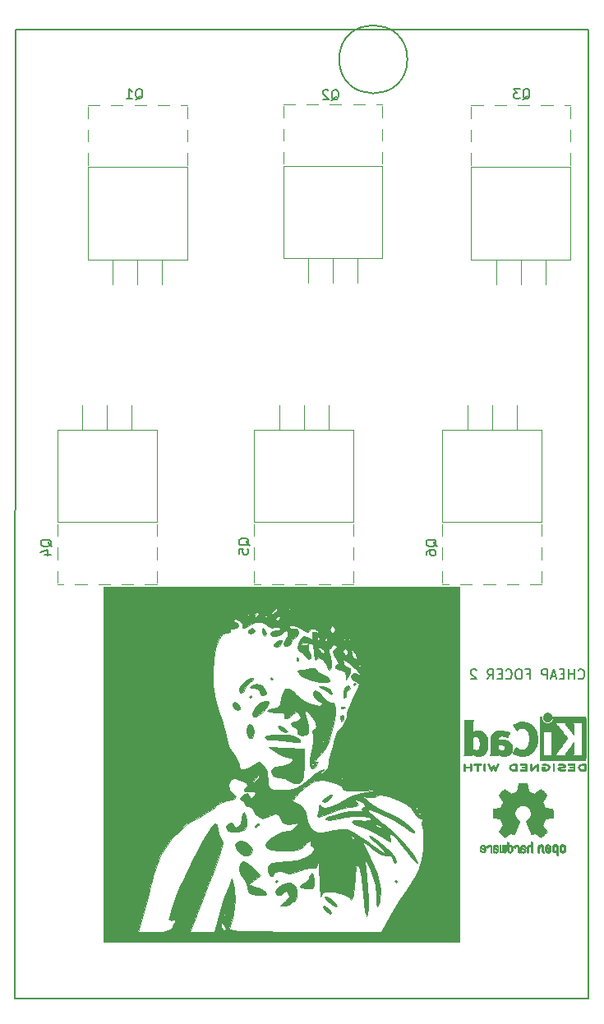
<source format=gbr>
G04 #@! TF.GenerationSoftware,KiCad,Pcbnew,(5.1.5)-3*
G04 #@! TF.CreationDate,2020-04-08T13:55:35-05:00*
G04 #@! TF.ProjectId,Cheap FOCer 2 60mm,43686561-7020-4464-9f43-657220322036,1*
G04 #@! TF.SameCoordinates,PX6979f40PYa1135a0*
G04 #@! TF.FileFunction,Legend,Bot*
G04 #@! TF.FilePolarity,Positive*
%FSLAX46Y46*%
G04 Gerber Fmt 4.6, Leading zero omitted, Abs format (unit mm)*
G04 Created by KiCad (PCBNEW (5.1.5)-3) date 2020-04-08 13:55:35*
%MOMM*%
%LPD*%
G04 APERTURE LIST*
%ADD10C,0.150000*%
%ADD11C,0.200000*%
%ADD12C,0.010000*%
%ADD13C,0.120000*%
G04 APERTURE END LIST*
D10*
X59100000Y99900000D02*
X25000Y99900000D01*
X0Y0D02*
X59100000Y0D01*
X25000Y99900000D02*
X0Y0D01*
X59100000Y0D02*
X59100000Y99900000D01*
D11*
X58038095Y33042858D02*
X58085714Y32995239D01*
X58228571Y32947620D01*
X58323809Y32947620D01*
X58466666Y32995239D01*
X58561904Y33090477D01*
X58609523Y33185715D01*
X58657142Y33376191D01*
X58657142Y33519048D01*
X58609523Y33709524D01*
X58561904Y33804762D01*
X58466666Y33900000D01*
X58323809Y33947620D01*
X58228571Y33947620D01*
X58085714Y33900000D01*
X58038095Y33852381D01*
X57609523Y32947620D02*
X57609523Y33947620D01*
X57609523Y33471429D02*
X57038095Y33471429D01*
X57038095Y32947620D02*
X57038095Y33947620D01*
X56561904Y33471429D02*
X56228571Y33471429D01*
X56085714Y32947620D02*
X56561904Y32947620D01*
X56561904Y33947620D01*
X56085714Y33947620D01*
X55704761Y33233334D02*
X55228571Y33233334D01*
X55800000Y32947620D02*
X55466666Y33947620D01*
X55133333Y32947620D01*
X54800000Y32947620D02*
X54800000Y33947620D01*
X54419047Y33947620D01*
X54323809Y33900000D01*
X54276190Y33852381D01*
X54228571Y33757143D01*
X54228571Y33614286D01*
X54276190Y33519048D01*
X54323809Y33471429D01*
X54419047Y33423810D01*
X54800000Y33423810D01*
X52704761Y33471429D02*
X53038095Y33471429D01*
X53038095Y32947620D02*
X53038095Y33947620D01*
X52561904Y33947620D01*
X51990476Y33947620D02*
X51800000Y33947620D01*
X51704761Y33900000D01*
X51609523Y33804762D01*
X51561904Y33614286D01*
X51561904Y33280953D01*
X51609523Y33090477D01*
X51704761Y32995239D01*
X51800000Y32947620D01*
X51990476Y32947620D01*
X52085714Y32995239D01*
X52180952Y33090477D01*
X52228571Y33280953D01*
X52228571Y33614286D01*
X52180952Y33804762D01*
X52085714Y33900000D01*
X51990476Y33947620D01*
X50561904Y33042858D02*
X50609523Y32995239D01*
X50752380Y32947620D01*
X50847619Y32947620D01*
X50990476Y32995239D01*
X51085714Y33090477D01*
X51133333Y33185715D01*
X51180952Y33376191D01*
X51180952Y33519048D01*
X51133333Y33709524D01*
X51085714Y33804762D01*
X50990476Y33900000D01*
X50847619Y33947620D01*
X50752380Y33947620D01*
X50609523Y33900000D01*
X50561904Y33852381D01*
X50133333Y33471429D02*
X49800000Y33471429D01*
X49657142Y32947620D02*
X50133333Y32947620D01*
X50133333Y33947620D01*
X49657142Y33947620D01*
X48657142Y32947620D02*
X48990476Y33423810D01*
X49228571Y32947620D02*
X49228571Y33947620D01*
X48847619Y33947620D01*
X48752380Y33900000D01*
X48704761Y33852381D01*
X48657142Y33757143D01*
X48657142Y33614286D01*
X48704761Y33519048D01*
X48752380Y33471429D01*
X48847619Y33423810D01*
X49228571Y33423810D01*
X47514285Y33852381D02*
X47466666Y33900000D01*
X47371428Y33947620D01*
X47133333Y33947620D01*
X47038095Y33900000D01*
X46990476Y33852381D01*
X46942857Y33757143D01*
X46942857Y33661905D01*
X46990476Y33519048D01*
X47561904Y32947620D01*
X46942857Y32947620D01*
D10*
X27100001Y99900000D02*
X23399999Y99900000D01*
D12*
G36*
X46271177Y24225467D02*
G01*
X46239798Y24203224D01*
X46212089Y24175515D01*
X46212089Y23866080D01*
X46212162Y23774201D01*
X46212505Y23702160D01*
X46213308Y23647220D01*
X46214759Y23606640D01*
X46217048Y23577683D01*
X46220364Y23557609D01*
X46224895Y23543679D01*
X46230831Y23533155D01*
X46235486Y23526900D01*
X46266217Y23502327D01*
X46301504Y23499659D01*
X46333755Y23514729D01*
X46344412Y23523626D01*
X46351536Y23535443D01*
X46355833Y23554474D01*
X46358009Y23585008D01*
X46358772Y23631338D01*
X46358845Y23667129D01*
X46358845Y23801955D01*
X46855556Y23801955D01*
X46855556Y23679300D01*
X46856069Y23623213D01*
X46858124Y23584667D01*
X46862492Y23558639D01*
X46869944Y23540103D01*
X46878953Y23526900D01*
X46909856Y23502396D01*
X46944804Y23499494D01*
X46978262Y23516911D01*
X46987396Y23526041D01*
X46993848Y23538145D01*
X46998103Y23556999D01*
X47000648Y23586380D01*
X47001971Y23630063D01*
X47002557Y23691825D01*
X47002625Y23706000D01*
X47003109Y23822369D01*
X47003359Y23918273D01*
X47003277Y23995823D01*
X47002769Y24057131D01*
X47001738Y24104310D01*
X47000087Y24139470D01*
X46997721Y24164724D01*
X46994543Y24182183D01*
X46990456Y24193959D01*
X46985366Y24202165D01*
X46979734Y24208355D01*
X46947872Y24228156D01*
X46914643Y24225467D01*
X46883265Y24203224D01*
X46870567Y24188874D01*
X46862474Y24173022D01*
X46857958Y24150446D01*
X46855994Y24115922D01*
X46855556Y24064224D01*
X46855556Y23948711D01*
X46358845Y23948711D01*
X46358845Y24067244D01*
X46358338Y24121852D01*
X46356302Y24158725D01*
X46351965Y24182693D01*
X46344553Y24198585D01*
X46336267Y24208355D01*
X46304406Y24228156D01*
X46271177Y24225467D01*
G37*
X46271177Y24225467D02*
X46239798Y24203224D01*
X46212089Y24175515D01*
X46212089Y23866080D01*
X46212162Y23774201D01*
X46212505Y23702160D01*
X46213308Y23647220D01*
X46214759Y23606640D01*
X46217048Y23577683D01*
X46220364Y23557609D01*
X46224895Y23543679D01*
X46230831Y23533155D01*
X46235486Y23526900D01*
X46266217Y23502327D01*
X46301504Y23499659D01*
X46333755Y23514729D01*
X46344412Y23523626D01*
X46351536Y23535443D01*
X46355833Y23554474D01*
X46358009Y23585008D01*
X46358772Y23631338D01*
X46358845Y23667129D01*
X46358845Y23801955D01*
X46855556Y23801955D01*
X46855556Y23679300D01*
X46856069Y23623213D01*
X46858124Y23584667D01*
X46862492Y23558639D01*
X46869944Y23540103D01*
X46878953Y23526900D01*
X46909856Y23502396D01*
X46944804Y23499494D01*
X46978262Y23516911D01*
X46987396Y23526041D01*
X46993848Y23538145D01*
X46998103Y23556999D01*
X47000648Y23586380D01*
X47001971Y23630063D01*
X47002557Y23691825D01*
X47002625Y23706000D01*
X47003109Y23822369D01*
X47003359Y23918273D01*
X47003277Y23995823D01*
X47002769Y24057131D01*
X47001738Y24104310D01*
X47000087Y24139470D01*
X46997721Y24164724D01*
X46994543Y24182183D01*
X46990456Y24193959D01*
X46985366Y24202165D01*
X46979734Y24208355D01*
X46947872Y24228156D01*
X46914643Y24225467D01*
X46883265Y24203224D01*
X46870567Y24188874D01*
X46862474Y24173022D01*
X46857958Y24150446D01*
X46855994Y24115922D01*
X46855556Y24064224D01*
X46855556Y23948711D01*
X46358845Y23948711D01*
X46358845Y24067244D01*
X46358338Y24121852D01*
X46356302Y24158725D01*
X46351965Y24182693D01*
X46344553Y24198585D01*
X46336267Y24208355D01*
X46304406Y24228156D01*
X46271177Y24225467D01*
G36*
X47536935Y24230837D02*
G01*
X47458228Y24230458D01*
X47397137Y24229667D01*
X47351183Y24228330D01*
X47317886Y24226317D01*
X47294764Y24223494D01*
X47279338Y24219731D01*
X47269129Y24214895D01*
X47264187Y24211178D01*
X47238543Y24178642D01*
X47235441Y24144862D01*
X47251289Y24114174D01*
X47261652Y24101911D01*
X47272804Y24093550D01*
X47288965Y24088343D01*
X47314358Y24085543D01*
X47353202Y24084404D01*
X47409720Y24084179D01*
X47420820Y24084178D01*
X47566756Y24084178D01*
X47566756Y23813244D01*
X47566852Y23727846D01*
X47567289Y23662136D01*
X47568288Y23613226D01*
X47570072Y23578227D01*
X47572863Y23554251D01*
X47576883Y23538407D01*
X47582355Y23527809D01*
X47589334Y23519733D01*
X47622266Y23499888D01*
X47656646Y23501452D01*
X47687824Y23524094D01*
X47690114Y23526900D01*
X47697571Y23537508D01*
X47703253Y23549919D01*
X47707399Y23567150D01*
X47710250Y23592216D01*
X47712046Y23628133D01*
X47713028Y23677917D01*
X47713436Y23744583D01*
X47713511Y23820411D01*
X47713511Y24084178D01*
X47852873Y24084178D01*
X47912678Y24084582D01*
X47954082Y24086160D01*
X47981252Y24089453D01*
X47998354Y24095008D01*
X48009557Y24103369D01*
X48010917Y24104822D01*
X48027275Y24138061D01*
X48025828Y24175638D01*
X48007022Y24208355D01*
X47999750Y24214702D01*
X47990373Y24219734D01*
X47976391Y24223604D01*
X47955304Y24226463D01*
X47924611Y24228465D01*
X47881811Y24229761D01*
X47824405Y24230502D01*
X47749890Y24230842D01*
X47655767Y24230932D01*
X47635740Y24230933D01*
X47536935Y24230837D01*
G37*
X47536935Y24230837D02*
X47458228Y24230458D01*
X47397137Y24229667D01*
X47351183Y24228330D01*
X47317886Y24226317D01*
X47294764Y24223494D01*
X47279338Y24219731D01*
X47269129Y24214895D01*
X47264187Y24211178D01*
X47238543Y24178642D01*
X47235441Y24144862D01*
X47251289Y24114174D01*
X47261652Y24101911D01*
X47272804Y24093550D01*
X47288965Y24088343D01*
X47314358Y24085543D01*
X47353202Y24084404D01*
X47409720Y24084179D01*
X47420820Y24084178D01*
X47566756Y24084178D01*
X47566756Y23813244D01*
X47566852Y23727846D01*
X47567289Y23662136D01*
X47568288Y23613226D01*
X47570072Y23578227D01*
X47572863Y23554251D01*
X47576883Y23538407D01*
X47582355Y23527809D01*
X47589334Y23519733D01*
X47622266Y23499888D01*
X47656646Y23501452D01*
X47687824Y23524094D01*
X47690114Y23526900D01*
X47697571Y23537508D01*
X47703253Y23549919D01*
X47707399Y23567150D01*
X47710250Y23592216D01*
X47712046Y23628133D01*
X47713028Y23677917D01*
X47713436Y23744583D01*
X47713511Y23820411D01*
X47713511Y24084178D01*
X47852873Y24084178D01*
X47912678Y24084582D01*
X47954082Y24086160D01*
X47981252Y24089453D01*
X47998354Y24095008D01*
X48009557Y24103369D01*
X48010917Y24104822D01*
X48027275Y24138061D01*
X48025828Y24175638D01*
X48007022Y24208355D01*
X47999750Y24214702D01*
X47990373Y24219734D01*
X47976391Y24223604D01*
X47955304Y24226463D01*
X47924611Y24228465D01*
X47881811Y24229761D01*
X47824405Y24230502D01*
X47749890Y24230842D01*
X47655767Y24230932D01*
X47635740Y24230933D01*
X47536935Y24230837D01*
G36*
X48311386Y24224123D02*
G01*
X48287673Y24209353D01*
X48261022Y24187773D01*
X48261022Y23866227D01*
X48261107Y23772170D01*
X48261471Y23698068D01*
X48262276Y23641296D01*
X48263687Y23599232D01*
X48265867Y23569252D01*
X48268979Y23548733D01*
X48273186Y23535051D01*
X48278652Y23525584D01*
X48282528Y23520918D01*
X48313966Y23500425D01*
X48349767Y23501261D01*
X48381127Y23518736D01*
X48407778Y23540316D01*
X48407778Y24187773D01*
X48381127Y24209353D01*
X48355406Y24225051D01*
X48334400Y24230933D01*
X48311386Y24224123D01*
G37*
X48311386Y24224123D02*
X48287673Y24209353D01*
X48261022Y24187773D01*
X48261022Y23866227D01*
X48261107Y23772170D01*
X48261471Y23698068D01*
X48262276Y23641296D01*
X48263687Y23599232D01*
X48265867Y23569252D01*
X48268979Y23548733D01*
X48273186Y23535051D01*
X48278652Y23525584D01*
X48282528Y23520918D01*
X48313966Y23500425D01*
X48349767Y23501261D01*
X48381127Y23518736D01*
X48407778Y23540316D01*
X48407778Y24187773D01*
X48381127Y24209353D01*
X48355406Y24225051D01*
X48334400Y24230933D01*
X48311386Y24224123D01*
G36*
X48755335Y24228966D02*
G01*
X48735745Y24221965D01*
X48734990Y24221623D01*
X48708387Y24201322D01*
X48693730Y24180439D01*
X48690862Y24170648D01*
X48691004Y24157639D01*
X48695039Y24139105D01*
X48703854Y24112743D01*
X48718331Y24076248D01*
X48739355Y24027313D01*
X48767812Y23963635D01*
X48804585Y23882907D01*
X48824825Y23838784D01*
X48861375Y23760015D01*
X48895685Y23687577D01*
X48926448Y23624120D01*
X48952352Y23572292D01*
X48972090Y23534741D01*
X48984350Y23514116D01*
X48986776Y23511267D01*
X49017817Y23498698D01*
X49052879Y23500381D01*
X49081000Y23515668D01*
X49082146Y23516911D01*
X49093332Y23533846D01*
X49112096Y23566830D01*
X49136125Y23611620D01*
X49163103Y23663968D01*
X49172799Y23683258D01*
X49245986Y23829850D01*
X49325760Y23670607D01*
X49354233Y23615585D01*
X49380650Y23567868D01*
X49402852Y23531107D01*
X49418681Y23508956D01*
X49424046Y23504259D01*
X49465743Y23497898D01*
X49500151Y23511267D01*
X49510272Y23525554D01*
X49527786Y23557308D01*
X49551265Y23603403D01*
X49579280Y23660715D01*
X49610401Y23726120D01*
X49643201Y23796493D01*
X49676250Y23868709D01*
X49708119Y23939645D01*
X49737381Y24006175D01*
X49762605Y24065174D01*
X49782364Y24113519D01*
X49795228Y24148085D01*
X49799769Y24165747D01*
X49799723Y24166387D01*
X49788674Y24188612D01*
X49766590Y24211247D01*
X49765290Y24212232D01*
X49738147Y24227575D01*
X49713042Y24227426D01*
X49703632Y24224534D01*
X49692166Y24218282D01*
X49679990Y24205986D01*
X49665643Y24185092D01*
X49647664Y24153051D01*
X49624593Y24107312D01*
X49594970Y24045323D01*
X49568255Y23988102D01*
X49537520Y23921774D01*
X49509979Y23862126D01*
X49487062Y23812275D01*
X49470202Y23775336D01*
X49460827Y23754427D01*
X49459460Y23751155D01*
X49453311Y23756503D01*
X49439178Y23778891D01*
X49418943Y23815054D01*
X49394485Y23861723D01*
X49384752Y23880978D01*
X49351783Y23945996D01*
X49326357Y23993346D01*
X49306388Y24025781D01*
X49289790Y24046054D01*
X49274476Y24056918D01*
X49258360Y24061125D01*
X49247857Y24061600D01*
X49229330Y24059958D01*
X49213096Y24053169D01*
X49196965Y24038434D01*
X49178749Y24012956D01*
X49156261Y23973939D01*
X49127311Y23918586D01*
X49111338Y23887097D01*
X49085430Y23836913D01*
X49062833Y23795296D01*
X49045542Y23765758D01*
X49035550Y23751811D01*
X49034191Y23751230D01*
X49027739Y23762207D01*
X49013292Y23790710D01*
X48992297Y23833756D01*
X48966203Y23888362D01*
X48936454Y23951546D01*
X48921820Y23982929D01*
X48883750Y24063922D01*
X48853095Y24126244D01*
X48828263Y24171929D01*
X48807663Y24203011D01*
X48789702Y24221522D01*
X48772790Y24229496D01*
X48755335Y24228966D01*
G37*
X48755335Y24228966D02*
X48735745Y24221965D01*
X48734990Y24221623D01*
X48708387Y24201322D01*
X48693730Y24180439D01*
X48690862Y24170648D01*
X48691004Y24157639D01*
X48695039Y24139105D01*
X48703854Y24112743D01*
X48718331Y24076248D01*
X48739355Y24027313D01*
X48767812Y23963635D01*
X48804585Y23882907D01*
X48824825Y23838784D01*
X48861375Y23760015D01*
X48895685Y23687577D01*
X48926448Y23624120D01*
X48952352Y23572292D01*
X48972090Y23534741D01*
X48984350Y23514116D01*
X48986776Y23511267D01*
X49017817Y23498698D01*
X49052879Y23500381D01*
X49081000Y23515668D01*
X49082146Y23516911D01*
X49093332Y23533846D01*
X49112096Y23566830D01*
X49136125Y23611620D01*
X49163103Y23663968D01*
X49172799Y23683258D01*
X49245986Y23829850D01*
X49325760Y23670607D01*
X49354233Y23615585D01*
X49380650Y23567868D01*
X49402852Y23531107D01*
X49418681Y23508956D01*
X49424046Y23504259D01*
X49465743Y23497898D01*
X49500151Y23511267D01*
X49510272Y23525554D01*
X49527786Y23557308D01*
X49551265Y23603403D01*
X49579280Y23660715D01*
X49610401Y23726120D01*
X49643201Y23796493D01*
X49676250Y23868709D01*
X49708119Y23939645D01*
X49737381Y24006175D01*
X49762605Y24065174D01*
X49782364Y24113519D01*
X49795228Y24148085D01*
X49799769Y24165747D01*
X49799723Y24166387D01*
X49788674Y24188612D01*
X49766590Y24211247D01*
X49765290Y24212232D01*
X49738147Y24227575D01*
X49713042Y24227426D01*
X49703632Y24224534D01*
X49692166Y24218282D01*
X49679990Y24205986D01*
X49665643Y24185092D01*
X49647664Y24153051D01*
X49624593Y24107312D01*
X49594970Y24045323D01*
X49568255Y23988102D01*
X49537520Y23921774D01*
X49509979Y23862126D01*
X49487062Y23812275D01*
X49470202Y23775336D01*
X49460827Y23754427D01*
X49459460Y23751155D01*
X49453311Y23756503D01*
X49439178Y23778891D01*
X49418943Y23815054D01*
X49394485Y23861723D01*
X49384752Y23880978D01*
X49351783Y23945996D01*
X49326357Y23993346D01*
X49306388Y24025781D01*
X49289790Y24046054D01*
X49274476Y24056918D01*
X49258360Y24061125D01*
X49247857Y24061600D01*
X49229330Y24059958D01*
X49213096Y24053169D01*
X49196965Y24038434D01*
X49178749Y24012956D01*
X49156261Y23973939D01*
X49127311Y23918586D01*
X49111338Y23887097D01*
X49085430Y23836913D01*
X49062833Y23795296D01*
X49045542Y23765758D01*
X49035550Y23751811D01*
X49034191Y23751230D01*
X49027739Y23762207D01*
X49013292Y23790710D01*
X48992297Y23833756D01*
X48966203Y23888362D01*
X48936454Y23951546D01*
X48921820Y23982929D01*
X48883750Y24063922D01*
X48853095Y24126244D01*
X48828263Y24171929D01*
X48807663Y24203011D01*
X48789702Y24221522D01*
X48772790Y24229496D01*
X48755335Y24228966D01*
G36*
X51481691Y24230725D02*
G01*
X51352712Y24226364D01*
X51243009Y24213139D01*
X51150774Y24190259D01*
X51074198Y24156930D01*
X51011473Y24112362D01*
X50960788Y24055764D01*
X50920337Y23986342D01*
X50919541Y23984649D01*
X50895399Y23922517D01*
X50886797Y23867491D01*
X50893769Y23812113D01*
X50916346Y23748927D01*
X50920628Y23739311D01*
X50949828Y23683034D01*
X50982644Y23639549D01*
X51024998Y23602583D01*
X51082810Y23565865D01*
X51086169Y23563948D01*
X51136496Y23539773D01*
X51193379Y23521718D01*
X51260473Y23509161D01*
X51341435Y23501478D01*
X51439918Y23498047D01*
X51474714Y23497749D01*
X51640406Y23497155D01*
X51663803Y23526900D01*
X51670743Y23536681D01*
X51676158Y23548103D01*
X51680235Y23563905D01*
X51683163Y23586825D01*
X51685133Y23619604D01*
X51685775Y23643911D01*
X51529156Y23643911D01*
X51435274Y23643911D01*
X51380336Y23645517D01*
X51323940Y23649745D01*
X51277655Y23655708D01*
X51274861Y23656210D01*
X51192652Y23678264D01*
X51128886Y23711400D01*
X51081548Y23757153D01*
X51048618Y23817061D01*
X51042892Y23832939D01*
X51037279Y23857667D01*
X51039709Y23882098D01*
X51051533Y23914600D01*
X51058660Y23930566D01*
X51082000Y23972994D01*
X51110120Y24002760D01*
X51141060Y24023489D01*
X51203034Y24050463D01*
X51282349Y24070002D01*
X51374747Y24081254D01*
X51441667Y24083730D01*
X51529156Y24084178D01*
X51529156Y23643911D01*
X51685775Y23643911D01*
X51686332Y23664979D01*
X51686950Y23725689D01*
X51687175Y23804474D01*
X51687200Y23866080D01*
X51687200Y24175515D01*
X51659491Y24203224D01*
X51647194Y24214456D01*
X51633897Y24222147D01*
X51615328Y24226960D01*
X51587214Y24229554D01*
X51545283Y24230590D01*
X51485263Y24230730D01*
X51481691Y24230725D01*
G37*
X51481691Y24230725D02*
X51352712Y24226364D01*
X51243009Y24213139D01*
X51150774Y24190259D01*
X51074198Y24156930D01*
X51011473Y24112362D01*
X50960788Y24055764D01*
X50920337Y23986342D01*
X50919541Y23984649D01*
X50895399Y23922517D01*
X50886797Y23867491D01*
X50893769Y23812113D01*
X50916346Y23748927D01*
X50920628Y23739311D01*
X50949828Y23683034D01*
X50982644Y23639549D01*
X51024998Y23602583D01*
X51082810Y23565865D01*
X51086169Y23563948D01*
X51136496Y23539773D01*
X51193379Y23521718D01*
X51260473Y23509161D01*
X51341435Y23501478D01*
X51439918Y23498047D01*
X51474714Y23497749D01*
X51640406Y23497155D01*
X51663803Y23526900D01*
X51670743Y23536681D01*
X51676158Y23548103D01*
X51680235Y23563905D01*
X51683163Y23586825D01*
X51685133Y23619604D01*
X51685775Y23643911D01*
X51529156Y23643911D01*
X51435274Y23643911D01*
X51380336Y23645517D01*
X51323940Y23649745D01*
X51277655Y23655708D01*
X51274861Y23656210D01*
X51192652Y23678264D01*
X51128886Y23711400D01*
X51081548Y23757153D01*
X51048618Y23817061D01*
X51042892Y23832939D01*
X51037279Y23857667D01*
X51039709Y23882098D01*
X51051533Y23914600D01*
X51058660Y23930566D01*
X51082000Y23972994D01*
X51110120Y24002760D01*
X51141060Y24023489D01*
X51203034Y24050463D01*
X51282349Y24070002D01*
X51374747Y24081254D01*
X51441667Y24083730D01*
X51529156Y24084178D01*
X51529156Y23643911D01*
X51685775Y23643911D01*
X51686332Y23664979D01*
X51686950Y23725689D01*
X51687175Y23804474D01*
X51687200Y23866080D01*
X51687200Y24175515D01*
X51659491Y24203224D01*
X51647194Y24214456D01*
X51633897Y24222147D01*
X51615328Y24226960D01*
X51587214Y24229554D01*
X51545283Y24230590D01*
X51485263Y24230730D01*
X51481691Y24230725D01*
G36*
X52269657Y24230740D02*
G01*
X52193299Y24229826D01*
X52134783Y24227689D01*
X52091745Y24223825D01*
X52061817Y24217733D01*
X52042632Y24208910D01*
X52031824Y24196854D01*
X52027027Y24181061D01*
X52025873Y24161030D01*
X52025867Y24158665D01*
X52026869Y24136008D01*
X52031604Y24118497D01*
X52042667Y24105426D01*
X52062652Y24096087D01*
X52094154Y24089773D01*
X52139768Y24085778D01*
X52202087Y24083394D01*
X52283707Y24081914D01*
X52308723Y24081586D01*
X52550800Y24078533D01*
X52554186Y24013622D01*
X52557571Y23948711D01*
X52389424Y23948711D01*
X52323734Y23948469D01*
X52276828Y23947444D01*
X52244917Y23945189D01*
X52224209Y23941258D01*
X52210916Y23935202D01*
X52201245Y23926576D01*
X52201183Y23926507D01*
X52183644Y23892888D01*
X52184278Y23856552D01*
X52202686Y23825577D01*
X52206329Y23822393D01*
X52219259Y23814188D01*
X52236976Y23808479D01*
X52263430Y23804838D01*
X52302568Y23802833D01*
X52358338Y23802036D01*
X52394006Y23801955D01*
X52556445Y23801955D01*
X52556445Y23643911D01*
X52309839Y23643911D01*
X52228420Y23643769D01*
X52166590Y23643186D01*
X52121363Y23641932D01*
X52089752Y23639773D01*
X52068769Y23636477D01*
X52055427Y23631811D01*
X52046739Y23625543D01*
X52044550Y23623267D01*
X52028386Y23591720D01*
X52027203Y23555832D01*
X52040464Y23524715D01*
X52050957Y23514729D01*
X52061871Y23509231D01*
X52078783Y23504978D01*
X52104367Y23501820D01*
X52141299Y23499608D01*
X52192254Y23498194D01*
X52259906Y23497428D01*
X52346931Y23497162D01*
X52366606Y23497155D01*
X52455089Y23497213D01*
X52523773Y23497533D01*
X52575436Y23498333D01*
X52612855Y23499833D01*
X52638810Y23502251D01*
X52656078Y23505806D01*
X52667438Y23510718D01*
X52675668Y23517205D01*
X52680183Y23521862D01*
X52686979Y23530111D01*
X52692288Y23540331D01*
X52696294Y23555200D01*
X52699179Y23577398D01*
X52701126Y23609607D01*
X52702319Y23654504D01*
X52702939Y23714772D01*
X52703171Y23793089D01*
X52703200Y23859006D01*
X52703129Y23951372D01*
X52702792Y24023883D01*
X52702002Y24079263D01*
X52700574Y24120235D01*
X52698321Y24149522D01*
X52695057Y24169847D01*
X52690596Y24183934D01*
X52684752Y24194505D01*
X52679803Y24201189D01*
X52656406Y24230933D01*
X52366226Y24230933D01*
X52269657Y24230740D01*
G37*
X52269657Y24230740D02*
X52193299Y24229826D01*
X52134783Y24227689D01*
X52091745Y24223825D01*
X52061817Y24217733D01*
X52042632Y24208910D01*
X52031824Y24196854D01*
X52027027Y24181061D01*
X52025873Y24161030D01*
X52025867Y24158665D01*
X52026869Y24136008D01*
X52031604Y24118497D01*
X52042667Y24105426D01*
X52062652Y24096087D01*
X52094154Y24089773D01*
X52139768Y24085778D01*
X52202087Y24083394D01*
X52283707Y24081914D01*
X52308723Y24081586D01*
X52550800Y24078533D01*
X52554186Y24013622D01*
X52557571Y23948711D01*
X52389424Y23948711D01*
X52323734Y23948469D01*
X52276828Y23947444D01*
X52244917Y23945189D01*
X52224209Y23941258D01*
X52210916Y23935202D01*
X52201245Y23926576D01*
X52201183Y23926507D01*
X52183644Y23892888D01*
X52184278Y23856552D01*
X52202686Y23825577D01*
X52206329Y23822393D01*
X52219259Y23814188D01*
X52236976Y23808479D01*
X52263430Y23804838D01*
X52302568Y23802833D01*
X52358338Y23802036D01*
X52394006Y23801955D01*
X52556445Y23801955D01*
X52556445Y23643911D01*
X52309839Y23643911D01*
X52228420Y23643769D01*
X52166590Y23643186D01*
X52121363Y23641932D01*
X52089752Y23639773D01*
X52068769Y23636477D01*
X52055427Y23631811D01*
X52046739Y23625543D01*
X52044550Y23623267D01*
X52028386Y23591720D01*
X52027203Y23555832D01*
X52040464Y23524715D01*
X52050957Y23514729D01*
X52061871Y23509231D01*
X52078783Y23504978D01*
X52104367Y23501820D01*
X52141299Y23499608D01*
X52192254Y23498194D01*
X52259906Y23497428D01*
X52346931Y23497162D01*
X52366606Y23497155D01*
X52455089Y23497213D01*
X52523773Y23497533D01*
X52575436Y23498333D01*
X52612855Y23499833D01*
X52638810Y23502251D01*
X52656078Y23505806D01*
X52667438Y23510718D01*
X52675668Y23517205D01*
X52680183Y23521862D01*
X52686979Y23530111D01*
X52692288Y23540331D01*
X52696294Y23555200D01*
X52699179Y23577398D01*
X52701126Y23609607D01*
X52702319Y23654504D01*
X52702939Y23714772D01*
X52703171Y23793089D01*
X52703200Y23859006D01*
X52703129Y23951372D01*
X52702792Y24023883D01*
X52702002Y24079263D01*
X52700574Y24120235D01*
X52698321Y24149522D01*
X52695057Y24169847D01*
X52690596Y24183934D01*
X52684752Y24194505D01*
X52679803Y24201189D01*
X52656406Y24230933D01*
X52366226Y24230933D01*
X52269657Y24230740D01*
G36*
X53800114Y24226552D02*
G01*
X53776548Y24212727D01*
X53745735Y24190119D01*
X53706078Y24157662D01*
X53655980Y24114292D01*
X53593843Y24058942D01*
X53518072Y23990549D01*
X53431334Y23911916D01*
X53250711Y23748122D01*
X53245067Y23967971D01*
X53243029Y24043649D01*
X53241063Y24100006D01*
X53238734Y24140294D01*
X53235606Y24167765D01*
X53231245Y24185671D01*
X53225216Y24197263D01*
X53217084Y24205792D01*
X53212772Y24209377D01*
X53178241Y24228330D01*
X53145383Y24225559D01*
X53119318Y24209367D01*
X53092667Y24187801D01*
X53089352Y23872849D01*
X53088435Y23780221D01*
X53087968Y23707456D01*
X53088113Y23651839D01*
X53089032Y23610658D01*
X53090887Y23581197D01*
X53093839Y23560745D01*
X53098050Y23546587D01*
X53103682Y23536009D01*
X53109927Y23527526D01*
X53123439Y23511793D01*
X53136883Y23501364D01*
X53152124Y23497361D01*
X53171026Y23500906D01*
X53195455Y23513121D01*
X53227273Y23535129D01*
X53268348Y23568051D01*
X53320542Y23613009D01*
X53385722Y23671125D01*
X53459556Y23737901D01*
X53724845Y23978542D01*
X53730489Y23759411D01*
X53732531Y23683872D01*
X53734502Y23627646D01*
X53736839Y23587476D01*
X53739981Y23560104D01*
X53744364Y23542272D01*
X53750424Y23530721D01*
X53758600Y23522193D01*
X53762784Y23518718D01*
X53799765Y23499628D01*
X53834708Y23502507D01*
X53865136Y23526900D01*
X53872097Y23536714D01*
X53877523Y23548174D01*
X53881603Y23564032D01*
X53884529Y23587037D01*
X53886492Y23619938D01*
X53887683Y23665484D01*
X53888292Y23726427D01*
X53888511Y23805514D01*
X53888534Y23864044D01*
X53888460Y23955593D01*
X53888113Y24027313D01*
X53887301Y24081955D01*
X53885833Y24122268D01*
X53883519Y24151002D01*
X53880167Y24170907D01*
X53875588Y24184732D01*
X53869589Y24195228D01*
X53865136Y24201189D01*
X53853850Y24215309D01*
X53843301Y24225971D01*
X53831893Y24232108D01*
X53818030Y24232657D01*
X53800114Y24226552D01*
G37*
X53800114Y24226552D02*
X53776548Y24212727D01*
X53745735Y24190119D01*
X53706078Y24157662D01*
X53655980Y24114292D01*
X53593843Y24058942D01*
X53518072Y23990549D01*
X53431334Y23911916D01*
X53250711Y23748122D01*
X53245067Y23967971D01*
X53243029Y24043649D01*
X53241063Y24100006D01*
X53238734Y24140294D01*
X53235606Y24167765D01*
X53231245Y24185671D01*
X53225216Y24197263D01*
X53217084Y24205792D01*
X53212772Y24209377D01*
X53178241Y24228330D01*
X53145383Y24225559D01*
X53119318Y24209367D01*
X53092667Y24187801D01*
X53089352Y23872849D01*
X53088435Y23780221D01*
X53087968Y23707456D01*
X53088113Y23651839D01*
X53089032Y23610658D01*
X53090887Y23581197D01*
X53093839Y23560745D01*
X53098050Y23546587D01*
X53103682Y23536009D01*
X53109927Y23527526D01*
X53123439Y23511793D01*
X53136883Y23501364D01*
X53152124Y23497361D01*
X53171026Y23500906D01*
X53195455Y23513121D01*
X53227273Y23535129D01*
X53268348Y23568051D01*
X53320542Y23613009D01*
X53385722Y23671125D01*
X53459556Y23737901D01*
X53724845Y23978542D01*
X53730489Y23759411D01*
X53732531Y23683872D01*
X53734502Y23627646D01*
X53736839Y23587476D01*
X53739981Y23560104D01*
X53744364Y23542272D01*
X53750424Y23530721D01*
X53758600Y23522193D01*
X53762784Y23518718D01*
X53799765Y23499628D01*
X53834708Y23502507D01*
X53865136Y23526900D01*
X53872097Y23536714D01*
X53877523Y23548174D01*
X53881603Y23564032D01*
X53884529Y23587037D01*
X53886492Y23619938D01*
X53887683Y23665484D01*
X53888292Y23726427D01*
X53888511Y23805514D01*
X53888534Y23864044D01*
X53888460Y23955593D01*
X53888113Y24027313D01*
X53887301Y24081955D01*
X53885833Y24122268D01*
X53883519Y24151002D01*
X53880167Y24170907D01*
X53875588Y24184732D01*
X53869589Y24195228D01*
X53865136Y24201189D01*
X53853850Y24215309D01*
X53843301Y24225971D01*
X53831893Y24232108D01*
X53818030Y24232657D01*
X53800114Y24226552D01*
G36*
X54450081Y24225401D02*
G01*
X54381565Y24213905D01*
X54328943Y24196033D01*
X54294708Y24172501D01*
X54285379Y24159076D01*
X54275893Y24127852D01*
X54282277Y24099605D01*
X54302430Y24072818D01*
X54333745Y24060287D01*
X54379183Y24061304D01*
X54414326Y24068094D01*
X54492419Y24081029D01*
X54572226Y24082258D01*
X54661555Y24071759D01*
X54686229Y24067310D01*
X54769291Y24043892D01*
X54834273Y24009055D01*
X54880461Y23963396D01*
X54907145Y23907506D01*
X54912663Y23878612D01*
X54909051Y23819988D01*
X54885729Y23768121D01*
X54844824Y23724022D01*
X54788459Y23688701D01*
X54718760Y23663171D01*
X54637852Y23648441D01*
X54547860Y23645522D01*
X54450910Y23655425D01*
X54445436Y23656359D01*
X54406875Y23663541D01*
X54385494Y23670479D01*
X54376227Y23680773D01*
X54374006Y23698024D01*
X54373956Y23707159D01*
X54373956Y23745511D01*
X54442431Y23745511D01*
X54502900Y23749653D01*
X54544165Y23762853D01*
X54568175Y23786270D01*
X54576877Y23821064D01*
X54576983Y23825606D01*
X54571892Y23855346D01*
X54554433Y23876581D01*
X54521939Y23890634D01*
X54471743Y23898827D01*
X54423123Y23901839D01*
X54352456Y23903567D01*
X54301198Y23900930D01*
X54266239Y23891200D01*
X54244470Y23871647D01*
X54232780Y23839544D01*
X54228060Y23792162D01*
X54227200Y23729929D01*
X54228609Y23660465D01*
X54232848Y23613214D01*
X54239936Y23587988D01*
X54241311Y23586012D01*
X54280228Y23554492D01*
X54337286Y23529530D01*
X54408869Y23511660D01*
X54491358Y23501414D01*
X54581139Y23499327D01*
X54674592Y23505932D01*
X54729556Y23514044D01*
X54815766Y23538446D01*
X54895892Y23578338D01*
X54962977Y23630113D01*
X54973173Y23640461D01*
X55006302Y23683965D01*
X55036194Y23737882D01*
X55059357Y23794408D01*
X55072298Y23845741D01*
X55073858Y23865456D01*
X55067218Y23906581D01*
X55049568Y23957748D01*
X55024297Y24011606D01*
X54994789Y24060805D01*
X54968719Y24093666D01*
X54907765Y24142548D01*
X54828969Y24181455D01*
X54735157Y24209506D01*
X54629150Y24225821D01*
X54532000Y24229808D01*
X54450081Y24225401D01*
G37*
X54450081Y24225401D02*
X54381565Y24213905D01*
X54328943Y24196033D01*
X54294708Y24172501D01*
X54285379Y24159076D01*
X54275893Y24127852D01*
X54282277Y24099605D01*
X54302430Y24072818D01*
X54333745Y24060287D01*
X54379183Y24061304D01*
X54414326Y24068094D01*
X54492419Y24081029D01*
X54572226Y24082258D01*
X54661555Y24071759D01*
X54686229Y24067310D01*
X54769291Y24043892D01*
X54834273Y24009055D01*
X54880461Y23963396D01*
X54907145Y23907506D01*
X54912663Y23878612D01*
X54909051Y23819988D01*
X54885729Y23768121D01*
X54844824Y23724022D01*
X54788459Y23688701D01*
X54718760Y23663171D01*
X54637852Y23648441D01*
X54547860Y23645522D01*
X54450910Y23655425D01*
X54445436Y23656359D01*
X54406875Y23663541D01*
X54385494Y23670479D01*
X54376227Y23680773D01*
X54374006Y23698024D01*
X54373956Y23707159D01*
X54373956Y23745511D01*
X54442431Y23745511D01*
X54502900Y23749653D01*
X54544165Y23762853D01*
X54568175Y23786270D01*
X54576877Y23821064D01*
X54576983Y23825606D01*
X54571892Y23855346D01*
X54554433Y23876581D01*
X54521939Y23890634D01*
X54471743Y23898827D01*
X54423123Y23901839D01*
X54352456Y23903567D01*
X54301198Y23900930D01*
X54266239Y23891200D01*
X54244470Y23871647D01*
X54232780Y23839544D01*
X54228060Y23792162D01*
X54227200Y23729929D01*
X54228609Y23660465D01*
X54232848Y23613214D01*
X54239936Y23587988D01*
X54241311Y23586012D01*
X54280228Y23554492D01*
X54337286Y23529530D01*
X54408869Y23511660D01*
X54491358Y23501414D01*
X54581139Y23499327D01*
X54674592Y23505932D01*
X54729556Y23514044D01*
X54815766Y23538446D01*
X54895892Y23578338D01*
X54962977Y23630113D01*
X54973173Y23640461D01*
X55006302Y23683965D01*
X55036194Y23737882D01*
X55059357Y23794408D01*
X55072298Y23845741D01*
X55073858Y23865456D01*
X55067218Y23906581D01*
X55049568Y23957748D01*
X55024297Y24011606D01*
X54994789Y24060805D01*
X54968719Y24093666D01*
X54907765Y24142548D01*
X54828969Y24181455D01*
X54735157Y24209506D01*
X54629150Y24225821D01*
X54532000Y24229808D01*
X54450081Y24225401D01*
G36*
X55423822Y24208355D02*
G01*
X55417242Y24200782D01*
X55412079Y24191013D01*
X55408164Y24176429D01*
X55405324Y24154415D01*
X55403387Y24122352D01*
X55402183Y24077625D01*
X55401539Y24017615D01*
X55401284Y23939706D01*
X55401245Y23864044D01*
X55401314Y23770198D01*
X55401638Y23696311D01*
X55402386Y23639768D01*
X55403732Y23597951D01*
X55405846Y23568243D01*
X55408900Y23548027D01*
X55413066Y23534686D01*
X55418516Y23525602D01*
X55423822Y23519733D01*
X55456826Y23500053D01*
X55491991Y23501819D01*
X55523455Y23523283D01*
X55530684Y23531663D01*
X55536334Y23541386D01*
X55540599Y23555139D01*
X55543673Y23575611D01*
X55545752Y23605488D01*
X55547030Y23647459D01*
X55547701Y23704211D01*
X55547959Y23778433D01*
X55548000Y23862463D01*
X55548000Y24175515D01*
X55520291Y24203224D01*
X55486137Y24226537D01*
X55453006Y24227377D01*
X55423822Y24208355D01*
G37*
X55423822Y24208355D02*
X55417242Y24200782D01*
X55412079Y24191013D01*
X55408164Y24176429D01*
X55405324Y24154415D01*
X55403387Y24122352D01*
X55402183Y24077625D01*
X55401539Y24017615D01*
X55401284Y23939706D01*
X55401245Y23864044D01*
X55401314Y23770198D01*
X55401638Y23696311D01*
X55402386Y23639768D01*
X55403732Y23597951D01*
X55405846Y23568243D01*
X55408900Y23548027D01*
X55413066Y23534686D01*
X55418516Y23525602D01*
X55423822Y23519733D01*
X55456826Y23500053D01*
X55491991Y23501819D01*
X55523455Y23523283D01*
X55530684Y23531663D01*
X55536334Y23541386D01*
X55540599Y23555139D01*
X55543673Y23575611D01*
X55545752Y23605488D01*
X55547030Y23647459D01*
X55547701Y23704211D01*
X55547959Y23778433D01*
X55548000Y23862463D01*
X55548000Y24175515D01*
X55520291Y24203224D01*
X55486137Y24226537D01*
X55453006Y24227377D01*
X55423822Y24208355D01*
G36*
X56191703Y24229649D02*
G01*
X56116888Y24224419D01*
X56047306Y24216250D01*
X55987002Y24205450D01*
X55940020Y24192327D01*
X55910406Y24177187D01*
X55905860Y24172731D01*
X55890054Y24138150D01*
X55894847Y24102649D01*
X55919364Y24072275D01*
X55920534Y24071404D01*
X55934954Y24062046D01*
X55950008Y24057124D01*
X55971005Y24056527D01*
X56003257Y24060139D01*
X56052073Y24067846D01*
X56056000Y24068495D01*
X56128739Y24077431D01*
X56207217Y24081839D01*
X56285927Y24081881D01*
X56359361Y24077721D01*
X56422011Y24069521D01*
X56468370Y24057443D01*
X56471416Y24056229D01*
X56505048Y24037385D01*
X56516864Y24018315D01*
X56507614Y23999561D01*
X56478047Y23981663D01*
X56428911Y23965163D01*
X56360957Y23950604D01*
X56315645Y23943594D01*
X56221456Y23930111D01*
X56146544Y23917786D01*
X56087717Y23905551D01*
X56041785Y23892339D01*
X56005555Y23877083D01*
X55975838Y23858715D01*
X55949442Y23836169D01*
X55928230Y23814029D01*
X55903065Y23783181D01*
X55890681Y23756655D01*
X55886808Y23723974D01*
X55886667Y23712005D01*
X55889576Y23672288D01*
X55901202Y23642741D01*
X55921323Y23616514D01*
X55962216Y23576424D01*
X56007817Y23545851D01*
X56061513Y23523797D01*
X56126692Y23509265D01*
X56206744Y23501259D01*
X56305057Y23498782D01*
X56321289Y23498823D01*
X56386849Y23500182D01*
X56451866Y23503270D01*
X56509252Y23507644D01*
X56551922Y23512860D01*
X56555372Y23513459D01*
X56597796Y23523509D01*
X56633780Y23536204D01*
X56654150Y23547810D01*
X56673107Y23578428D01*
X56674427Y23614082D01*
X56658085Y23645856D01*
X56654429Y23649449D01*
X56639315Y23660124D01*
X56620415Y23664724D01*
X56591162Y23663941D01*
X56555651Y23659873D01*
X56515970Y23656238D01*
X56460345Y23653172D01*
X56395406Y23650947D01*
X56327785Y23649836D01*
X56310000Y23649763D01*
X56242128Y23650036D01*
X56192454Y23651354D01*
X56156610Y23654173D01*
X56130224Y23658950D01*
X56108926Y23666143D01*
X56096126Y23672133D01*
X56068000Y23688767D01*
X56050068Y23703832D01*
X56047447Y23708103D01*
X56052976Y23725737D01*
X56079260Y23742808D01*
X56124478Y23758542D01*
X56186808Y23772162D01*
X56205171Y23775196D01*
X56301090Y23790262D01*
X56377641Y23802854D01*
X56437780Y23813889D01*
X56484460Y23824280D01*
X56520637Y23834944D01*
X56549265Y23846795D01*
X56573298Y23860749D01*
X56595692Y23877719D01*
X56619402Y23898622D01*
X56627380Y23905951D01*
X56655353Y23933301D01*
X56670160Y23954971D01*
X56675952Y23979768D01*
X56676889Y24011017D01*
X56666575Y24072295D01*
X56635752Y24124360D01*
X56584595Y24167042D01*
X56513283Y24200175D01*
X56462400Y24215036D01*
X56407100Y24224634D01*
X56340853Y24230064D01*
X56267706Y24231633D01*
X56191703Y24229649D01*
G37*
X56191703Y24229649D02*
X56116888Y24224419D01*
X56047306Y24216250D01*
X55987002Y24205450D01*
X55940020Y24192327D01*
X55910406Y24177187D01*
X55905860Y24172731D01*
X55890054Y24138150D01*
X55894847Y24102649D01*
X55919364Y24072275D01*
X55920534Y24071404D01*
X55934954Y24062046D01*
X55950008Y24057124D01*
X55971005Y24056527D01*
X56003257Y24060139D01*
X56052073Y24067846D01*
X56056000Y24068495D01*
X56128739Y24077431D01*
X56207217Y24081839D01*
X56285927Y24081881D01*
X56359361Y24077721D01*
X56422011Y24069521D01*
X56468370Y24057443D01*
X56471416Y24056229D01*
X56505048Y24037385D01*
X56516864Y24018315D01*
X56507614Y23999561D01*
X56478047Y23981663D01*
X56428911Y23965163D01*
X56360957Y23950604D01*
X56315645Y23943594D01*
X56221456Y23930111D01*
X56146544Y23917786D01*
X56087717Y23905551D01*
X56041785Y23892339D01*
X56005555Y23877083D01*
X55975838Y23858715D01*
X55949442Y23836169D01*
X55928230Y23814029D01*
X55903065Y23783181D01*
X55890681Y23756655D01*
X55886808Y23723974D01*
X55886667Y23712005D01*
X55889576Y23672288D01*
X55901202Y23642741D01*
X55921323Y23616514D01*
X55962216Y23576424D01*
X56007817Y23545851D01*
X56061513Y23523797D01*
X56126692Y23509265D01*
X56206744Y23501259D01*
X56305057Y23498782D01*
X56321289Y23498823D01*
X56386849Y23500182D01*
X56451866Y23503270D01*
X56509252Y23507644D01*
X56551922Y23512860D01*
X56555372Y23513459D01*
X56597796Y23523509D01*
X56633780Y23536204D01*
X56654150Y23547810D01*
X56673107Y23578428D01*
X56674427Y23614082D01*
X56658085Y23645856D01*
X56654429Y23649449D01*
X56639315Y23660124D01*
X56620415Y23664724D01*
X56591162Y23663941D01*
X56555651Y23659873D01*
X56515970Y23656238D01*
X56460345Y23653172D01*
X56395406Y23650947D01*
X56327785Y23649836D01*
X56310000Y23649763D01*
X56242128Y23650036D01*
X56192454Y23651354D01*
X56156610Y23654173D01*
X56130224Y23658950D01*
X56108926Y23666143D01*
X56096126Y23672133D01*
X56068000Y23688767D01*
X56050068Y23703832D01*
X56047447Y23708103D01*
X56052976Y23725737D01*
X56079260Y23742808D01*
X56124478Y23758542D01*
X56186808Y23772162D01*
X56205171Y23775196D01*
X56301090Y23790262D01*
X56377641Y23802854D01*
X56437780Y23813889D01*
X56484460Y23824280D01*
X56520637Y23834944D01*
X56549265Y23846795D01*
X56573298Y23860749D01*
X56595692Y23877719D01*
X56619402Y23898622D01*
X56627380Y23905951D01*
X56655353Y23933301D01*
X56670160Y23954971D01*
X56675952Y23979768D01*
X56676889Y24011017D01*
X56666575Y24072295D01*
X56635752Y24124360D01*
X56584595Y24167042D01*
X56513283Y24200175D01*
X56462400Y24215036D01*
X56407100Y24224634D01*
X56340853Y24230064D01*
X56267706Y24231633D01*
X56191703Y24229649D01*
G36*
X57212794Y24230854D02*
G01*
X57143386Y24230482D01*
X57090997Y24229615D01*
X57052847Y24228054D01*
X57026159Y24225597D01*
X57008153Y24222043D01*
X56996049Y24217190D01*
X56987069Y24210839D01*
X56983818Y24207916D01*
X56964043Y24176858D01*
X56960482Y24141172D01*
X56973491Y24109490D01*
X56979506Y24103087D01*
X56989235Y24096879D01*
X57004901Y24092090D01*
X57029408Y24088486D01*
X57065661Y24085836D01*
X57116565Y24083905D01*
X57185026Y24082461D01*
X57247617Y24081582D01*
X57495334Y24078533D01*
X57498719Y24013622D01*
X57502105Y23948711D01*
X57333958Y23948711D01*
X57260959Y23948081D01*
X57207517Y23945447D01*
X57170628Y23939691D01*
X57147288Y23929696D01*
X57134494Y23914344D01*
X57129242Y23892518D01*
X57128445Y23872262D01*
X57130923Y23847408D01*
X57140277Y23829094D01*
X57159383Y23816363D01*
X57191118Y23808259D01*
X57238359Y23803824D01*
X57303983Y23802101D01*
X57339801Y23801955D01*
X57500978Y23801955D01*
X57500978Y23643911D01*
X57252622Y23643911D01*
X57171213Y23643798D01*
X57109342Y23643288D01*
X57063968Y23642130D01*
X57032054Y23640070D01*
X57010559Y23636854D01*
X56996443Y23632228D01*
X56986668Y23625941D01*
X56981689Y23621333D01*
X56964610Y23594440D01*
X56959111Y23570533D01*
X56966963Y23541333D01*
X56981689Y23519733D01*
X56989546Y23512934D01*
X56999688Y23507654D01*
X57014844Y23503702D01*
X57037741Y23500887D01*
X57071109Y23499018D01*
X57117675Y23497902D01*
X57180167Y23497349D01*
X57261314Y23497167D01*
X57303422Y23497155D01*
X57393598Y23497235D01*
X57463924Y23497602D01*
X57517129Y23498448D01*
X57555940Y23499964D01*
X57583087Y23502341D01*
X57601298Y23505771D01*
X57613300Y23510446D01*
X57621822Y23516556D01*
X57625156Y23519733D01*
X57631755Y23527330D01*
X57636927Y23537130D01*
X57640846Y23551761D01*
X57643684Y23573848D01*
X57645615Y23606018D01*
X57646812Y23650897D01*
X57647448Y23711111D01*
X57647697Y23789287D01*
X57647734Y23862077D01*
X57647700Y23955293D01*
X57647465Y24028569D01*
X57646830Y24084542D01*
X57645594Y24125849D01*
X57643556Y24155128D01*
X57640517Y24175016D01*
X57636277Y24188150D01*
X57630635Y24197168D01*
X57623391Y24204707D01*
X57621606Y24206388D01*
X57612945Y24213828D01*
X57602882Y24219591D01*
X57588625Y24223888D01*
X57567383Y24226936D01*
X57536364Y24228949D01*
X57492777Y24230140D01*
X57433831Y24230725D01*
X57356734Y24230917D01*
X57302001Y24230933D01*
X57212794Y24230854D01*
G37*
X57212794Y24230854D02*
X57143386Y24230482D01*
X57090997Y24229615D01*
X57052847Y24228054D01*
X57026159Y24225597D01*
X57008153Y24222043D01*
X56996049Y24217190D01*
X56987069Y24210839D01*
X56983818Y24207916D01*
X56964043Y24176858D01*
X56960482Y24141172D01*
X56973491Y24109490D01*
X56979506Y24103087D01*
X56989235Y24096879D01*
X57004901Y24092090D01*
X57029408Y24088486D01*
X57065661Y24085836D01*
X57116565Y24083905D01*
X57185026Y24082461D01*
X57247617Y24081582D01*
X57495334Y24078533D01*
X57498719Y24013622D01*
X57502105Y23948711D01*
X57333958Y23948711D01*
X57260959Y23948081D01*
X57207517Y23945447D01*
X57170628Y23939691D01*
X57147288Y23929696D01*
X57134494Y23914344D01*
X57129242Y23892518D01*
X57128445Y23872262D01*
X57130923Y23847408D01*
X57140277Y23829094D01*
X57159383Y23816363D01*
X57191118Y23808259D01*
X57238359Y23803824D01*
X57303983Y23802101D01*
X57339801Y23801955D01*
X57500978Y23801955D01*
X57500978Y23643911D01*
X57252622Y23643911D01*
X57171213Y23643798D01*
X57109342Y23643288D01*
X57063968Y23642130D01*
X57032054Y23640070D01*
X57010559Y23636854D01*
X56996443Y23632228D01*
X56986668Y23625941D01*
X56981689Y23621333D01*
X56964610Y23594440D01*
X56959111Y23570533D01*
X56966963Y23541333D01*
X56981689Y23519733D01*
X56989546Y23512934D01*
X56999688Y23507654D01*
X57014844Y23503702D01*
X57037741Y23500887D01*
X57071109Y23499018D01*
X57117675Y23497902D01*
X57180167Y23497349D01*
X57261314Y23497167D01*
X57303422Y23497155D01*
X57393598Y23497235D01*
X57463924Y23497602D01*
X57517129Y23498448D01*
X57555940Y23499964D01*
X57583087Y23502341D01*
X57601298Y23505771D01*
X57613300Y23510446D01*
X57621822Y23516556D01*
X57625156Y23519733D01*
X57631755Y23527330D01*
X57636927Y23537130D01*
X57640846Y23551761D01*
X57643684Y23573848D01*
X57645615Y23606018D01*
X57646812Y23650897D01*
X57647448Y23711111D01*
X57647697Y23789287D01*
X57647734Y23862077D01*
X57647700Y23955293D01*
X57647465Y24028569D01*
X57646830Y24084542D01*
X57645594Y24125849D01*
X57643556Y24155128D01*
X57640517Y24175016D01*
X57636277Y24188150D01*
X57630635Y24197168D01*
X57623391Y24204707D01*
X57621606Y24206388D01*
X57612945Y24213828D01*
X57602882Y24219591D01*
X57588625Y24223888D01*
X57567383Y24226936D01*
X57536364Y24228949D01*
X57492777Y24230140D01*
X57433831Y24230725D01*
X57356734Y24230917D01*
X57302001Y24230933D01*
X57212794Y24230854D01*
G36*
X58621371Y24230934D02*
G01*
X58581889Y24230533D01*
X58466200Y24227741D01*
X58369311Y24219450D01*
X58287919Y24204768D01*
X58218723Y24182807D01*
X58158420Y24152678D01*
X58103708Y24113490D01*
X58084167Y24096468D01*
X58051750Y24056637D01*
X58022520Y24002587D01*
X57999991Y23942677D01*
X57987679Y23885261D01*
X57986400Y23864044D01*
X57994417Y23805231D01*
X58015899Y23740987D01*
X58046999Y23680179D01*
X58083866Y23631670D01*
X58089854Y23625818D01*
X58140579Y23584679D01*
X58196125Y23552565D01*
X58259696Y23528635D01*
X58334494Y23512047D01*
X58423722Y23501959D01*
X58530582Y23497531D01*
X58579528Y23497155D01*
X58641762Y23497455D01*
X58685528Y23498708D01*
X58714931Y23501446D01*
X58734079Y23506199D01*
X58747077Y23513499D01*
X58754045Y23519733D01*
X58760626Y23527306D01*
X58765788Y23537076D01*
X58769703Y23551660D01*
X58772543Y23573674D01*
X58774480Y23605736D01*
X58775684Y23650464D01*
X58776328Y23710474D01*
X58776583Y23788383D01*
X58776622Y23864044D01*
X58776870Y23964959D01*
X58776817Y24045573D01*
X58775857Y24084178D01*
X58629867Y24084178D01*
X58629867Y23643911D01*
X58536734Y23643996D01*
X58480693Y23645604D01*
X58421999Y23649744D01*
X58373028Y23655536D01*
X58371538Y23655774D01*
X58292392Y23674910D01*
X58231002Y23704713D01*
X58184305Y23747122D01*
X58154635Y23793039D01*
X58136353Y23843974D01*
X58137771Y23891800D01*
X58158988Y23943067D01*
X58200489Y23996101D01*
X58257998Y24035400D01*
X58332750Y24061669D01*
X58382708Y24070965D01*
X58439416Y24077493D01*
X58499519Y24082218D01*
X58550639Y24084183D01*
X58553667Y24084192D01*
X58629867Y24084178D01*
X58775857Y24084178D01*
X58775260Y24108149D01*
X58770998Y24154945D01*
X58762830Y24188222D01*
X58749556Y24210241D01*
X58729974Y24223261D01*
X58702883Y24229543D01*
X58667082Y24231347D01*
X58621371Y24230934D01*
G37*
X58621371Y24230934D02*
X58581889Y24230533D01*
X58466200Y24227741D01*
X58369311Y24219450D01*
X58287919Y24204768D01*
X58218723Y24182807D01*
X58158420Y24152678D01*
X58103708Y24113490D01*
X58084167Y24096468D01*
X58051750Y24056637D01*
X58022520Y24002587D01*
X57999991Y23942677D01*
X57987679Y23885261D01*
X57986400Y23864044D01*
X57994417Y23805231D01*
X58015899Y23740987D01*
X58046999Y23680179D01*
X58083866Y23631670D01*
X58089854Y23625818D01*
X58140579Y23584679D01*
X58196125Y23552565D01*
X58259696Y23528635D01*
X58334494Y23512047D01*
X58423722Y23501959D01*
X58530582Y23497531D01*
X58579528Y23497155D01*
X58641762Y23497455D01*
X58685528Y23498708D01*
X58714931Y23501446D01*
X58734079Y23506199D01*
X58747077Y23513499D01*
X58754045Y23519733D01*
X58760626Y23527306D01*
X58765788Y23537076D01*
X58769703Y23551660D01*
X58772543Y23573674D01*
X58774480Y23605736D01*
X58775684Y23650464D01*
X58776328Y23710474D01*
X58776583Y23788383D01*
X58776622Y23864044D01*
X58776870Y23964959D01*
X58776817Y24045573D01*
X58775857Y24084178D01*
X58629867Y24084178D01*
X58629867Y23643911D01*
X58536734Y23643996D01*
X58480693Y23645604D01*
X58421999Y23649744D01*
X58373028Y23655536D01*
X58371538Y23655774D01*
X58292392Y23674910D01*
X58231002Y23704713D01*
X58184305Y23747122D01*
X58154635Y23793039D01*
X58136353Y23843974D01*
X58137771Y23891800D01*
X58158988Y23943067D01*
X58200489Y23996101D01*
X58257998Y24035400D01*
X58332750Y24061669D01*
X58382708Y24070965D01*
X58439416Y24077493D01*
X58499519Y24082218D01*
X58550639Y24084183D01*
X58553667Y24084192D01*
X58629867Y24084178D01*
X58775857Y24084178D01*
X58775260Y24108149D01*
X58770998Y24154945D01*
X58762830Y24188222D01*
X58749556Y24210241D01*
X58729974Y24223261D01*
X58702883Y24229543D01*
X58667082Y24231347D01*
X58621371Y24230934D01*
G36*
X54773043Y29473429D02*
G01*
X54676768Y29449191D01*
X54590184Y29406359D01*
X54515373Y29346581D01*
X54454418Y29271506D01*
X54409399Y29182780D01*
X54383136Y29086470D01*
X54377286Y28989205D01*
X54392140Y28895346D01*
X54425840Y28807489D01*
X54476528Y28728230D01*
X54542345Y28660164D01*
X54621434Y28605888D01*
X54711934Y28567998D01*
X54763200Y28555574D01*
X54807698Y28548053D01*
X54841999Y28545081D01*
X54874960Y28546906D01*
X54915434Y28553775D01*
X54948531Y28560750D01*
X55041947Y28592259D01*
X55125619Y28643383D01*
X55197665Y28712571D01*
X55256200Y28798272D01*
X55270148Y28825511D01*
X55286586Y28861878D01*
X55296894Y28892418D01*
X55302460Y28924550D01*
X55304669Y28965693D01*
X55304948Y29011778D01*
X55300861Y29096135D01*
X55287446Y29165414D01*
X55262256Y29226039D01*
X55222846Y29284433D01*
X55184298Y29328698D01*
X55112406Y29394516D01*
X55037313Y29439947D01*
X54954562Y29467150D01*
X54876928Y29477424D01*
X54773043Y29473429D01*
G37*
X54773043Y29473429D02*
X54676768Y29449191D01*
X54590184Y29406359D01*
X54515373Y29346581D01*
X54454418Y29271506D01*
X54409399Y29182780D01*
X54383136Y29086470D01*
X54377286Y28989205D01*
X54392140Y28895346D01*
X54425840Y28807489D01*
X54476528Y28728230D01*
X54542345Y28660164D01*
X54621434Y28605888D01*
X54711934Y28567998D01*
X54763200Y28555574D01*
X54807698Y28548053D01*
X54841999Y28545081D01*
X54874960Y28546906D01*
X54915434Y28553775D01*
X54948531Y28560750D01*
X55041947Y28592259D01*
X55125619Y28643383D01*
X55197665Y28712571D01*
X55256200Y28798272D01*
X55270148Y28825511D01*
X55286586Y28861878D01*
X55296894Y28892418D01*
X55302460Y28924550D01*
X55304669Y28965693D01*
X55304948Y29011778D01*
X55300861Y29096135D01*
X55287446Y29165414D01*
X55262256Y29226039D01*
X55222846Y29284433D01*
X55184298Y29328698D01*
X55112406Y29394516D01*
X55037313Y29439947D01*
X54954562Y29467150D01*
X54876928Y29477424D01*
X54773043Y29473429D01*
G36*
X46313493Y27027755D02*
G01*
X46313474Y26793338D01*
X46313448Y26580397D01*
X46313375Y26387832D01*
X46313218Y26214541D01*
X46312936Y26059424D01*
X46312491Y25921380D01*
X46311844Y25799308D01*
X46310955Y25692106D01*
X46309787Y25598674D01*
X46308299Y25517910D01*
X46306454Y25448714D01*
X46304211Y25389985D01*
X46301531Y25340621D01*
X46298377Y25299522D01*
X46294708Y25265587D01*
X46290487Y25237714D01*
X46285673Y25214802D01*
X46280227Y25195751D01*
X46274112Y25179460D01*
X46267288Y25164827D01*
X46259715Y25150751D01*
X46251355Y25136132D01*
X46246161Y25127026D01*
X46211896Y25066311D01*
X47070045Y25066311D01*
X47070045Y25162267D01*
X47070776Y25205630D01*
X47072728Y25238795D01*
X47075537Y25256576D01*
X47076779Y25258222D01*
X47088201Y25251338D01*
X47110916Y25233495D01*
X47133615Y25214121D01*
X47188200Y25173386D01*
X47257679Y25132383D01*
X47334730Y25094877D01*
X47412035Y25064636D01*
X47442887Y25054988D01*
X47511384Y25040422D01*
X47594236Y25030461D01*
X47683629Y25025417D01*
X47771752Y25025604D01*
X47850793Y25031334D01*
X47888489Y25037142D01*
X48026586Y25075203D01*
X48153887Y25132927D01*
X48269708Y25209789D01*
X48373363Y25305261D01*
X48464167Y25418821D01*
X48530969Y25529619D01*
X48585836Y25646375D01*
X48627837Y25765724D01*
X48657833Y25891717D01*
X48676689Y26028406D01*
X48685268Y26179842D01*
X48685994Y26257289D01*
X48683900Y26314066D01*
X47854783Y26314066D01*
X47854576Y26220998D01*
X47851663Y26133308D01*
X47846000Y26056228D01*
X47837545Y25994991D01*
X47834962Y25982650D01*
X47803160Y25875367D01*
X47761502Y25788342D01*
X47709637Y25721358D01*
X47647219Y25674195D01*
X47573900Y25646635D01*
X47489331Y25638459D01*
X47393165Y25649449D01*
X47329689Y25665171D01*
X47280546Y25683361D01*
X47226417Y25709209D01*
X47185756Y25732911D01*
X47115200Y25779279D01*
X47115200Y26929470D01*
X47182608Y26973038D01*
X47261133Y27013960D01*
X47345319Y27040611D01*
X47430443Y27052535D01*
X47511784Y27049278D01*
X47584620Y27030385D01*
X47616574Y27014816D01*
X47674499Y26971819D01*
X47723456Y26915047D01*
X47764610Y26842425D01*
X47799126Y26751879D01*
X47828167Y26641334D01*
X47829448Y26635467D01*
X47839619Y26573212D01*
X47847261Y26495406D01*
X47852330Y26407280D01*
X47854783Y26314066D01*
X48683900Y26314066D01*
X48678143Y26470105D01*
X48656198Y26665941D01*
X48620214Y26844668D01*
X48570241Y27006155D01*
X48506332Y27150274D01*
X48428538Y27276894D01*
X48336911Y27385885D01*
X48231503Y27477117D01*
X48186338Y27508068D01*
X48085389Y27564215D01*
X47982099Y27603826D01*
X47872011Y27627986D01*
X47750670Y27637781D01*
X47658164Y27636735D01*
X47528510Y27625769D01*
X47415916Y27603954D01*
X47317125Y27570286D01*
X47228879Y27523764D01*
X47180014Y27489552D01*
X47150647Y27467638D01*
X47128957Y27452667D01*
X47120747Y27448267D01*
X47119132Y27459096D01*
X47117841Y27489749D01*
X47116862Y27537474D01*
X47116183Y27599521D01*
X47115790Y27673138D01*
X47115670Y27755573D01*
X47115812Y27844075D01*
X47116203Y27935893D01*
X47116829Y28028276D01*
X47117680Y28118472D01*
X47118740Y28203729D01*
X47119999Y28281297D01*
X47121444Y28348424D01*
X47123062Y28402359D01*
X47124839Y28440350D01*
X47125331Y28447333D01*
X47132908Y28517749D01*
X47144469Y28572898D01*
X47162208Y28620019D01*
X47188318Y28666353D01*
X47194585Y28675933D01*
X47219017Y28712622D01*
X46313689Y28712622D01*
X46313493Y27027755D01*
G37*
X46313493Y27027755D02*
X46313474Y26793338D01*
X46313448Y26580397D01*
X46313375Y26387832D01*
X46313218Y26214541D01*
X46312936Y26059424D01*
X46312491Y25921380D01*
X46311844Y25799308D01*
X46310955Y25692106D01*
X46309787Y25598674D01*
X46308299Y25517910D01*
X46306454Y25448714D01*
X46304211Y25389985D01*
X46301531Y25340621D01*
X46298377Y25299522D01*
X46294708Y25265587D01*
X46290487Y25237714D01*
X46285673Y25214802D01*
X46280227Y25195751D01*
X46274112Y25179460D01*
X46267288Y25164827D01*
X46259715Y25150751D01*
X46251355Y25136132D01*
X46246161Y25127026D01*
X46211896Y25066311D01*
X47070045Y25066311D01*
X47070045Y25162267D01*
X47070776Y25205630D01*
X47072728Y25238795D01*
X47075537Y25256576D01*
X47076779Y25258222D01*
X47088201Y25251338D01*
X47110916Y25233495D01*
X47133615Y25214121D01*
X47188200Y25173386D01*
X47257679Y25132383D01*
X47334730Y25094877D01*
X47412035Y25064636D01*
X47442887Y25054988D01*
X47511384Y25040422D01*
X47594236Y25030461D01*
X47683629Y25025417D01*
X47771752Y25025604D01*
X47850793Y25031334D01*
X47888489Y25037142D01*
X48026586Y25075203D01*
X48153887Y25132927D01*
X48269708Y25209789D01*
X48373363Y25305261D01*
X48464167Y25418821D01*
X48530969Y25529619D01*
X48585836Y25646375D01*
X48627837Y25765724D01*
X48657833Y25891717D01*
X48676689Y26028406D01*
X48685268Y26179842D01*
X48685994Y26257289D01*
X48683900Y26314066D01*
X47854783Y26314066D01*
X47854576Y26220998D01*
X47851663Y26133308D01*
X47846000Y26056228D01*
X47837545Y25994991D01*
X47834962Y25982650D01*
X47803160Y25875367D01*
X47761502Y25788342D01*
X47709637Y25721358D01*
X47647219Y25674195D01*
X47573900Y25646635D01*
X47489331Y25638459D01*
X47393165Y25649449D01*
X47329689Y25665171D01*
X47280546Y25683361D01*
X47226417Y25709209D01*
X47185756Y25732911D01*
X47115200Y25779279D01*
X47115200Y26929470D01*
X47182608Y26973038D01*
X47261133Y27013960D01*
X47345319Y27040611D01*
X47430443Y27052535D01*
X47511784Y27049278D01*
X47584620Y27030385D01*
X47616574Y27014816D01*
X47674499Y26971819D01*
X47723456Y26915047D01*
X47764610Y26842425D01*
X47799126Y26751879D01*
X47828167Y26641334D01*
X47829448Y26635467D01*
X47839619Y26573212D01*
X47847261Y26495406D01*
X47852330Y26407280D01*
X47854783Y26314066D01*
X48683900Y26314066D01*
X48678143Y26470105D01*
X48656198Y26665941D01*
X48620214Y26844668D01*
X48570241Y27006155D01*
X48506332Y27150274D01*
X48428538Y27276894D01*
X48336911Y27385885D01*
X48231503Y27477117D01*
X48186338Y27508068D01*
X48085389Y27564215D01*
X47982099Y27603826D01*
X47872011Y27627986D01*
X47750670Y27637781D01*
X47658164Y27636735D01*
X47528510Y27625769D01*
X47415916Y27603954D01*
X47317125Y27570286D01*
X47228879Y27523764D01*
X47180014Y27489552D01*
X47150647Y27467638D01*
X47128957Y27452667D01*
X47120747Y27448267D01*
X47119132Y27459096D01*
X47117841Y27489749D01*
X47116862Y27537474D01*
X47116183Y27599521D01*
X47115790Y27673138D01*
X47115670Y27755573D01*
X47115812Y27844075D01*
X47116203Y27935893D01*
X47116829Y28028276D01*
X47117680Y28118472D01*
X47118740Y28203729D01*
X47119999Y28281297D01*
X47121444Y28348424D01*
X47123062Y28402359D01*
X47124839Y28440350D01*
X47125331Y28447333D01*
X47132908Y28517749D01*
X47144469Y28572898D01*
X47162208Y28620019D01*
X47188318Y28666353D01*
X47194585Y28675933D01*
X47219017Y28712622D01*
X46313689Y28712622D01*
X46313493Y27027755D01*
G36*
X49826426Y27633448D02*
G01*
X49674508Y27613433D01*
X49539244Y27579798D01*
X49419761Y27532275D01*
X49315185Y27470595D01*
X49237576Y27407035D01*
X49168735Y27332901D01*
X49114994Y27253129D01*
X49072090Y27160909D01*
X49056616Y27117839D01*
X49043756Y27078858D01*
X49032554Y27042711D01*
X49022880Y27007566D01*
X49014604Y26971590D01*
X49007597Y26932950D01*
X49001728Y26889815D01*
X48996869Y26840351D01*
X48992890Y26782727D01*
X48989660Y26715109D01*
X48987051Y26635666D01*
X48984933Y26542564D01*
X48983176Y26433973D01*
X48981651Y26308058D01*
X48980228Y26162988D01*
X48978975Y26020222D01*
X48977649Y25864032D01*
X48976444Y25728761D01*
X48975234Y25612754D01*
X48973894Y25514355D01*
X48972300Y25431907D01*
X48970325Y25363754D01*
X48967844Y25308240D01*
X48964731Y25263708D01*
X48960862Y25228502D01*
X48956111Y25200966D01*
X48950352Y25179444D01*
X48943461Y25162278D01*
X48935311Y25147814D01*
X48925777Y25134394D01*
X48914734Y25120362D01*
X48910434Y25114929D01*
X48894614Y25092090D01*
X48887578Y25076537D01*
X48887556Y25076078D01*
X48898433Y25073879D01*
X48929418Y25071853D01*
X48978043Y25070058D01*
X49041837Y25068549D01*
X49118331Y25067384D01*
X49205056Y25066620D01*
X49299543Y25066314D01*
X49310450Y25066311D01*
X49733343Y25066311D01*
X49736605Y25162378D01*
X49739867Y25258444D01*
X49801956Y25207457D01*
X49899286Y25139943D01*
X50009187Y25085251D01*
X50095651Y25055022D01*
X50164722Y25040334D01*
X50248075Y25030341D01*
X50337841Y25025354D01*
X50426155Y25025687D01*
X50505149Y25031649D01*
X50541378Y25037362D01*
X50681397Y25075224D01*
X50807822Y25130068D01*
X50919740Y25201076D01*
X51016238Y25287432D01*
X51096400Y25388321D01*
X51159313Y25502924D01*
X51203688Y25629016D01*
X51216022Y25685599D01*
X51223632Y25747798D01*
X51227261Y25822637D01*
X51227755Y25856533D01*
X51227690Y25859718D01*
X50467752Y25859718D01*
X50458459Y25784667D01*
X50430272Y25720840D01*
X50381803Y25665202D01*
X50376746Y25660789D01*
X50328452Y25625963D01*
X50276743Y25603380D01*
X50216011Y25591460D01*
X50140648Y25588617D01*
X50122541Y25589022D01*
X50068722Y25591675D01*
X50028692Y25597091D01*
X49993676Y25607255D01*
X49954897Y25624150D01*
X49944255Y25629328D01*
X49883604Y25665156D01*
X49836785Y25707788D01*
X49824048Y25723027D01*
X49779378Y25779538D01*
X49779378Y25975414D01*
X49779914Y26054061D01*
X49781604Y26112012D01*
X49784572Y26151125D01*
X49788943Y26173259D01*
X49793028Y26179726D01*
X49808953Y26182889D01*
X49842736Y26185512D01*
X49889660Y26187345D01*
X49945007Y26188143D01*
X49953894Y26188158D01*
X50074670Y26182904D01*
X50177340Y26166737D01*
X50263894Y26139039D01*
X50336319Y26099192D01*
X50391249Y26052242D01*
X50435796Y25994355D01*
X50460520Y25931307D01*
X50467752Y25859718D01*
X51227690Y25859718D01*
X51225822Y25950288D01*
X51217478Y26029188D01*
X51201232Y26100410D01*
X51175595Y26171136D01*
X51151599Y26223507D01*
X51092980Y26318804D01*
X51014883Y26406830D01*
X50919685Y26485983D01*
X50809762Y26554660D01*
X50687490Y26611259D01*
X50555245Y26654179D01*
X50490578Y26669118D01*
X50354396Y26691223D01*
X50205951Y26705806D01*
X50054495Y26712187D01*
X49927936Y26710555D01*
X49766050Y26703776D01*
X49773470Y26762755D01*
X49792762Y26861908D01*
X49823896Y26942628D01*
X49867731Y27005534D01*
X49925129Y27051244D01*
X49996952Y27080378D01*
X50084059Y27093553D01*
X50187314Y27091389D01*
X50225289Y27087388D01*
X50366480Y27062220D01*
X50503293Y27021186D01*
X50597822Y26983185D01*
X50642982Y26963810D01*
X50681415Y26948240D01*
X50707766Y26938595D01*
X50715454Y26936548D01*
X50725198Y26945626D01*
X50741917Y26974595D01*
X50765768Y27023783D01*
X50796907Y27093516D01*
X50835493Y27184121D01*
X50842090Y27199911D01*
X50872147Y27272228D01*
X50899126Y27337575D01*
X50921864Y27393094D01*
X50939194Y27435928D01*
X50949952Y27463219D01*
X50953059Y27472058D01*
X50943060Y27476813D01*
X50916783Y27482090D01*
X50888511Y27485769D01*
X50858354Y27490526D01*
X50810567Y27499972D01*
X50749388Y27513180D01*
X50679054Y27529224D01*
X50603806Y27547180D01*
X50575245Y27554203D01*
X50470184Y27579791D01*
X50382520Y27599853D01*
X50307932Y27615031D01*
X50242097Y27625965D01*
X50180693Y27633296D01*
X50119398Y27637665D01*
X50053890Y27639713D01*
X49995872Y27640111D01*
X49826426Y27633448D01*
G37*
X49826426Y27633448D02*
X49674508Y27613433D01*
X49539244Y27579798D01*
X49419761Y27532275D01*
X49315185Y27470595D01*
X49237576Y27407035D01*
X49168735Y27332901D01*
X49114994Y27253129D01*
X49072090Y27160909D01*
X49056616Y27117839D01*
X49043756Y27078858D01*
X49032554Y27042711D01*
X49022880Y27007566D01*
X49014604Y26971590D01*
X49007597Y26932950D01*
X49001728Y26889815D01*
X48996869Y26840351D01*
X48992890Y26782727D01*
X48989660Y26715109D01*
X48987051Y26635666D01*
X48984933Y26542564D01*
X48983176Y26433973D01*
X48981651Y26308058D01*
X48980228Y26162988D01*
X48978975Y26020222D01*
X48977649Y25864032D01*
X48976444Y25728761D01*
X48975234Y25612754D01*
X48973894Y25514355D01*
X48972300Y25431907D01*
X48970325Y25363754D01*
X48967844Y25308240D01*
X48964731Y25263708D01*
X48960862Y25228502D01*
X48956111Y25200966D01*
X48950352Y25179444D01*
X48943461Y25162278D01*
X48935311Y25147814D01*
X48925777Y25134394D01*
X48914734Y25120362D01*
X48910434Y25114929D01*
X48894614Y25092090D01*
X48887578Y25076537D01*
X48887556Y25076078D01*
X48898433Y25073879D01*
X48929418Y25071853D01*
X48978043Y25070058D01*
X49041837Y25068549D01*
X49118331Y25067384D01*
X49205056Y25066620D01*
X49299543Y25066314D01*
X49310450Y25066311D01*
X49733343Y25066311D01*
X49736605Y25162378D01*
X49739867Y25258444D01*
X49801956Y25207457D01*
X49899286Y25139943D01*
X50009187Y25085251D01*
X50095651Y25055022D01*
X50164722Y25040334D01*
X50248075Y25030341D01*
X50337841Y25025354D01*
X50426155Y25025687D01*
X50505149Y25031649D01*
X50541378Y25037362D01*
X50681397Y25075224D01*
X50807822Y25130068D01*
X50919740Y25201076D01*
X51016238Y25287432D01*
X51096400Y25388321D01*
X51159313Y25502924D01*
X51203688Y25629016D01*
X51216022Y25685599D01*
X51223632Y25747798D01*
X51227261Y25822637D01*
X51227755Y25856533D01*
X51227690Y25859718D01*
X50467752Y25859718D01*
X50458459Y25784667D01*
X50430272Y25720840D01*
X50381803Y25665202D01*
X50376746Y25660789D01*
X50328452Y25625963D01*
X50276743Y25603380D01*
X50216011Y25591460D01*
X50140648Y25588617D01*
X50122541Y25589022D01*
X50068722Y25591675D01*
X50028692Y25597091D01*
X49993676Y25607255D01*
X49954897Y25624150D01*
X49944255Y25629328D01*
X49883604Y25665156D01*
X49836785Y25707788D01*
X49824048Y25723027D01*
X49779378Y25779538D01*
X49779378Y25975414D01*
X49779914Y26054061D01*
X49781604Y26112012D01*
X49784572Y26151125D01*
X49788943Y26173259D01*
X49793028Y26179726D01*
X49808953Y26182889D01*
X49842736Y26185512D01*
X49889660Y26187345D01*
X49945007Y26188143D01*
X49953894Y26188158D01*
X50074670Y26182904D01*
X50177340Y26166737D01*
X50263894Y26139039D01*
X50336319Y26099192D01*
X50391249Y26052242D01*
X50435796Y25994355D01*
X50460520Y25931307D01*
X50467752Y25859718D01*
X51227690Y25859718D01*
X51225822Y25950288D01*
X51217478Y26029188D01*
X51201232Y26100410D01*
X51175595Y26171136D01*
X51151599Y26223507D01*
X51092980Y26318804D01*
X51014883Y26406830D01*
X50919685Y26485983D01*
X50809762Y26554660D01*
X50687490Y26611259D01*
X50555245Y26654179D01*
X50490578Y26669118D01*
X50354396Y26691223D01*
X50205951Y26705806D01*
X50054495Y26712187D01*
X49927936Y26710555D01*
X49766050Y26703776D01*
X49773470Y26762755D01*
X49792762Y26861908D01*
X49823896Y26942628D01*
X49867731Y27005534D01*
X49925129Y27051244D01*
X49996952Y27080378D01*
X50084059Y27093553D01*
X50187314Y27091389D01*
X50225289Y27087388D01*
X50366480Y27062220D01*
X50503293Y27021186D01*
X50597822Y26983185D01*
X50642982Y26963810D01*
X50681415Y26948240D01*
X50707766Y26938595D01*
X50715454Y26936548D01*
X50725198Y26945626D01*
X50741917Y26974595D01*
X50765768Y27023783D01*
X50796907Y27093516D01*
X50835493Y27184121D01*
X50842090Y27199911D01*
X50872147Y27272228D01*
X50899126Y27337575D01*
X50921864Y27393094D01*
X50939194Y27435928D01*
X50949952Y27463219D01*
X50953059Y27472058D01*
X50943060Y27476813D01*
X50916783Y27482090D01*
X50888511Y27485769D01*
X50858354Y27490526D01*
X50810567Y27499972D01*
X50749388Y27513180D01*
X50679054Y27529224D01*
X50603806Y27547180D01*
X50575245Y27554203D01*
X50470184Y27579791D01*
X50382520Y27599853D01*
X50307932Y27615031D01*
X50242097Y27625965D01*
X50180693Y27633296D01*
X50119398Y27637665D01*
X50053890Y27639713D01*
X49995872Y27640111D01*
X49826426Y27633448D01*
G36*
X52171571Y28550929D02*
G01*
X52011430Y28529755D01*
X51847490Y28489615D01*
X51677687Y28430111D01*
X51499957Y28350846D01*
X51488690Y28345301D01*
X51430995Y28317275D01*
X51379448Y28293198D01*
X51337809Y28274751D01*
X51309838Y28263614D01*
X51300267Y28261067D01*
X51281050Y28256059D01*
X51276439Y28251853D01*
X51281542Y28241420D01*
X51297582Y28215132D01*
X51322712Y28175743D01*
X51355086Y28126009D01*
X51392857Y28068685D01*
X51434178Y28006524D01*
X51477202Y27942282D01*
X51520083Y27878715D01*
X51560974Y27818575D01*
X51598029Y27764620D01*
X51629400Y27719603D01*
X51653241Y27686279D01*
X51667706Y27667403D01*
X51669691Y27665213D01*
X51679809Y27669862D01*
X51702150Y27687038D01*
X51732720Y27713560D01*
X51748464Y27728036D01*
X51844953Y27803318D01*
X51951664Y27858759D01*
X52067168Y27893859D01*
X52190038Y27908120D01*
X52259439Y27906949D01*
X52380577Y27889788D01*
X52489795Y27853906D01*
X52587418Y27799041D01*
X52673772Y27724930D01*
X52749185Y27631312D01*
X52813982Y27517924D01*
X52851399Y27431333D01*
X52895252Y27295634D01*
X52927572Y27148150D01*
X52948443Y26992686D01*
X52957949Y26833044D01*
X52956173Y26673027D01*
X52943197Y26516439D01*
X52919106Y26367082D01*
X52883982Y26228760D01*
X52837908Y26105276D01*
X52821627Y26071022D01*
X52753380Y25956936D01*
X52672921Y25860443D01*
X52581430Y25782330D01*
X52480089Y25723383D01*
X52370080Y25684388D01*
X52252585Y25666132D01*
X52211117Y25664789D01*
X52089559Y25675710D01*
X51969122Y25708526D01*
X51851334Y25762561D01*
X51737723Y25837135D01*
X51646315Y25915461D01*
X51599785Y25959992D01*
X51418517Y25662729D01*
X51373420Y25588567D01*
X51332181Y25520354D01*
X51296265Y25460541D01*
X51267134Y25411580D01*
X51246250Y25375921D01*
X51235076Y25356016D01*
X51233625Y25352921D01*
X51241854Y25343282D01*
X51267433Y25326001D01*
X51307127Y25302717D01*
X51357703Y25275066D01*
X51415926Y25244685D01*
X51478563Y25213210D01*
X51542379Y25182278D01*
X51604140Y25153527D01*
X51660612Y25128592D01*
X51708562Y25109111D01*
X51732014Y25100682D01*
X51865779Y25062867D01*
X52003673Y25037864D01*
X52151378Y25024860D01*
X52278167Y25022532D01*
X52346122Y25023627D01*
X52411723Y25025725D01*
X52469153Y25028566D01*
X52512597Y25031894D01*
X52526702Y25033578D01*
X52665716Y25062413D01*
X52807243Y25107532D01*
X52944725Y25166250D01*
X53071606Y25235880D01*
X53149111Y25288559D01*
X53276519Y25396761D01*
X53394822Y25523329D01*
X53501828Y25665134D01*
X53595348Y25819049D01*
X53673190Y25981947D01*
X53717044Y26099244D01*
X53767292Y26282872D01*
X53800791Y26477419D01*
X53817551Y26678675D01*
X53817584Y26882432D01*
X53800899Y27084479D01*
X53767507Y27280608D01*
X53717420Y27466609D01*
X53713603Y27478197D01*
X53650719Y27640250D01*
X53573972Y27788168D01*
X53480758Y27926135D01*
X53368473Y28058339D01*
X53324608Y28103601D01*
X53188466Y28227543D01*
X53048509Y28330085D01*
X52902589Y28412344D01*
X52748558Y28475436D01*
X52584268Y28520477D01*
X52488711Y28537967D01*
X52329977Y28553534D01*
X52171571Y28550929D01*
G37*
X52171571Y28550929D02*
X52011430Y28529755D01*
X51847490Y28489615D01*
X51677687Y28430111D01*
X51499957Y28350846D01*
X51488690Y28345301D01*
X51430995Y28317275D01*
X51379448Y28293198D01*
X51337809Y28274751D01*
X51309838Y28263614D01*
X51300267Y28261067D01*
X51281050Y28256059D01*
X51276439Y28251853D01*
X51281542Y28241420D01*
X51297582Y28215132D01*
X51322712Y28175743D01*
X51355086Y28126009D01*
X51392857Y28068685D01*
X51434178Y28006524D01*
X51477202Y27942282D01*
X51520083Y27878715D01*
X51560974Y27818575D01*
X51598029Y27764620D01*
X51629400Y27719603D01*
X51653241Y27686279D01*
X51667706Y27667403D01*
X51669691Y27665213D01*
X51679809Y27669862D01*
X51702150Y27687038D01*
X51732720Y27713560D01*
X51748464Y27728036D01*
X51844953Y27803318D01*
X51951664Y27858759D01*
X52067168Y27893859D01*
X52190038Y27908120D01*
X52259439Y27906949D01*
X52380577Y27889788D01*
X52489795Y27853906D01*
X52587418Y27799041D01*
X52673772Y27724930D01*
X52749185Y27631312D01*
X52813982Y27517924D01*
X52851399Y27431333D01*
X52895252Y27295634D01*
X52927572Y27148150D01*
X52948443Y26992686D01*
X52957949Y26833044D01*
X52956173Y26673027D01*
X52943197Y26516439D01*
X52919106Y26367082D01*
X52883982Y26228760D01*
X52837908Y26105276D01*
X52821627Y26071022D01*
X52753380Y25956936D01*
X52672921Y25860443D01*
X52581430Y25782330D01*
X52480089Y25723383D01*
X52370080Y25684388D01*
X52252585Y25666132D01*
X52211117Y25664789D01*
X52089559Y25675710D01*
X51969122Y25708526D01*
X51851334Y25762561D01*
X51737723Y25837135D01*
X51646315Y25915461D01*
X51599785Y25959992D01*
X51418517Y25662729D01*
X51373420Y25588567D01*
X51332181Y25520354D01*
X51296265Y25460541D01*
X51267134Y25411580D01*
X51246250Y25375921D01*
X51235076Y25356016D01*
X51233625Y25352921D01*
X51241854Y25343282D01*
X51267433Y25326001D01*
X51307127Y25302717D01*
X51357703Y25275066D01*
X51415926Y25244685D01*
X51478563Y25213210D01*
X51542379Y25182278D01*
X51604140Y25153527D01*
X51660612Y25128592D01*
X51708562Y25109111D01*
X51732014Y25100682D01*
X51865779Y25062867D01*
X52003673Y25037864D01*
X52151378Y25024860D01*
X52278167Y25022532D01*
X52346122Y25023627D01*
X52411723Y25025725D01*
X52469153Y25028566D01*
X52512597Y25031894D01*
X52526702Y25033578D01*
X52665716Y25062413D01*
X52807243Y25107532D01*
X52944725Y25166250D01*
X53071606Y25235880D01*
X53149111Y25288559D01*
X53276519Y25396761D01*
X53394822Y25523329D01*
X53501828Y25665134D01*
X53595348Y25819049D01*
X53673190Y25981947D01*
X53717044Y26099244D01*
X53767292Y26282872D01*
X53800791Y26477419D01*
X53817551Y26678675D01*
X53817584Y26882432D01*
X53800899Y27084479D01*
X53767507Y27280608D01*
X53717420Y27466609D01*
X53713603Y27478197D01*
X53650719Y27640250D01*
X53573972Y27788168D01*
X53480758Y27926135D01*
X53368473Y28058339D01*
X53324608Y28103601D01*
X53188466Y28227543D01*
X53048509Y28330085D01*
X52902589Y28412344D01*
X52748558Y28475436D01*
X52584268Y28520477D01*
X52488711Y28537967D01*
X52329977Y28553534D01*
X52171571Y28550929D01*
G36*
X55446400Y29010946D02*
G01*
X55435535Y28897007D01*
X55403918Y28789384D01*
X55353015Y28690385D01*
X55284293Y28602316D01*
X55199219Y28527484D01*
X55102232Y28469616D01*
X54995964Y28429995D01*
X54888950Y28411427D01*
X54783300Y28412566D01*
X54681125Y28432070D01*
X54584534Y28468594D01*
X54495638Y28520795D01*
X54416546Y28587327D01*
X54349369Y28666848D01*
X54296217Y28758013D01*
X54259199Y28859477D01*
X54240427Y28969898D01*
X54238489Y29019794D01*
X54238489Y29107733D01*
X54186560Y29107733D01*
X54150253Y29104889D01*
X54123355Y29093089D01*
X54096249Y29069351D01*
X54057867Y29030969D01*
X54057867Y26839398D01*
X54057876Y26577261D01*
X54057908Y26336759D01*
X54057972Y26116952D01*
X54058076Y25916899D01*
X54058227Y25735656D01*
X54058434Y25572284D01*
X54058706Y25425840D01*
X54059050Y25295383D01*
X54059474Y25179971D01*
X54059987Y25078662D01*
X54060597Y24990516D01*
X54061312Y24914590D01*
X54062140Y24849943D01*
X54063089Y24795633D01*
X54064167Y24750720D01*
X54065383Y24714260D01*
X54066745Y24685313D01*
X54068261Y24662937D01*
X54069938Y24646191D01*
X54071786Y24634132D01*
X54073813Y24625820D01*
X54076025Y24620313D01*
X54077108Y24618463D01*
X54081271Y24611451D01*
X54084805Y24605004D01*
X54088635Y24599100D01*
X54093682Y24593714D01*
X54100871Y24588822D01*
X54111123Y24584402D01*
X54125364Y24580428D01*
X54144514Y24576879D01*
X54169499Y24573730D01*
X54201240Y24570958D01*
X54240662Y24568539D01*
X54288686Y24566449D01*
X54346237Y24564665D01*
X54414237Y24563163D01*
X54493610Y24561920D01*
X54585279Y24560911D01*
X54690166Y24560115D01*
X54809196Y24559506D01*
X54943290Y24559061D01*
X55093373Y24558757D01*
X55260367Y24558570D01*
X55445196Y24558476D01*
X55648783Y24558452D01*
X55872050Y24558475D01*
X56115922Y24558520D01*
X56381321Y24558563D01*
X56419704Y24558568D01*
X56686682Y24558611D01*
X56932002Y24558682D01*
X57156583Y24558787D01*
X57361345Y24558934D01*
X57547206Y24559131D01*
X57715088Y24559384D01*
X57865908Y24559700D01*
X58000587Y24560087D01*
X58120044Y24560553D01*
X58225199Y24561103D01*
X58316971Y24561747D01*
X58396279Y24562489D01*
X58464043Y24563339D01*
X58521182Y24564303D01*
X58568617Y24565389D01*
X58607266Y24566603D01*
X58638049Y24567953D01*
X58661885Y24569445D01*
X58679694Y24571089D01*
X58692395Y24572889D01*
X58700908Y24574855D01*
X58705266Y24576523D01*
X58713728Y24580094D01*
X58721497Y24582730D01*
X58728602Y24585366D01*
X58735073Y24588938D01*
X58740939Y24594379D01*
X58746229Y24602625D01*
X58750974Y24614610D01*
X58755202Y24631269D01*
X58758943Y24653537D01*
X58762227Y24682348D01*
X58765083Y24718637D01*
X58767540Y24763339D01*
X58769629Y24817389D01*
X58771378Y24881721D01*
X58772817Y24957270D01*
X58773976Y25044970D01*
X58774883Y25145757D01*
X58775569Y25260566D01*
X58776063Y25390330D01*
X58776395Y25535985D01*
X58776593Y25698465D01*
X58776687Y25878705D01*
X58776708Y26077640D01*
X58776685Y26296204D01*
X58776646Y26535332D01*
X58776622Y26795960D01*
X58776622Y26838111D01*
X58776636Y27101008D01*
X58776661Y27342268D01*
X58776671Y27562835D01*
X58776642Y27763648D01*
X58776548Y27945651D01*
X58776362Y28109784D01*
X58776059Y28256989D01*
X58775614Y28388208D01*
X58775034Y28498133D01*
X58472197Y28498133D01*
X58432407Y28440289D01*
X58421236Y28424521D01*
X58411166Y28410559D01*
X58402138Y28397216D01*
X58394097Y28383307D01*
X58386986Y28367644D01*
X58380747Y28349042D01*
X58375325Y28326314D01*
X58370662Y28298273D01*
X58366701Y28263733D01*
X58363385Y28221508D01*
X58360659Y28170411D01*
X58358464Y28109256D01*
X58356745Y28036856D01*
X58355444Y27952025D01*
X58354505Y27853578D01*
X58353870Y27740326D01*
X58353484Y27611084D01*
X58353288Y27464666D01*
X58353227Y27299884D01*
X58353243Y27115553D01*
X58353280Y26910487D01*
X58353289Y26787867D01*
X58353265Y26570918D01*
X58353231Y26375358D01*
X58353243Y26200001D01*
X58353358Y26043659D01*
X58353630Y25905143D01*
X58354118Y25783266D01*
X58354876Y25676840D01*
X58355962Y25584678D01*
X58357431Y25505591D01*
X58359340Y25438392D01*
X58361744Y25381893D01*
X58364701Y25334907D01*
X58368266Y25296245D01*
X58372495Y25264720D01*
X58377446Y25239145D01*
X58383173Y25218330D01*
X58389733Y25201089D01*
X58397183Y25186235D01*
X58405579Y25172578D01*
X58414976Y25158931D01*
X58425432Y25144107D01*
X58431523Y25135217D01*
X58470296Y25077600D01*
X57938732Y25077600D01*
X57815483Y25077635D01*
X57712987Y25077785D01*
X57629420Y25078122D01*
X57562956Y25078714D01*
X57511771Y25079633D01*
X57474041Y25080949D01*
X57447940Y25082731D01*
X57431644Y25085049D01*
X57423328Y25087974D01*
X57421168Y25091576D01*
X57423339Y25095925D01*
X57424535Y25097355D01*
X57449685Y25134427D01*
X57475583Y25187228D01*
X57499192Y25249230D01*
X57507461Y25275643D01*
X57512078Y25293584D01*
X57515979Y25314645D01*
X57519248Y25340911D01*
X57521966Y25374468D01*
X57524215Y25417401D01*
X57526077Y25471796D01*
X57527636Y25539738D01*
X57528972Y25623312D01*
X57530169Y25724605D01*
X57531308Y25845700D01*
X57531685Y25890400D01*
X57532702Y26015551D01*
X57533460Y26119918D01*
X57533903Y26205293D01*
X57533970Y26273467D01*
X57533605Y26326235D01*
X57532748Y26365386D01*
X57531341Y26392715D01*
X57529325Y26410014D01*
X57526643Y26419074D01*
X57523236Y26421688D01*
X57519044Y26419649D01*
X57514571Y26415333D01*
X57504216Y26402398D01*
X57482158Y26373324D01*
X57449957Y26330241D01*
X57409174Y26275282D01*
X57361370Y26210577D01*
X57308105Y26138258D01*
X57250940Y26060456D01*
X57191437Y25979302D01*
X57131155Y25896928D01*
X57071655Y25815464D01*
X57014498Y25737043D01*
X56961245Y25663796D01*
X56913457Y25597853D01*
X56872693Y25541346D01*
X56840516Y25496407D01*
X56818485Y25465166D01*
X56813917Y25458534D01*
X56790996Y25421631D01*
X56764188Y25373641D01*
X56738789Y25324103D01*
X56735568Y25317423D01*
X56713890Y25269228D01*
X56701304Y25231666D01*
X56695574Y25195840D01*
X56694456Y25153800D01*
X56695090Y25077600D01*
X55540651Y25077600D01*
X55631815Y25171331D01*
X55678612Y25221225D01*
X55728899Y25277705D01*
X55774944Y25331974D01*
X55795369Y25357327D01*
X55825807Y25396872D01*
X55865862Y25450084D01*
X55914361Y25515333D01*
X55970135Y25590989D01*
X56032011Y25675423D01*
X56098819Y25767006D01*
X56169387Y25864108D01*
X56242545Y25965099D01*
X56317121Y26068350D01*
X56391944Y26172232D01*
X56465843Y26275115D01*
X56537646Y26375369D01*
X56606184Y26471364D01*
X56670284Y26561473D01*
X56728775Y26644064D01*
X56780486Y26717508D01*
X56824247Y26780176D01*
X56858885Y26830439D01*
X56883230Y26866666D01*
X56896111Y26887229D01*
X56897869Y26891332D01*
X56889910Y26902658D01*
X56869115Y26929838D01*
X56836847Y26971171D01*
X56794470Y27024956D01*
X56743347Y27089494D01*
X56684841Y27163082D01*
X56620314Y27244022D01*
X56551131Y27330612D01*
X56478653Y27421152D01*
X56404246Y27513940D01*
X56344517Y27588298D01*
X55333511Y27588298D01*
X55327602Y27575341D01*
X55313272Y27553092D01*
X55312225Y27551609D01*
X55293438Y27521456D01*
X55273791Y27484625D01*
X55269892Y27476489D01*
X55266356Y27468060D01*
X55263230Y27457941D01*
X55260486Y27444740D01*
X55258092Y27427062D01*
X55256019Y27403516D01*
X55254235Y27372707D01*
X55252712Y27333243D01*
X55251419Y27283731D01*
X55250326Y27222777D01*
X55249403Y27148989D01*
X55248619Y27060972D01*
X55247945Y26957335D01*
X55247350Y26836684D01*
X55246805Y26697626D01*
X55246279Y26538768D01*
X55245745Y26359911D01*
X55245206Y26174793D01*
X55244772Y26010855D01*
X55244509Y25866697D01*
X55244484Y25740921D01*
X55244765Y25632129D01*
X55245419Y25538923D01*
X55246514Y25459903D01*
X55248118Y25393672D01*
X55250297Y25338830D01*
X55253119Y25293979D01*
X55256651Y25257722D01*
X55260961Y25228659D01*
X55266117Y25205391D01*
X55272185Y25186521D01*
X55279233Y25170649D01*
X55287329Y25156378D01*
X55296540Y25142309D01*
X55305040Y25129842D01*
X55322176Y25103548D01*
X55332322Y25085963D01*
X55333511Y25082743D01*
X55322604Y25081666D01*
X55291411Y25080665D01*
X55242223Y25079765D01*
X55177333Y25078990D01*
X55099030Y25078363D01*
X55009607Y25077909D01*
X54911356Y25077651D01*
X54842445Y25077600D01*
X54737452Y25077820D01*
X54640610Y25078452D01*
X54554107Y25079451D01*
X54480132Y25080773D01*
X54420874Y25082374D01*
X54378520Y25084209D01*
X54355260Y25086235D01*
X54351378Y25087507D01*
X54359076Y25102409D01*
X54367074Y25110440D01*
X54380246Y25127566D01*
X54397485Y25157817D01*
X54409407Y25182378D01*
X54436045Y25241289D01*
X54439120Y26418155D01*
X54442195Y27595022D01*
X54887853Y27595022D01*
X54985670Y27594858D01*
X55076064Y27594389D01*
X55156630Y27593653D01*
X55224962Y27592684D01*
X55278656Y27591520D01*
X55315305Y27590197D01*
X55332504Y27588751D01*
X55333511Y27588298D01*
X56344517Y27588298D01*
X56329270Y27607278D01*
X56255090Y27699463D01*
X56183069Y27788796D01*
X56114569Y27873576D01*
X56050955Y27952102D01*
X55993588Y28022674D01*
X55943833Y28083591D01*
X55903052Y28133153D01*
X55885888Y28153822D01*
X55799596Y28254484D01*
X55722997Y28337741D01*
X55654183Y28405562D01*
X55591248Y28459911D01*
X55581867Y28467278D01*
X55542356Y28497883D01*
X56674116Y28498133D01*
X56668827Y28450156D01*
X56672130Y28392812D01*
X56693661Y28324537D01*
X56733635Y28244788D01*
X56778943Y28172505D01*
X56795161Y28149860D01*
X56823214Y28112304D01*
X56861430Y28061979D01*
X56908137Y28001027D01*
X56961661Y27931589D01*
X57020331Y27855806D01*
X57082475Y27775820D01*
X57146421Y27693772D01*
X57210495Y27611804D01*
X57273027Y27532057D01*
X57332343Y27456673D01*
X57386771Y27387793D01*
X57434639Y27327558D01*
X57474275Y27278111D01*
X57504006Y27241592D01*
X57522161Y27220142D01*
X57525220Y27216844D01*
X57528079Y27224851D01*
X57530293Y27255145D01*
X57531857Y27307444D01*
X57532767Y27381469D01*
X57533020Y27476937D01*
X57532613Y27593566D01*
X57531704Y27713555D01*
X57530382Y27845667D01*
X57528857Y27957406D01*
X57526881Y28050975D01*
X57524206Y28128581D01*
X57520582Y28192426D01*
X57515761Y28244717D01*
X57509494Y28287656D01*
X57501532Y28323449D01*
X57491627Y28354300D01*
X57479531Y28382414D01*
X57464993Y28409995D01*
X57450311Y28435034D01*
X57412314Y28498133D01*
X58472197Y28498133D01*
X58775034Y28498133D01*
X58775001Y28504383D01*
X58774195Y28606456D01*
X58773170Y28695367D01*
X58771900Y28772059D01*
X58770360Y28837473D01*
X58768524Y28892551D01*
X58766367Y28938235D01*
X58763863Y28975466D01*
X58760987Y29005187D01*
X58757713Y29028338D01*
X58754015Y29045861D01*
X58749869Y29058699D01*
X58745247Y29067792D01*
X58740126Y29074082D01*
X58734478Y29078512D01*
X58728279Y29082022D01*
X58721504Y29085555D01*
X58715508Y29089124D01*
X58710275Y29091700D01*
X58702099Y29094028D01*
X58689886Y29096122D01*
X58672541Y29097993D01*
X58648969Y29099653D01*
X58618077Y29101116D01*
X58578768Y29102392D01*
X58529950Y29103496D01*
X58470527Y29104439D01*
X58399404Y29105233D01*
X58315488Y29105891D01*
X58217683Y29106425D01*
X58104894Y29106847D01*
X57976029Y29107171D01*
X57829991Y29107408D01*
X57665686Y29107570D01*
X57482020Y29107670D01*
X57277897Y29107720D01*
X57066753Y29107733D01*
X55446400Y29107733D01*
X55446400Y29010946D01*
G37*
X55446400Y29010946D02*
X55435535Y28897007D01*
X55403918Y28789384D01*
X55353015Y28690385D01*
X55284293Y28602316D01*
X55199219Y28527484D01*
X55102232Y28469616D01*
X54995964Y28429995D01*
X54888950Y28411427D01*
X54783300Y28412566D01*
X54681125Y28432070D01*
X54584534Y28468594D01*
X54495638Y28520795D01*
X54416546Y28587327D01*
X54349369Y28666848D01*
X54296217Y28758013D01*
X54259199Y28859477D01*
X54240427Y28969898D01*
X54238489Y29019794D01*
X54238489Y29107733D01*
X54186560Y29107733D01*
X54150253Y29104889D01*
X54123355Y29093089D01*
X54096249Y29069351D01*
X54057867Y29030969D01*
X54057867Y26839398D01*
X54057876Y26577261D01*
X54057908Y26336759D01*
X54057972Y26116952D01*
X54058076Y25916899D01*
X54058227Y25735656D01*
X54058434Y25572284D01*
X54058706Y25425840D01*
X54059050Y25295383D01*
X54059474Y25179971D01*
X54059987Y25078662D01*
X54060597Y24990516D01*
X54061312Y24914590D01*
X54062140Y24849943D01*
X54063089Y24795633D01*
X54064167Y24750720D01*
X54065383Y24714260D01*
X54066745Y24685313D01*
X54068261Y24662937D01*
X54069938Y24646191D01*
X54071786Y24634132D01*
X54073813Y24625820D01*
X54076025Y24620313D01*
X54077108Y24618463D01*
X54081271Y24611451D01*
X54084805Y24605004D01*
X54088635Y24599100D01*
X54093682Y24593714D01*
X54100871Y24588822D01*
X54111123Y24584402D01*
X54125364Y24580428D01*
X54144514Y24576879D01*
X54169499Y24573730D01*
X54201240Y24570958D01*
X54240662Y24568539D01*
X54288686Y24566449D01*
X54346237Y24564665D01*
X54414237Y24563163D01*
X54493610Y24561920D01*
X54585279Y24560911D01*
X54690166Y24560115D01*
X54809196Y24559506D01*
X54943290Y24559061D01*
X55093373Y24558757D01*
X55260367Y24558570D01*
X55445196Y24558476D01*
X55648783Y24558452D01*
X55872050Y24558475D01*
X56115922Y24558520D01*
X56381321Y24558563D01*
X56419704Y24558568D01*
X56686682Y24558611D01*
X56932002Y24558682D01*
X57156583Y24558787D01*
X57361345Y24558934D01*
X57547206Y24559131D01*
X57715088Y24559384D01*
X57865908Y24559700D01*
X58000587Y24560087D01*
X58120044Y24560553D01*
X58225199Y24561103D01*
X58316971Y24561747D01*
X58396279Y24562489D01*
X58464043Y24563339D01*
X58521182Y24564303D01*
X58568617Y24565389D01*
X58607266Y24566603D01*
X58638049Y24567953D01*
X58661885Y24569445D01*
X58679694Y24571089D01*
X58692395Y24572889D01*
X58700908Y24574855D01*
X58705266Y24576523D01*
X58713728Y24580094D01*
X58721497Y24582730D01*
X58728602Y24585366D01*
X58735073Y24588938D01*
X58740939Y24594379D01*
X58746229Y24602625D01*
X58750974Y24614610D01*
X58755202Y24631269D01*
X58758943Y24653537D01*
X58762227Y24682348D01*
X58765083Y24718637D01*
X58767540Y24763339D01*
X58769629Y24817389D01*
X58771378Y24881721D01*
X58772817Y24957270D01*
X58773976Y25044970D01*
X58774883Y25145757D01*
X58775569Y25260566D01*
X58776063Y25390330D01*
X58776395Y25535985D01*
X58776593Y25698465D01*
X58776687Y25878705D01*
X58776708Y26077640D01*
X58776685Y26296204D01*
X58776646Y26535332D01*
X58776622Y26795960D01*
X58776622Y26838111D01*
X58776636Y27101008D01*
X58776661Y27342268D01*
X58776671Y27562835D01*
X58776642Y27763648D01*
X58776548Y27945651D01*
X58776362Y28109784D01*
X58776059Y28256989D01*
X58775614Y28388208D01*
X58775034Y28498133D01*
X58472197Y28498133D01*
X58432407Y28440289D01*
X58421236Y28424521D01*
X58411166Y28410559D01*
X58402138Y28397216D01*
X58394097Y28383307D01*
X58386986Y28367644D01*
X58380747Y28349042D01*
X58375325Y28326314D01*
X58370662Y28298273D01*
X58366701Y28263733D01*
X58363385Y28221508D01*
X58360659Y28170411D01*
X58358464Y28109256D01*
X58356745Y28036856D01*
X58355444Y27952025D01*
X58354505Y27853578D01*
X58353870Y27740326D01*
X58353484Y27611084D01*
X58353288Y27464666D01*
X58353227Y27299884D01*
X58353243Y27115553D01*
X58353280Y26910487D01*
X58353289Y26787867D01*
X58353265Y26570918D01*
X58353231Y26375358D01*
X58353243Y26200001D01*
X58353358Y26043659D01*
X58353630Y25905143D01*
X58354118Y25783266D01*
X58354876Y25676840D01*
X58355962Y25584678D01*
X58357431Y25505591D01*
X58359340Y25438392D01*
X58361744Y25381893D01*
X58364701Y25334907D01*
X58368266Y25296245D01*
X58372495Y25264720D01*
X58377446Y25239145D01*
X58383173Y25218330D01*
X58389733Y25201089D01*
X58397183Y25186235D01*
X58405579Y25172578D01*
X58414976Y25158931D01*
X58425432Y25144107D01*
X58431523Y25135217D01*
X58470296Y25077600D01*
X57938732Y25077600D01*
X57815483Y25077635D01*
X57712987Y25077785D01*
X57629420Y25078122D01*
X57562956Y25078714D01*
X57511771Y25079633D01*
X57474041Y25080949D01*
X57447940Y25082731D01*
X57431644Y25085049D01*
X57423328Y25087974D01*
X57421168Y25091576D01*
X57423339Y25095925D01*
X57424535Y25097355D01*
X57449685Y25134427D01*
X57475583Y25187228D01*
X57499192Y25249230D01*
X57507461Y25275643D01*
X57512078Y25293584D01*
X57515979Y25314645D01*
X57519248Y25340911D01*
X57521966Y25374468D01*
X57524215Y25417401D01*
X57526077Y25471796D01*
X57527636Y25539738D01*
X57528972Y25623312D01*
X57530169Y25724605D01*
X57531308Y25845700D01*
X57531685Y25890400D01*
X57532702Y26015551D01*
X57533460Y26119918D01*
X57533903Y26205293D01*
X57533970Y26273467D01*
X57533605Y26326235D01*
X57532748Y26365386D01*
X57531341Y26392715D01*
X57529325Y26410014D01*
X57526643Y26419074D01*
X57523236Y26421688D01*
X57519044Y26419649D01*
X57514571Y26415333D01*
X57504216Y26402398D01*
X57482158Y26373324D01*
X57449957Y26330241D01*
X57409174Y26275282D01*
X57361370Y26210577D01*
X57308105Y26138258D01*
X57250940Y26060456D01*
X57191437Y25979302D01*
X57131155Y25896928D01*
X57071655Y25815464D01*
X57014498Y25737043D01*
X56961245Y25663796D01*
X56913457Y25597853D01*
X56872693Y25541346D01*
X56840516Y25496407D01*
X56818485Y25465166D01*
X56813917Y25458534D01*
X56790996Y25421631D01*
X56764188Y25373641D01*
X56738789Y25324103D01*
X56735568Y25317423D01*
X56713890Y25269228D01*
X56701304Y25231666D01*
X56695574Y25195840D01*
X56694456Y25153800D01*
X56695090Y25077600D01*
X55540651Y25077600D01*
X55631815Y25171331D01*
X55678612Y25221225D01*
X55728899Y25277705D01*
X55774944Y25331974D01*
X55795369Y25357327D01*
X55825807Y25396872D01*
X55865862Y25450084D01*
X55914361Y25515333D01*
X55970135Y25590989D01*
X56032011Y25675423D01*
X56098819Y25767006D01*
X56169387Y25864108D01*
X56242545Y25965099D01*
X56317121Y26068350D01*
X56391944Y26172232D01*
X56465843Y26275115D01*
X56537646Y26375369D01*
X56606184Y26471364D01*
X56670284Y26561473D01*
X56728775Y26644064D01*
X56780486Y26717508D01*
X56824247Y26780176D01*
X56858885Y26830439D01*
X56883230Y26866666D01*
X56896111Y26887229D01*
X56897869Y26891332D01*
X56889910Y26902658D01*
X56869115Y26929838D01*
X56836847Y26971171D01*
X56794470Y27024956D01*
X56743347Y27089494D01*
X56684841Y27163082D01*
X56620314Y27244022D01*
X56551131Y27330612D01*
X56478653Y27421152D01*
X56404246Y27513940D01*
X56344517Y27588298D01*
X55333511Y27588298D01*
X55327602Y27575341D01*
X55313272Y27553092D01*
X55312225Y27551609D01*
X55293438Y27521456D01*
X55273791Y27484625D01*
X55269892Y27476489D01*
X55266356Y27468060D01*
X55263230Y27457941D01*
X55260486Y27444740D01*
X55258092Y27427062D01*
X55256019Y27403516D01*
X55254235Y27372707D01*
X55252712Y27333243D01*
X55251419Y27283731D01*
X55250326Y27222777D01*
X55249403Y27148989D01*
X55248619Y27060972D01*
X55247945Y26957335D01*
X55247350Y26836684D01*
X55246805Y26697626D01*
X55246279Y26538768D01*
X55245745Y26359911D01*
X55245206Y26174793D01*
X55244772Y26010855D01*
X55244509Y25866697D01*
X55244484Y25740921D01*
X55244765Y25632129D01*
X55245419Y25538923D01*
X55246514Y25459903D01*
X55248118Y25393672D01*
X55250297Y25338830D01*
X55253119Y25293979D01*
X55256651Y25257722D01*
X55260961Y25228659D01*
X55266117Y25205391D01*
X55272185Y25186521D01*
X55279233Y25170649D01*
X55287329Y25156378D01*
X55296540Y25142309D01*
X55305040Y25129842D01*
X55322176Y25103548D01*
X55332322Y25085963D01*
X55333511Y25082743D01*
X55322604Y25081666D01*
X55291411Y25080665D01*
X55242223Y25079765D01*
X55177333Y25078990D01*
X55099030Y25078363D01*
X55009607Y25077909D01*
X54911356Y25077651D01*
X54842445Y25077600D01*
X54737452Y25077820D01*
X54640610Y25078452D01*
X54554107Y25079451D01*
X54480132Y25080773D01*
X54420874Y25082374D01*
X54378520Y25084209D01*
X54355260Y25086235D01*
X54351378Y25087507D01*
X54359076Y25102409D01*
X54367074Y25110440D01*
X54380246Y25127566D01*
X54397485Y25157817D01*
X54409407Y25182378D01*
X54436045Y25241289D01*
X54439120Y26418155D01*
X54442195Y27595022D01*
X54887853Y27595022D01*
X54985670Y27594858D01*
X55076064Y27594389D01*
X55156630Y27593653D01*
X55224962Y27592684D01*
X55278656Y27591520D01*
X55315305Y27590197D01*
X55332504Y27588751D01*
X55333511Y27588298D01*
X56344517Y27588298D01*
X56329270Y27607278D01*
X56255090Y27699463D01*
X56183069Y27788796D01*
X56114569Y27873576D01*
X56050955Y27952102D01*
X55993588Y28022674D01*
X55943833Y28083591D01*
X55903052Y28133153D01*
X55885888Y28153822D01*
X55799596Y28254484D01*
X55722997Y28337741D01*
X55654183Y28405562D01*
X55591248Y28459911D01*
X55581867Y28467278D01*
X55542356Y28497883D01*
X56674116Y28498133D01*
X56668827Y28450156D01*
X56672130Y28392812D01*
X56693661Y28324537D01*
X56733635Y28244788D01*
X56778943Y28172505D01*
X56795161Y28149860D01*
X56823214Y28112304D01*
X56861430Y28061979D01*
X56908137Y28001027D01*
X56961661Y27931589D01*
X57020331Y27855806D01*
X57082475Y27775820D01*
X57146421Y27693772D01*
X57210495Y27611804D01*
X57273027Y27532057D01*
X57332343Y27456673D01*
X57386771Y27387793D01*
X57434639Y27327558D01*
X57474275Y27278111D01*
X57504006Y27241592D01*
X57522161Y27220142D01*
X57525220Y27216844D01*
X57528079Y27224851D01*
X57530293Y27255145D01*
X57531857Y27307444D01*
X57532767Y27381469D01*
X57533020Y27476937D01*
X57532613Y27593566D01*
X57531704Y27713555D01*
X57530382Y27845667D01*
X57528857Y27957406D01*
X57526881Y28050975D01*
X57524206Y28128581D01*
X57520582Y28192426D01*
X57515761Y28244717D01*
X57509494Y28287656D01*
X57501532Y28323449D01*
X57491627Y28354300D01*
X57479531Y28382414D01*
X57464993Y28409995D01*
X57450311Y28435034D01*
X57412314Y28498133D01*
X58472197Y28498133D01*
X58775034Y28498133D01*
X58775001Y28504383D01*
X58774195Y28606456D01*
X58773170Y28695367D01*
X58771900Y28772059D01*
X58770360Y28837473D01*
X58768524Y28892551D01*
X58766367Y28938235D01*
X58763863Y28975466D01*
X58760987Y29005187D01*
X58757713Y29028338D01*
X58754015Y29045861D01*
X58749869Y29058699D01*
X58745247Y29067792D01*
X58740126Y29074082D01*
X58734478Y29078512D01*
X58728279Y29082022D01*
X58721504Y29085555D01*
X58715508Y29089124D01*
X58710275Y29091700D01*
X58702099Y29094028D01*
X58689886Y29096122D01*
X58672541Y29097993D01*
X58648969Y29099653D01*
X58618077Y29101116D01*
X58578768Y29102392D01*
X58529950Y29103496D01*
X58470527Y29104439D01*
X58399404Y29105233D01*
X58315488Y29105891D01*
X58217683Y29106425D01*
X58104894Y29106847D01*
X57976029Y29107171D01*
X57829991Y29107408D01*
X57665686Y29107570D01*
X57482020Y29107670D01*
X57277897Y29107720D01*
X57066753Y29107733D01*
X55446400Y29107733D01*
X55446400Y29010946D01*
G36*
X52160122Y22212224D02*
G01*
X52054388Y22211645D01*
X51977868Y22210078D01*
X51925628Y22207028D01*
X51892737Y22202004D01*
X51874263Y22194511D01*
X51865273Y22184056D01*
X51860837Y22170147D01*
X51860406Y22168346D01*
X51853667Y22135855D01*
X51841192Y22071748D01*
X51824281Y21982849D01*
X51804229Y21875981D01*
X51782336Y21757967D01*
X51781571Y21753822D01*
X51759641Y21638169D01*
X51739123Y21535986D01*
X51721341Y21453402D01*
X51707619Y21396544D01*
X51699282Y21371542D01*
X51698884Y21371099D01*
X51674323Y21358890D01*
X51623685Y21338544D01*
X51557905Y21314455D01*
X51557539Y21314326D01*
X51474683Y21283182D01*
X51377000Y21243509D01*
X51284923Y21203619D01*
X51280566Y21201647D01*
X51130593Y21133580D01*
X50798502Y21360361D01*
X50696626Y21429496D01*
X50604343Y21491303D01*
X50526997Y21542267D01*
X50469936Y21578873D01*
X50438505Y21597606D01*
X50435521Y21598996D01*
X50412679Y21592810D01*
X50370018Y21562965D01*
X50305872Y21508053D01*
X50218579Y21426666D01*
X50129465Y21340078D01*
X50043559Y21254753D01*
X49966673Y21176892D01*
X49903436Y21111303D01*
X49858477Y21062795D01*
X49836424Y21036175D01*
X49835604Y21034805D01*
X49833166Y21016537D01*
X49842350Y20986705D01*
X49865426Y20941279D01*
X49904663Y20876230D01*
X49962330Y20787530D01*
X50039205Y20673343D01*
X50107430Y20572838D01*
X50168418Y20482697D01*
X50218644Y20408151D01*
X50254584Y20354435D01*
X50272713Y20326782D01*
X50273854Y20324905D01*
X50271641Y20298410D01*
X50254862Y20246914D01*
X50226858Y20180149D01*
X50216878Y20158828D01*
X50173328Y20063841D01*
X50126866Y19956063D01*
X50089123Y19862808D01*
X50061927Y19793594D01*
X50040325Y19740994D01*
X50027842Y19713503D01*
X50026291Y19711384D01*
X50003332Y19707876D01*
X49949214Y19698262D01*
X49871132Y19683911D01*
X49776281Y19666193D01*
X49671857Y19646475D01*
X49565056Y19626126D01*
X49463074Y19606514D01*
X49373106Y19589009D01*
X49302347Y19574978D01*
X49257994Y19565791D01*
X49247115Y19563193D01*
X49235878Y19556782D01*
X49227395Y19542303D01*
X49221286Y19514867D01*
X49217168Y19469589D01*
X49214659Y19401580D01*
X49213379Y19305953D01*
X49212946Y19177820D01*
X49212923Y19125299D01*
X49212923Y18698155D01*
X49315500Y18677909D01*
X49372569Y18666930D01*
X49457731Y18650905D01*
X49560628Y18631767D01*
X49670904Y18611449D01*
X49701385Y18605868D01*
X49803145Y18586083D01*
X49891795Y18566627D01*
X49959892Y18549303D01*
X49999996Y18535912D01*
X50006677Y18531921D01*
X50023081Y18503658D01*
X50046601Y18448891D01*
X50072684Y18378412D01*
X50077858Y18363231D01*
X50112044Y18269104D01*
X50154477Y18162899D01*
X50196003Y18067527D01*
X50196208Y18067084D01*
X50265360Y17917475D01*
X49810488Y17248383D01*
X50102500Y16955884D01*
X50190820Y16868830D01*
X50271375Y16792091D01*
X50339640Y16729763D01*
X50391092Y16685944D01*
X50421206Y16664730D01*
X50425526Y16663384D01*
X50450889Y16673984D01*
X50502642Y16703453D01*
X50575132Y16748295D01*
X50662706Y16805016D01*
X50757388Y16868538D01*
X50853484Y16933332D01*
X50939163Y16989713D01*
X51008984Y17034212D01*
X51057506Y17063361D01*
X51079218Y17073692D01*
X51105707Y17064950D01*
X51155938Y17041913D01*
X51219549Y17009369D01*
X51226292Y17005751D01*
X51311954Y16962790D01*
X51370694Y16941721D01*
X51407228Y16941497D01*
X51426269Y16961072D01*
X51426380Y16961346D01*
X51435898Y16984528D01*
X51458597Y17039559D01*
X51492718Y17122178D01*
X51536500Y17228128D01*
X51588184Y17353148D01*
X51646008Y17492980D01*
X51702009Y17628363D01*
X51763553Y17777766D01*
X51820061Y17916168D01*
X51869839Y18039327D01*
X51911194Y18142998D01*
X51942432Y18222941D01*
X51961859Y18274912D01*
X51967846Y18294308D01*
X51952832Y18316557D01*
X51913561Y18352018D01*
X51861193Y18391113D01*
X51712059Y18514755D01*
X51595489Y18656478D01*
X51512882Y18813296D01*
X51465634Y18982225D01*
X51455143Y19160278D01*
X51462769Y19242461D01*
X51504318Y19412969D01*
X51575877Y19563541D01*
X51673005Y19692691D01*
X51791266Y19798936D01*
X51926220Y19880790D01*
X52073429Y19936768D01*
X52228456Y19965385D01*
X52386861Y19965156D01*
X52544206Y19934595D01*
X52696054Y19872218D01*
X52837965Y19776540D01*
X52897197Y19722428D01*
X53010797Y19583480D01*
X53089894Y19431639D01*
X53135014Y19271333D01*
X53146684Y19106988D01*
X53125431Y18943029D01*
X53071780Y18783882D01*
X52986260Y18633975D01*
X52869395Y18497733D01*
X52738807Y18391113D01*
X52684412Y18350358D01*
X52645986Y18315282D01*
X52632154Y18294274D01*
X52639397Y18271365D01*
X52659995Y18216635D01*
X52692254Y18134328D01*
X52734479Y18028685D01*
X52784977Y17903950D01*
X52842052Y17764364D01*
X52898146Y17628330D01*
X52960033Y17478799D01*
X53017356Y17340233D01*
X53068356Y17216893D01*
X53111273Y17113036D01*
X53144347Y17032920D01*
X53165819Y16980805D01*
X53173775Y16961346D01*
X53192571Y16941577D01*
X53228926Y16941635D01*
X53287521Y16962559D01*
X53373032Y17005387D01*
X53373708Y17005751D01*
X53438093Y17038988D01*
X53490139Y17063198D01*
X53519488Y17073596D01*
X53520783Y17073692D01*
X53542876Y17063145D01*
X53591652Y17033816D01*
X53661669Y16989173D01*
X53747486Y16932686D01*
X53842612Y16868538D01*
X53939460Y16803589D01*
X54026747Y16747104D01*
X54098819Y16702579D01*
X54150023Y16673510D01*
X54174474Y16663384D01*
X54196990Y16676693D01*
X54242258Y16713888D01*
X54305756Y16770872D01*
X54382961Y16843551D01*
X54469349Y16927829D01*
X54497601Y16955984D01*
X54789713Y17248584D01*
X54567369Y17574896D01*
X54499798Y17675103D01*
X54440493Y17765037D01*
X54392783Y17839490D01*
X54359993Y17893249D01*
X54345452Y17921106D01*
X54345026Y17923088D01*
X54352692Y17949345D01*
X54373311Y18002163D01*
X54403315Y18072690D01*
X54424375Y18119907D01*
X54463752Y18210306D01*
X54500835Y18301634D01*
X54529585Y18378800D01*
X54537395Y18402308D01*
X54559583Y18465084D01*
X54581273Y18513589D01*
X54593187Y18531921D01*
X54619477Y18543141D01*
X54676858Y18559046D01*
X54757882Y18577833D01*
X54855105Y18597701D01*
X54898615Y18605868D01*
X55009104Y18626171D01*
X55115084Y18645830D01*
X55206199Y18662912D01*
X55272092Y18675482D01*
X55284500Y18677909D01*
X55387077Y18698155D01*
X55387077Y19125299D01*
X55386847Y19265754D01*
X55385901Y19372021D01*
X55383859Y19448987D01*
X55380338Y19501540D01*
X55374957Y19534567D01*
X55367334Y19552955D01*
X55357088Y19561592D01*
X55352885Y19563193D01*
X55327530Y19568873D01*
X55271516Y19580205D01*
X55192036Y19595821D01*
X55096288Y19614353D01*
X54991467Y19634431D01*
X54884768Y19654688D01*
X54783387Y19673754D01*
X54694521Y19690261D01*
X54625363Y19702841D01*
X54583111Y19710125D01*
X54573710Y19711384D01*
X54565193Y19728237D01*
X54546340Y19773130D01*
X54520676Y19837570D01*
X54510877Y19862808D01*
X54471352Y19960314D01*
X54424808Y20068041D01*
X54383123Y20158828D01*
X54352450Y20228247D01*
X54332044Y20285290D01*
X54325232Y20320223D01*
X54326318Y20324905D01*
X54340715Y20347009D01*
X54373588Y20396169D01*
X54421410Y20467152D01*
X54480652Y20554722D01*
X54547785Y20653643D01*
X54561059Y20673170D01*
X54638954Y20788860D01*
X54696213Y20876956D01*
X54735119Y20941514D01*
X54757956Y20986589D01*
X54767006Y21016237D01*
X54764552Y21034515D01*
X54764489Y21034631D01*
X54745173Y21058639D01*
X54702449Y21105053D01*
X54640949Y21169063D01*
X54565302Y21245855D01*
X54480139Y21330618D01*
X54470535Y21340078D01*
X54363210Y21444011D01*
X54280385Y21520325D01*
X54220395Y21570429D01*
X54181577Y21595730D01*
X54164480Y21598996D01*
X54139527Y21584750D01*
X54087745Y21551844D01*
X54014480Y21503792D01*
X53925080Y21444110D01*
X53824889Y21376312D01*
X53801499Y21360361D01*
X53469407Y21133580D01*
X53319435Y21201647D01*
X53228230Y21241315D01*
X53130331Y21281209D01*
X53046169Y21313017D01*
X53042462Y21314326D01*
X52976631Y21338424D01*
X52925884Y21358800D01*
X52901158Y21371064D01*
X52901116Y21371099D01*
X52893271Y21393266D01*
X52879934Y21447783D01*
X52862430Y21528520D01*
X52842083Y21629350D01*
X52820218Y21744144D01*
X52818429Y21753822D01*
X52796496Y21872096D01*
X52776360Y21979458D01*
X52759320Y22069083D01*
X52746672Y22134149D01*
X52739716Y22167832D01*
X52739594Y22168346D01*
X52735361Y22182675D01*
X52727129Y22193493D01*
X52709967Y22201294D01*
X52678942Y22206571D01*
X52629122Y22209818D01*
X52555576Y22211528D01*
X52453371Y22212193D01*
X52317575Y22212307D01*
X52300000Y22212308D01*
X52160122Y22212224D01*
G37*
X52160122Y22212224D02*
X52054388Y22211645D01*
X51977868Y22210078D01*
X51925628Y22207028D01*
X51892737Y22202004D01*
X51874263Y22194511D01*
X51865273Y22184056D01*
X51860837Y22170147D01*
X51860406Y22168346D01*
X51853667Y22135855D01*
X51841192Y22071748D01*
X51824281Y21982849D01*
X51804229Y21875981D01*
X51782336Y21757967D01*
X51781571Y21753822D01*
X51759641Y21638169D01*
X51739123Y21535986D01*
X51721341Y21453402D01*
X51707619Y21396544D01*
X51699282Y21371542D01*
X51698884Y21371099D01*
X51674323Y21358890D01*
X51623685Y21338544D01*
X51557905Y21314455D01*
X51557539Y21314326D01*
X51474683Y21283182D01*
X51377000Y21243509D01*
X51284923Y21203619D01*
X51280566Y21201647D01*
X51130593Y21133580D01*
X50798502Y21360361D01*
X50696626Y21429496D01*
X50604343Y21491303D01*
X50526997Y21542267D01*
X50469936Y21578873D01*
X50438505Y21597606D01*
X50435521Y21598996D01*
X50412679Y21592810D01*
X50370018Y21562965D01*
X50305872Y21508053D01*
X50218579Y21426666D01*
X50129465Y21340078D01*
X50043559Y21254753D01*
X49966673Y21176892D01*
X49903436Y21111303D01*
X49858477Y21062795D01*
X49836424Y21036175D01*
X49835604Y21034805D01*
X49833166Y21016537D01*
X49842350Y20986705D01*
X49865426Y20941279D01*
X49904663Y20876230D01*
X49962330Y20787530D01*
X50039205Y20673343D01*
X50107430Y20572838D01*
X50168418Y20482697D01*
X50218644Y20408151D01*
X50254584Y20354435D01*
X50272713Y20326782D01*
X50273854Y20324905D01*
X50271641Y20298410D01*
X50254862Y20246914D01*
X50226858Y20180149D01*
X50216878Y20158828D01*
X50173328Y20063841D01*
X50126866Y19956063D01*
X50089123Y19862808D01*
X50061927Y19793594D01*
X50040325Y19740994D01*
X50027842Y19713503D01*
X50026291Y19711384D01*
X50003332Y19707876D01*
X49949214Y19698262D01*
X49871132Y19683911D01*
X49776281Y19666193D01*
X49671857Y19646475D01*
X49565056Y19626126D01*
X49463074Y19606514D01*
X49373106Y19589009D01*
X49302347Y19574978D01*
X49257994Y19565791D01*
X49247115Y19563193D01*
X49235878Y19556782D01*
X49227395Y19542303D01*
X49221286Y19514867D01*
X49217168Y19469589D01*
X49214659Y19401580D01*
X49213379Y19305953D01*
X49212946Y19177820D01*
X49212923Y19125299D01*
X49212923Y18698155D01*
X49315500Y18677909D01*
X49372569Y18666930D01*
X49457731Y18650905D01*
X49560628Y18631767D01*
X49670904Y18611449D01*
X49701385Y18605868D01*
X49803145Y18586083D01*
X49891795Y18566627D01*
X49959892Y18549303D01*
X49999996Y18535912D01*
X50006677Y18531921D01*
X50023081Y18503658D01*
X50046601Y18448891D01*
X50072684Y18378412D01*
X50077858Y18363231D01*
X50112044Y18269104D01*
X50154477Y18162899D01*
X50196003Y18067527D01*
X50196208Y18067084D01*
X50265360Y17917475D01*
X49810488Y17248383D01*
X50102500Y16955884D01*
X50190820Y16868830D01*
X50271375Y16792091D01*
X50339640Y16729763D01*
X50391092Y16685944D01*
X50421206Y16664730D01*
X50425526Y16663384D01*
X50450889Y16673984D01*
X50502642Y16703453D01*
X50575132Y16748295D01*
X50662706Y16805016D01*
X50757388Y16868538D01*
X50853484Y16933332D01*
X50939163Y16989713D01*
X51008984Y17034212D01*
X51057506Y17063361D01*
X51079218Y17073692D01*
X51105707Y17064950D01*
X51155938Y17041913D01*
X51219549Y17009369D01*
X51226292Y17005751D01*
X51311954Y16962790D01*
X51370694Y16941721D01*
X51407228Y16941497D01*
X51426269Y16961072D01*
X51426380Y16961346D01*
X51435898Y16984528D01*
X51458597Y17039559D01*
X51492718Y17122178D01*
X51536500Y17228128D01*
X51588184Y17353148D01*
X51646008Y17492980D01*
X51702009Y17628363D01*
X51763553Y17777766D01*
X51820061Y17916168D01*
X51869839Y18039327D01*
X51911194Y18142998D01*
X51942432Y18222941D01*
X51961859Y18274912D01*
X51967846Y18294308D01*
X51952832Y18316557D01*
X51913561Y18352018D01*
X51861193Y18391113D01*
X51712059Y18514755D01*
X51595489Y18656478D01*
X51512882Y18813296D01*
X51465634Y18982225D01*
X51455143Y19160278D01*
X51462769Y19242461D01*
X51504318Y19412969D01*
X51575877Y19563541D01*
X51673005Y19692691D01*
X51791266Y19798936D01*
X51926220Y19880790D01*
X52073429Y19936768D01*
X52228456Y19965385D01*
X52386861Y19965156D01*
X52544206Y19934595D01*
X52696054Y19872218D01*
X52837965Y19776540D01*
X52897197Y19722428D01*
X53010797Y19583480D01*
X53089894Y19431639D01*
X53135014Y19271333D01*
X53146684Y19106988D01*
X53125431Y18943029D01*
X53071780Y18783882D01*
X52986260Y18633975D01*
X52869395Y18497733D01*
X52738807Y18391113D01*
X52684412Y18350358D01*
X52645986Y18315282D01*
X52632154Y18294274D01*
X52639397Y18271365D01*
X52659995Y18216635D01*
X52692254Y18134328D01*
X52734479Y18028685D01*
X52784977Y17903950D01*
X52842052Y17764364D01*
X52898146Y17628330D01*
X52960033Y17478799D01*
X53017356Y17340233D01*
X53068356Y17216893D01*
X53111273Y17113036D01*
X53144347Y17032920D01*
X53165819Y16980805D01*
X53173775Y16961346D01*
X53192571Y16941577D01*
X53228926Y16941635D01*
X53287521Y16962559D01*
X53373032Y17005387D01*
X53373708Y17005751D01*
X53438093Y17038988D01*
X53490139Y17063198D01*
X53519488Y17073596D01*
X53520783Y17073692D01*
X53542876Y17063145D01*
X53591652Y17033816D01*
X53661669Y16989173D01*
X53747486Y16932686D01*
X53842612Y16868538D01*
X53939460Y16803589D01*
X54026747Y16747104D01*
X54098819Y16702579D01*
X54150023Y16673510D01*
X54174474Y16663384D01*
X54196990Y16676693D01*
X54242258Y16713888D01*
X54305756Y16770872D01*
X54382961Y16843551D01*
X54469349Y16927829D01*
X54497601Y16955984D01*
X54789713Y17248584D01*
X54567369Y17574896D01*
X54499798Y17675103D01*
X54440493Y17765037D01*
X54392783Y17839490D01*
X54359993Y17893249D01*
X54345452Y17921106D01*
X54345026Y17923088D01*
X54352692Y17949345D01*
X54373311Y18002163D01*
X54403315Y18072690D01*
X54424375Y18119907D01*
X54463752Y18210306D01*
X54500835Y18301634D01*
X54529585Y18378800D01*
X54537395Y18402308D01*
X54559583Y18465084D01*
X54581273Y18513589D01*
X54593187Y18531921D01*
X54619477Y18543141D01*
X54676858Y18559046D01*
X54757882Y18577833D01*
X54855105Y18597701D01*
X54898615Y18605868D01*
X55009104Y18626171D01*
X55115084Y18645830D01*
X55206199Y18662912D01*
X55272092Y18675482D01*
X55284500Y18677909D01*
X55387077Y18698155D01*
X55387077Y19125299D01*
X55386847Y19265754D01*
X55385901Y19372021D01*
X55383859Y19448987D01*
X55380338Y19501540D01*
X55374957Y19534567D01*
X55367334Y19552955D01*
X55357088Y19561592D01*
X55352885Y19563193D01*
X55327530Y19568873D01*
X55271516Y19580205D01*
X55192036Y19595821D01*
X55096288Y19614353D01*
X54991467Y19634431D01*
X54884768Y19654688D01*
X54783387Y19673754D01*
X54694521Y19690261D01*
X54625363Y19702841D01*
X54583111Y19710125D01*
X54573710Y19711384D01*
X54565193Y19728237D01*
X54546340Y19773130D01*
X54520676Y19837570D01*
X54510877Y19862808D01*
X54471352Y19960314D01*
X54424808Y20068041D01*
X54383123Y20158828D01*
X54352450Y20228247D01*
X54332044Y20285290D01*
X54325232Y20320223D01*
X54326318Y20324905D01*
X54340715Y20347009D01*
X54373588Y20396169D01*
X54421410Y20467152D01*
X54480652Y20554722D01*
X54547785Y20653643D01*
X54561059Y20673170D01*
X54638954Y20788860D01*
X54696213Y20876956D01*
X54735119Y20941514D01*
X54757956Y20986589D01*
X54767006Y21016237D01*
X54764552Y21034515D01*
X54764489Y21034631D01*
X54745173Y21058639D01*
X54702449Y21105053D01*
X54640949Y21169063D01*
X54565302Y21245855D01*
X54480139Y21330618D01*
X54470535Y21340078D01*
X54363210Y21444011D01*
X54280385Y21520325D01*
X54220395Y21570429D01*
X54181577Y21595730D01*
X54164480Y21598996D01*
X54139527Y21584750D01*
X54087745Y21551844D01*
X54014480Y21503792D01*
X53925080Y21444110D01*
X53824889Y21376312D01*
X53801499Y21360361D01*
X53469407Y21133580D01*
X53319435Y21201647D01*
X53228230Y21241315D01*
X53130331Y21281209D01*
X53046169Y21313017D01*
X53042462Y21314326D01*
X52976631Y21338424D01*
X52925884Y21358800D01*
X52901158Y21371064D01*
X52901116Y21371099D01*
X52893271Y21393266D01*
X52879934Y21447783D01*
X52862430Y21528520D01*
X52842083Y21629350D01*
X52820218Y21744144D01*
X52818429Y21753822D01*
X52796496Y21872096D01*
X52776360Y21979458D01*
X52759320Y22069083D01*
X52746672Y22134149D01*
X52739716Y22167832D01*
X52739594Y22168346D01*
X52735361Y22182675D01*
X52727129Y22193493D01*
X52709967Y22201294D01*
X52678942Y22206571D01*
X52629122Y22209818D01*
X52555576Y22211528D01*
X52453371Y22212193D01*
X52317575Y22212307D01*
X52300000Y22212308D01*
X52160122Y22212224D01*
G36*
X48054776Y15852162D02*
G01*
X47977472Y15801639D01*
X47940186Y15756410D01*
X47910647Y15674337D01*
X47908301Y15609393D01*
X47913615Y15522555D01*
X48113885Y15434897D01*
X48211261Y15390113D01*
X48274887Y15354087D01*
X48307971Y15322883D01*
X48313720Y15292564D01*
X48295342Y15259195D01*
X48275077Y15237077D01*
X48216111Y15201607D01*
X48151976Y15199121D01*
X48093074Y15226765D01*
X48049803Y15281680D01*
X48042064Y15301072D01*
X48004994Y15361636D01*
X47962346Y15387448D01*
X47903846Y15409529D01*
X47903846Y15325816D01*
X47909018Y15268850D01*
X47929277Y15220811D01*
X47971738Y15165654D01*
X47978049Y15158486D01*
X48025280Y15109415D01*
X48065879Y15083080D01*
X48116672Y15070965D01*
X48158780Y15066997D01*
X48234098Y15066009D01*
X48287714Y15078534D01*
X48321162Y15097131D01*
X48373732Y15138025D01*
X48410121Y15182252D01*
X48433150Y15237874D01*
X48445641Y15312953D01*
X48450413Y15415551D01*
X48450794Y15467624D01*
X48449499Y15530052D01*
X48331529Y15530052D01*
X48330161Y15496562D01*
X48326751Y15491077D01*
X48304247Y15498528D01*
X48255818Y15518247D01*
X48191092Y15546282D01*
X48177557Y15552308D01*
X48095756Y15593904D01*
X48050688Y15630462D01*
X48040783Y15664704D01*
X48064474Y15699352D01*
X48084040Y15714661D01*
X48154640Y15745279D01*
X48220720Y15740220D01*
X48276041Y15702849D01*
X48314364Y15636527D01*
X48326651Y15583884D01*
X48331529Y15530052D01*
X48449499Y15530052D01*
X48448270Y15589280D01*
X48438968Y15679290D01*
X48420540Y15744833D01*
X48390640Y15793088D01*
X48346920Y15831233D01*
X48327859Y15843560D01*
X48241274Y15875664D01*
X48146478Y15877684D01*
X48054776Y15852162D01*
G37*
X48054776Y15852162D02*
X47977472Y15801639D01*
X47940186Y15756410D01*
X47910647Y15674337D01*
X47908301Y15609393D01*
X47913615Y15522555D01*
X48113885Y15434897D01*
X48211261Y15390113D01*
X48274887Y15354087D01*
X48307971Y15322883D01*
X48313720Y15292564D01*
X48295342Y15259195D01*
X48275077Y15237077D01*
X48216111Y15201607D01*
X48151976Y15199121D01*
X48093074Y15226765D01*
X48049803Y15281680D01*
X48042064Y15301072D01*
X48004994Y15361636D01*
X47962346Y15387448D01*
X47903846Y15409529D01*
X47903846Y15325816D01*
X47909018Y15268850D01*
X47929277Y15220811D01*
X47971738Y15165654D01*
X47978049Y15158486D01*
X48025280Y15109415D01*
X48065879Y15083080D01*
X48116672Y15070965D01*
X48158780Y15066997D01*
X48234098Y15066009D01*
X48287714Y15078534D01*
X48321162Y15097131D01*
X48373732Y15138025D01*
X48410121Y15182252D01*
X48433150Y15237874D01*
X48445641Y15312953D01*
X48450413Y15415551D01*
X48450794Y15467624D01*
X48449499Y15530052D01*
X48331529Y15530052D01*
X48330161Y15496562D01*
X48326751Y15491077D01*
X48304247Y15498528D01*
X48255818Y15518247D01*
X48191092Y15546282D01*
X48177557Y15552308D01*
X48095756Y15593904D01*
X48050688Y15630462D01*
X48040783Y15664704D01*
X48064474Y15699352D01*
X48084040Y15714661D01*
X48154640Y15745279D01*
X48220720Y15740220D01*
X48276041Y15702849D01*
X48314364Y15636527D01*
X48326651Y15583884D01*
X48331529Y15530052D01*
X48449499Y15530052D01*
X48448270Y15589280D01*
X48438968Y15679290D01*
X48420540Y15744833D01*
X48390640Y15793088D01*
X48346920Y15831233D01*
X48327859Y15843560D01*
X48241274Y15875664D01*
X48146478Y15877684D01*
X48054776Y15852162D01*
G36*
X48729193Y15863218D02*
G01*
X48705839Y15853012D01*
X48650098Y15808866D01*
X48602431Y15745033D01*
X48572952Y15676913D01*
X48568154Y15643330D01*
X48584240Y15596444D01*
X48619525Y15571635D01*
X48657356Y15556613D01*
X48674679Y15553845D01*
X48683114Y15573934D01*
X48699770Y15617649D01*
X48707077Y15637402D01*
X48748052Y15705729D01*
X48807378Y15739809D01*
X48883448Y15738761D01*
X48889082Y15737419D01*
X48929695Y15718164D01*
X48959552Y15680625D01*
X48979945Y15620191D01*
X48992164Y15532249D01*
X48997500Y15412187D01*
X48998000Y15348302D01*
X48998248Y15247597D01*
X48999874Y15178946D01*
X49004199Y15135327D01*
X49012546Y15109718D01*
X49026235Y15095097D01*
X49046589Y15084442D01*
X49047766Y15083905D01*
X49086962Y15067333D01*
X49106381Y15061231D01*
X49109365Y15079681D01*
X49111919Y15130677D01*
X49113860Y15207692D01*
X49115003Y15304195D01*
X49115231Y15374816D01*
X49114068Y15511475D01*
X49109521Y15615149D01*
X49100001Y15691892D01*
X49083919Y15747754D01*
X49059687Y15788788D01*
X49025714Y15821046D01*
X48992167Y15843560D01*
X48911501Y15873524D01*
X48817619Y15880282D01*
X48729193Y15863218D01*
G37*
X48729193Y15863218D02*
X48705839Y15853012D01*
X48650098Y15808866D01*
X48602431Y15745033D01*
X48572952Y15676913D01*
X48568154Y15643330D01*
X48584240Y15596444D01*
X48619525Y15571635D01*
X48657356Y15556613D01*
X48674679Y15553845D01*
X48683114Y15573934D01*
X48699770Y15617649D01*
X48707077Y15637402D01*
X48748052Y15705729D01*
X48807378Y15739809D01*
X48883448Y15738761D01*
X48889082Y15737419D01*
X48929695Y15718164D01*
X48959552Y15680625D01*
X48979945Y15620191D01*
X48992164Y15532249D01*
X48997500Y15412187D01*
X48998000Y15348302D01*
X48998248Y15247597D01*
X48999874Y15178946D01*
X49004199Y15135327D01*
X49012546Y15109718D01*
X49026235Y15095097D01*
X49046589Y15084442D01*
X49047766Y15083905D01*
X49086962Y15067333D01*
X49106381Y15061231D01*
X49109365Y15079681D01*
X49111919Y15130677D01*
X49113860Y15207692D01*
X49115003Y15304195D01*
X49115231Y15374816D01*
X49114068Y15511475D01*
X49109521Y15615149D01*
X49100001Y15691892D01*
X49083919Y15747754D01*
X49059687Y15788788D01*
X49025714Y15821046D01*
X48992167Y15843560D01*
X48911501Y15873524D01*
X48817619Y15880282D01*
X48729193Y15863218D01*
G36*
X49412667Y15866472D02*
G01*
X49356410Y15840883D01*
X49312253Y15809876D01*
X49279899Y15775205D01*
X49257562Y15730480D01*
X49243454Y15669308D01*
X49235789Y15585299D01*
X49232780Y15472060D01*
X49232462Y15397491D01*
X49232462Y15106580D01*
X49282227Y15083905D01*
X49321424Y15067333D01*
X49340843Y15061231D01*
X49344558Y15079390D01*
X49347505Y15128352D01*
X49349309Y15199847D01*
X49349692Y15256615D01*
X49351339Y15338629D01*
X49355778Y15403691D01*
X49362260Y15443533D01*
X49367410Y15452000D01*
X49402023Y15443354D01*
X49456360Y15421177D01*
X49519278Y15391114D01*
X49579632Y15358808D01*
X49626279Y15329902D01*
X49648074Y15310039D01*
X49648161Y15309825D01*
X49646286Y15273065D01*
X49629475Y15237974D01*
X49599961Y15209472D01*
X49556884Y15199939D01*
X49520068Y15201050D01*
X49467926Y15201867D01*
X49440556Y15189651D01*
X49424118Y15157376D01*
X49422045Y15151290D01*
X49414919Y15105261D01*
X49433976Y15077313D01*
X49483647Y15063993D01*
X49537303Y15061530D01*
X49633858Y15079790D01*
X49683841Y15105869D01*
X49745571Y15167132D01*
X49778310Y15242330D01*
X49781247Y15321789D01*
X49753576Y15395833D01*
X49711953Y15442231D01*
X49670396Y15468207D01*
X49605078Y15501093D01*
X49528962Y15534443D01*
X49516274Y15539539D01*
X49432667Y15576435D01*
X49384470Y15608954D01*
X49368970Y15641282D01*
X49383450Y15677606D01*
X49408308Y15706000D01*
X49467061Y15740961D01*
X49531707Y15743583D01*
X49590992Y15716642D01*
X49633661Y15662912D01*
X49639261Y15649050D01*
X49671867Y15598064D01*
X49719470Y15560213D01*
X49779539Y15529150D01*
X49779539Y15617232D01*
X49776003Y15671049D01*
X49760844Y15713466D01*
X49727232Y15758721D01*
X49694965Y15793580D01*
X49644791Y15842938D01*
X49605807Y15869453D01*
X49563936Y15880089D01*
X49516540Y15881846D01*
X49412667Y15866472D01*
G37*
X49412667Y15866472D02*
X49356410Y15840883D01*
X49312253Y15809876D01*
X49279899Y15775205D01*
X49257562Y15730480D01*
X49243454Y15669308D01*
X49235789Y15585299D01*
X49232780Y15472060D01*
X49232462Y15397491D01*
X49232462Y15106580D01*
X49282227Y15083905D01*
X49321424Y15067333D01*
X49340843Y15061231D01*
X49344558Y15079390D01*
X49347505Y15128352D01*
X49349309Y15199847D01*
X49349692Y15256615D01*
X49351339Y15338629D01*
X49355778Y15403691D01*
X49362260Y15443533D01*
X49367410Y15452000D01*
X49402023Y15443354D01*
X49456360Y15421177D01*
X49519278Y15391114D01*
X49579632Y15358808D01*
X49626279Y15329902D01*
X49648074Y15310039D01*
X49648161Y15309825D01*
X49646286Y15273065D01*
X49629475Y15237974D01*
X49599961Y15209472D01*
X49556884Y15199939D01*
X49520068Y15201050D01*
X49467926Y15201867D01*
X49440556Y15189651D01*
X49424118Y15157376D01*
X49422045Y15151290D01*
X49414919Y15105261D01*
X49433976Y15077313D01*
X49483647Y15063993D01*
X49537303Y15061530D01*
X49633858Y15079790D01*
X49683841Y15105869D01*
X49745571Y15167132D01*
X49778310Y15242330D01*
X49781247Y15321789D01*
X49753576Y15395833D01*
X49711953Y15442231D01*
X49670396Y15468207D01*
X49605078Y15501093D01*
X49528962Y15534443D01*
X49516274Y15539539D01*
X49432667Y15576435D01*
X49384470Y15608954D01*
X49368970Y15641282D01*
X49383450Y15677606D01*
X49408308Y15706000D01*
X49467061Y15740961D01*
X49531707Y15743583D01*
X49590992Y15716642D01*
X49633661Y15662912D01*
X49639261Y15649050D01*
X49671867Y15598064D01*
X49719470Y15560213D01*
X49779539Y15529150D01*
X49779539Y15617232D01*
X49776003Y15671049D01*
X49760844Y15713466D01*
X49727232Y15758721D01*
X49694965Y15793580D01*
X49644791Y15842938D01*
X49605807Y15869453D01*
X49563936Y15880089D01*
X49516540Y15881846D01*
X49412667Y15866472D01*
G36*
X49904071Y15863338D02*
G01*
X49901089Y15811932D01*
X49898753Y15733808D01*
X49897251Y15635143D01*
X49896769Y15531657D01*
X49896769Y15181467D01*
X49958599Y15119637D01*
X50001207Y15081538D01*
X50038610Y15066105D01*
X50089730Y15067082D01*
X50110022Y15069567D01*
X50173446Y15076800D01*
X50225905Y15080945D01*
X50238692Y15081328D01*
X50281801Y15078824D01*
X50343456Y15072538D01*
X50367362Y15069567D01*
X50426078Y15064972D01*
X50465536Y15074954D01*
X50504662Y15105772D01*
X50518785Y15119637D01*
X50580615Y15181467D01*
X50580615Y15836497D01*
X50530850Y15859171D01*
X50487998Y15875966D01*
X50462927Y15881846D01*
X50456499Y15863264D01*
X50450491Y15811345D01*
X50445303Y15731828D01*
X50441336Y15630454D01*
X50439423Y15544808D01*
X50434077Y15207769D01*
X50387440Y15201175D01*
X50345024Y15205786D01*
X50324240Y15220713D01*
X50318430Y15248623D01*
X50313470Y15308075D01*
X50309754Y15391534D01*
X50307676Y15491468D01*
X50307376Y15542896D01*
X50307077Y15838946D01*
X50245546Y15860396D01*
X50201996Y15874980D01*
X50178306Y15881781D01*
X50177623Y15881846D01*
X50175246Y15863358D01*
X50172634Y15812094D01*
X50170005Y15734351D01*
X50167579Y15636426D01*
X50165885Y15544808D01*
X50160539Y15207769D01*
X50043308Y15207769D01*
X50037928Y15515254D01*
X50032549Y15822739D01*
X49975399Y15852293D01*
X49933203Y15872587D01*
X49908230Y15881796D01*
X49907509Y15881846D01*
X49904071Y15863338D01*
G37*
X49904071Y15863338D02*
X49901089Y15811932D01*
X49898753Y15733808D01*
X49897251Y15635143D01*
X49896769Y15531657D01*
X49896769Y15181467D01*
X49958599Y15119637D01*
X50001207Y15081538D01*
X50038610Y15066105D01*
X50089730Y15067082D01*
X50110022Y15069567D01*
X50173446Y15076800D01*
X50225905Y15080945D01*
X50238692Y15081328D01*
X50281801Y15078824D01*
X50343456Y15072538D01*
X50367362Y15069567D01*
X50426078Y15064972D01*
X50465536Y15074954D01*
X50504662Y15105772D01*
X50518785Y15119637D01*
X50580615Y15181467D01*
X50580615Y15836497D01*
X50530850Y15859171D01*
X50487998Y15875966D01*
X50462927Y15881846D01*
X50456499Y15863264D01*
X50450491Y15811345D01*
X50445303Y15731828D01*
X50441336Y15630454D01*
X50439423Y15544808D01*
X50434077Y15207769D01*
X50387440Y15201175D01*
X50345024Y15205786D01*
X50324240Y15220713D01*
X50318430Y15248623D01*
X50313470Y15308075D01*
X50309754Y15391534D01*
X50307676Y15491468D01*
X50307376Y15542896D01*
X50307077Y15838946D01*
X50245546Y15860396D01*
X50201996Y15874980D01*
X50178306Y15881781D01*
X50177623Y15881846D01*
X50175246Y15863358D01*
X50172634Y15812094D01*
X50170005Y15734351D01*
X50167579Y15636426D01*
X50165885Y15544808D01*
X50160539Y15207769D01*
X50043308Y15207769D01*
X50037928Y15515254D01*
X50032549Y15822739D01*
X49975399Y15852293D01*
X49933203Y15872587D01*
X49908230Y15881796D01*
X49907509Y15881846D01*
X49904071Y15863338D01*
G36*
X50697919Y15719711D02*
G01*
X50698167Y15573680D01*
X50699128Y15461345D01*
X50701206Y15377322D01*
X50704807Y15316231D01*
X50710335Y15272691D01*
X50718196Y15241321D01*
X50728793Y15216738D01*
X50736818Y15202706D01*
X50803272Y15126612D01*
X50887530Y15078916D01*
X50980751Y15061801D01*
X51074100Y15077454D01*
X51129688Y15105582D01*
X51188043Y15154240D01*
X51227814Y15213667D01*
X51251810Y15291493D01*
X51262839Y15395348D01*
X51264401Y15471538D01*
X51264191Y15477014D01*
X51127692Y15477014D01*
X51126859Y15389645D01*
X51123039Y15331808D01*
X51114254Y15293971D01*
X51098526Y15266602D01*
X51079734Y15245958D01*
X51016625Y15206110D01*
X50948863Y15202705D01*
X50884821Y15235975D01*
X50879836Y15240483D01*
X50858561Y15263933D01*
X50845221Y15291834D01*
X50837999Y15333359D01*
X50835077Y15397684D01*
X50834615Y15468800D01*
X50835617Y15558142D01*
X50839762Y15617742D01*
X50848764Y15656911D01*
X50864333Y15684960D01*
X50877098Y15699856D01*
X50936400Y15737425D01*
X51004699Y15741943D01*
X51069890Y15713247D01*
X51082472Y15702594D01*
X51103889Y15678937D01*
X51117256Y15650749D01*
X51124434Y15608755D01*
X51127281Y15543681D01*
X51127692Y15477014D01*
X51264191Y15477014D01*
X51259678Y15594235D01*
X51243638Y15686423D01*
X51213472Y15755731D01*
X51166371Y15809789D01*
X51129688Y15837495D01*
X51063010Y15867428D01*
X50985728Y15881322D01*
X50913890Y15877603D01*
X50873692Y15862600D01*
X50857918Y15858330D01*
X50847450Y15874250D01*
X50840144Y15916911D01*
X50834615Y15981894D01*
X50828563Y16054268D01*
X50820156Y16097813D01*
X50804859Y16122713D01*
X50778136Y16139155D01*
X50761346Y16146436D01*
X50697846Y16173037D01*
X50697919Y15719711D01*
G37*
X50697919Y15719711D02*
X50698167Y15573680D01*
X50699128Y15461345D01*
X50701206Y15377322D01*
X50704807Y15316231D01*
X50710335Y15272691D01*
X50718196Y15241321D01*
X50728793Y15216738D01*
X50736818Y15202706D01*
X50803272Y15126612D01*
X50887530Y15078916D01*
X50980751Y15061801D01*
X51074100Y15077454D01*
X51129688Y15105582D01*
X51188043Y15154240D01*
X51227814Y15213667D01*
X51251810Y15291493D01*
X51262839Y15395348D01*
X51264401Y15471538D01*
X51264191Y15477014D01*
X51127692Y15477014D01*
X51126859Y15389645D01*
X51123039Y15331808D01*
X51114254Y15293971D01*
X51098526Y15266602D01*
X51079734Y15245958D01*
X51016625Y15206110D01*
X50948863Y15202705D01*
X50884821Y15235975D01*
X50879836Y15240483D01*
X50858561Y15263933D01*
X50845221Y15291834D01*
X50837999Y15333359D01*
X50835077Y15397684D01*
X50834615Y15468800D01*
X50835617Y15558142D01*
X50839762Y15617742D01*
X50848764Y15656911D01*
X50864333Y15684960D01*
X50877098Y15699856D01*
X50936400Y15737425D01*
X51004699Y15741943D01*
X51069890Y15713247D01*
X51082472Y15702594D01*
X51103889Y15678937D01*
X51117256Y15650749D01*
X51124434Y15608755D01*
X51127281Y15543681D01*
X51127692Y15477014D01*
X51264191Y15477014D01*
X51259678Y15594235D01*
X51243638Y15686423D01*
X51213472Y15755731D01*
X51166371Y15809789D01*
X51129688Y15837495D01*
X51063010Y15867428D01*
X50985728Y15881322D01*
X50913890Y15877603D01*
X50873692Y15862600D01*
X50857918Y15858330D01*
X50847450Y15874250D01*
X50840144Y15916911D01*
X50834615Y15981894D01*
X50828563Y16054268D01*
X50820156Y16097813D01*
X50804859Y16122713D01*
X50778136Y16139155D01*
X50761346Y16146436D01*
X50697846Y16173037D01*
X50697919Y15719711D01*
G36*
X51586638Y15875330D02*
G01*
X51497883Y15842579D01*
X51425978Y15784650D01*
X51397856Y15743872D01*
X51367198Y15669046D01*
X51367835Y15614942D01*
X51400013Y15578554D01*
X51411919Y15572367D01*
X51463325Y15553075D01*
X51489578Y15558018D01*
X51498470Y15590413D01*
X51498923Y15608308D01*
X51515203Y15674141D01*
X51557635Y15720193D01*
X51616612Y15742436D01*
X51682525Y15736839D01*
X51736105Y15707771D01*
X51754202Y15691190D01*
X51767029Y15671075D01*
X51775694Y15640668D01*
X51781304Y15593212D01*
X51784965Y15521950D01*
X51787785Y15420125D01*
X51788516Y15387885D01*
X51791180Y15277590D01*
X51794208Y15199964D01*
X51798750Y15148604D01*
X51805954Y15117110D01*
X51816967Y15099080D01*
X51832940Y15088112D01*
X51843166Y15083267D01*
X51886594Y15066699D01*
X51912158Y15061231D01*
X51920605Y15079493D01*
X51925761Y15134704D01*
X51927654Y15227501D01*
X51926311Y15358522D01*
X51925893Y15378731D01*
X51922942Y15498267D01*
X51919452Y15585551D01*
X51914486Y15647409D01*
X51907107Y15690664D01*
X51896376Y15722140D01*
X51881355Y15748661D01*
X51873498Y15760025D01*
X51828447Y15810308D01*
X51778060Y15849419D01*
X51771892Y15852833D01*
X51681542Y15879788D01*
X51586638Y15875330D01*
G37*
X51586638Y15875330D02*
X51497883Y15842579D01*
X51425978Y15784650D01*
X51397856Y15743872D01*
X51367198Y15669046D01*
X51367835Y15614942D01*
X51400013Y15578554D01*
X51411919Y15572367D01*
X51463325Y15553075D01*
X51489578Y15558018D01*
X51498470Y15590413D01*
X51498923Y15608308D01*
X51515203Y15674141D01*
X51557635Y15720193D01*
X51616612Y15742436D01*
X51682525Y15736839D01*
X51736105Y15707771D01*
X51754202Y15691190D01*
X51767029Y15671075D01*
X51775694Y15640668D01*
X51781304Y15593212D01*
X51784965Y15521950D01*
X51787785Y15420125D01*
X51788516Y15387885D01*
X51791180Y15277590D01*
X51794208Y15199964D01*
X51798750Y15148604D01*
X51805954Y15117110D01*
X51816967Y15099080D01*
X51832940Y15088112D01*
X51843166Y15083267D01*
X51886594Y15066699D01*
X51912158Y15061231D01*
X51920605Y15079493D01*
X51925761Y15134704D01*
X51927654Y15227501D01*
X51926311Y15358522D01*
X51925893Y15378731D01*
X51922942Y15498267D01*
X51919452Y15585551D01*
X51914486Y15647409D01*
X51907107Y15690664D01*
X51896376Y15722140D01*
X51881355Y15748661D01*
X51873498Y15760025D01*
X51828447Y15810308D01*
X51778060Y15849419D01*
X51771892Y15852833D01*
X51681542Y15879788D01*
X51586638Y15875330D01*
G36*
X52246499Y15873697D02*
G01*
X52169940Y15845267D01*
X52169064Y15844721D01*
X52121715Y15809873D01*
X52086759Y15769148D01*
X52062175Y15716075D01*
X52045938Y15644186D01*
X52036025Y15547008D01*
X52030414Y15418072D01*
X52029923Y15399702D01*
X52022859Y15122713D01*
X52082305Y15091972D01*
X52125319Y15071198D01*
X52151290Y15061354D01*
X52152491Y15061231D01*
X52156986Y15079394D01*
X52160556Y15128388D01*
X52162752Y15199969D01*
X52163231Y15257932D01*
X52163242Y15351830D01*
X52167534Y15410797D01*
X52182497Y15438921D01*
X52214518Y15440294D01*
X52269986Y15419002D01*
X52353731Y15379864D01*
X52415311Y15347357D01*
X52446983Y15319155D01*
X52456294Y15288418D01*
X52456308Y15286896D01*
X52440943Y15233946D01*
X52395453Y15205340D01*
X52325834Y15201197D01*
X52275687Y15201916D01*
X52249246Y15187473D01*
X52232757Y15152782D01*
X52223267Y15108584D01*
X52236943Y15083507D01*
X52242093Y15079918D01*
X52290575Y15065504D01*
X52358469Y15063463D01*
X52428388Y15073017D01*
X52477932Y15090478D01*
X52546430Y15148636D01*
X52585366Y15229592D01*
X52593077Y15292840D01*
X52587193Y15349889D01*
X52565899Y15396458D01*
X52523735Y15437819D01*
X52455241Y15479245D01*
X52354956Y15526007D01*
X52348846Y15528650D01*
X52258510Y15570383D01*
X52202765Y15604609D01*
X52178871Y15635365D01*
X52184087Y15666689D01*
X52215672Y15702617D01*
X52225117Y15710884D01*
X52288383Y15742942D01*
X52353936Y15741593D01*
X52411028Y15710162D01*
X52448907Y15651976D01*
X52452426Y15640554D01*
X52486700Y15585163D01*
X52530191Y15558482D01*
X52593077Y15532040D01*
X52593077Y15600452D01*
X52573948Y15699890D01*
X52517169Y15791098D01*
X52487622Y15821611D01*
X52420458Y15860772D01*
X52335044Y15878500D01*
X52246499Y15873697D01*
G37*
X52246499Y15873697D02*
X52169940Y15845267D01*
X52169064Y15844721D01*
X52121715Y15809873D01*
X52086759Y15769148D01*
X52062175Y15716075D01*
X52045938Y15644186D01*
X52036025Y15547008D01*
X52030414Y15418072D01*
X52029923Y15399702D01*
X52022859Y15122713D01*
X52082305Y15091972D01*
X52125319Y15071198D01*
X52151290Y15061354D01*
X52152491Y15061231D01*
X52156986Y15079394D01*
X52160556Y15128388D01*
X52162752Y15199969D01*
X52163231Y15257932D01*
X52163242Y15351830D01*
X52167534Y15410797D01*
X52182497Y15438921D01*
X52214518Y15440294D01*
X52269986Y15419002D01*
X52353731Y15379864D01*
X52415311Y15347357D01*
X52446983Y15319155D01*
X52456294Y15288418D01*
X52456308Y15286896D01*
X52440943Y15233946D01*
X52395453Y15205340D01*
X52325834Y15201197D01*
X52275687Y15201916D01*
X52249246Y15187473D01*
X52232757Y15152782D01*
X52223267Y15108584D01*
X52236943Y15083507D01*
X52242093Y15079918D01*
X52290575Y15065504D01*
X52358469Y15063463D01*
X52428388Y15073017D01*
X52477932Y15090478D01*
X52546430Y15148636D01*
X52585366Y15229592D01*
X52593077Y15292840D01*
X52587193Y15349889D01*
X52565899Y15396458D01*
X52523735Y15437819D01*
X52455241Y15479245D01*
X52354956Y15526007D01*
X52348846Y15528650D01*
X52258510Y15570383D01*
X52202765Y15604609D01*
X52178871Y15635365D01*
X52184087Y15666689D01*
X52215672Y15702617D01*
X52225117Y15710884D01*
X52288383Y15742942D01*
X52353936Y15741593D01*
X52411028Y15710162D01*
X52448907Y15651976D01*
X52452426Y15640554D01*
X52486700Y15585163D01*
X52530191Y15558482D01*
X52593077Y15532040D01*
X52593077Y15600452D01*
X52573948Y15699890D01*
X52517169Y15791098D01*
X52487622Y15821611D01*
X52420458Y15860772D01*
X52335044Y15878500D01*
X52246499Y15873697D01*
G36*
X53140154Y16007880D02*
G01*
X53134428Y15928020D01*
X53127851Y15880961D01*
X53118738Y15860434D01*
X53105402Y15860171D01*
X53101077Y15862622D01*
X53043556Y15880364D01*
X52968732Y15879328D01*
X52892661Y15861090D01*
X52845082Y15837495D01*
X52796298Y15799802D01*
X52760636Y15757145D01*
X52736155Y15702943D01*
X52720913Y15630616D01*
X52712970Y15533581D01*
X52710384Y15405258D01*
X52710338Y15380642D01*
X52710308Y15104130D01*
X52771839Y15082680D01*
X52815541Y15068088D01*
X52839518Y15061294D01*
X52840223Y15061231D01*
X52842585Y15079655D01*
X52844594Y15130474D01*
X52846099Y15207007D01*
X52846947Y15302570D01*
X52847077Y15360671D01*
X52847349Y15475229D01*
X52848748Y15557333D01*
X52852151Y15613607D01*
X52858433Y15650674D01*
X52868471Y15675156D01*
X52883139Y15693675D01*
X52892298Y15702594D01*
X52955211Y15738534D01*
X53023864Y15741225D01*
X53086152Y15710830D01*
X53097671Y15699856D01*
X53114567Y15679221D01*
X53126286Y15654744D01*
X53133767Y15619353D01*
X53137946Y15565974D01*
X53139763Y15487534D01*
X53140154Y15379383D01*
X53140154Y15104130D01*
X53201685Y15082680D01*
X53245387Y15068088D01*
X53269364Y15061294D01*
X53270070Y15061231D01*
X53271874Y15079931D01*
X53273500Y15132678D01*
X53274883Y15214443D01*
X53275958Y15320195D01*
X53276660Y15444906D01*
X53276923Y15583545D01*
X53276923Y16118194D01*
X53149923Y16171764D01*
X53140154Y16007880D01*
G37*
X53140154Y16007880D02*
X53134428Y15928020D01*
X53127851Y15880961D01*
X53118738Y15860434D01*
X53105402Y15860171D01*
X53101077Y15862622D01*
X53043556Y15880364D01*
X52968732Y15879328D01*
X52892661Y15861090D01*
X52845082Y15837495D01*
X52796298Y15799802D01*
X52760636Y15757145D01*
X52736155Y15702943D01*
X52720913Y15630616D01*
X52712970Y15533581D01*
X52710384Y15405258D01*
X52710338Y15380642D01*
X52710308Y15104130D01*
X52771839Y15082680D01*
X52815541Y15068088D01*
X52839518Y15061294D01*
X52840223Y15061231D01*
X52842585Y15079655D01*
X52844594Y15130474D01*
X52846099Y15207007D01*
X52846947Y15302570D01*
X52847077Y15360671D01*
X52847349Y15475229D01*
X52848748Y15557333D01*
X52852151Y15613607D01*
X52858433Y15650674D01*
X52868471Y15675156D01*
X52883139Y15693675D01*
X52892298Y15702594D01*
X52955211Y15738534D01*
X53023864Y15741225D01*
X53086152Y15710830D01*
X53097671Y15699856D01*
X53114567Y15679221D01*
X53126286Y15654744D01*
X53133767Y15619353D01*
X53137946Y15565974D01*
X53139763Y15487534D01*
X53140154Y15379383D01*
X53140154Y15104130D01*
X53201685Y15082680D01*
X53245387Y15068088D01*
X53269364Y15061294D01*
X53270070Y15061231D01*
X53271874Y15079931D01*
X53273500Y15132678D01*
X53274883Y15214443D01*
X53275958Y15320195D01*
X53276660Y15444906D01*
X53276923Y15583545D01*
X53276923Y16118194D01*
X53149923Y16171764D01*
X53140154Y16007880D01*
G36*
X54765746Y15900255D02*
G01*
X54688714Y15848433D01*
X54629184Y15773588D01*
X54593622Y15678346D01*
X54586429Y15608244D01*
X54587246Y15578991D01*
X54594086Y15556593D01*
X54612888Y15536526D01*
X54649592Y15514267D01*
X54710138Y15485291D01*
X54800466Y15445073D01*
X54800923Y15444871D01*
X54884067Y15406790D01*
X54952247Y15372975D01*
X54998495Y15347067D01*
X55015842Y15332705D01*
X55015846Y15332589D01*
X55000557Y15301315D01*
X54964804Y15266843D01*
X54923758Y15242010D01*
X54902963Y15237077D01*
X54846230Y15254138D01*
X54797373Y15296867D01*
X54773535Y15343845D01*
X54750603Y15378478D01*
X54705682Y15417919D01*
X54652877Y15451991D01*
X54606290Y15470520D01*
X54596548Y15471538D01*
X54585582Y15454785D01*
X54584921Y15411961D01*
X54592980Y15354219D01*
X54608173Y15292711D01*
X54628914Y15238591D01*
X54629962Y15236490D01*
X54692379Y15149340D01*
X54773274Y15090061D01*
X54865144Y15060966D01*
X54960487Y15064366D01*
X55051802Y15102572D01*
X55055862Y15105259D01*
X55127694Y15170358D01*
X55174927Y15255295D01*
X55201066Y15366979D01*
X55204574Y15398357D01*
X55210787Y15546464D01*
X55203339Y15615532D01*
X55015846Y15615532D01*
X55013410Y15572448D01*
X55000086Y15559874D01*
X54966868Y15569281D01*
X54914506Y15591517D01*
X54855976Y15619390D01*
X54854521Y15620128D01*
X54804911Y15646223D01*
X54785000Y15663637D01*
X54789910Y15681893D01*
X54810584Y15705880D01*
X54863181Y15740594D01*
X54919823Y15743144D01*
X54970631Y15717881D01*
X55005724Y15669153D01*
X55015846Y15615532D01*
X55203339Y15615532D01*
X55198008Y15664964D01*
X55165222Y15758945D01*
X55119579Y15824785D01*
X55037198Y15891319D01*
X54946454Y15924324D01*
X54853815Y15926427D01*
X54765746Y15900255D01*
G37*
X54765746Y15900255D02*
X54688714Y15848433D01*
X54629184Y15773588D01*
X54593622Y15678346D01*
X54586429Y15608244D01*
X54587246Y15578991D01*
X54594086Y15556593D01*
X54612888Y15536526D01*
X54649592Y15514267D01*
X54710138Y15485291D01*
X54800466Y15445073D01*
X54800923Y15444871D01*
X54884067Y15406790D01*
X54952247Y15372975D01*
X54998495Y15347067D01*
X55015842Y15332705D01*
X55015846Y15332589D01*
X55000557Y15301315D01*
X54964804Y15266843D01*
X54923758Y15242010D01*
X54902963Y15237077D01*
X54846230Y15254138D01*
X54797373Y15296867D01*
X54773535Y15343845D01*
X54750603Y15378478D01*
X54705682Y15417919D01*
X54652877Y15451991D01*
X54606290Y15470520D01*
X54596548Y15471538D01*
X54585582Y15454785D01*
X54584921Y15411961D01*
X54592980Y15354219D01*
X54608173Y15292711D01*
X54628914Y15238591D01*
X54629962Y15236490D01*
X54692379Y15149340D01*
X54773274Y15090061D01*
X54865144Y15060966D01*
X54960487Y15064366D01*
X55051802Y15102572D01*
X55055862Y15105259D01*
X55127694Y15170358D01*
X55174927Y15255295D01*
X55201066Y15366979D01*
X55204574Y15398357D01*
X55210787Y15546464D01*
X55203339Y15615532D01*
X55015846Y15615532D01*
X55013410Y15572448D01*
X55000086Y15559874D01*
X54966868Y15569281D01*
X54914506Y15591517D01*
X54855976Y15619390D01*
X54854521Y15620128D01*
X54804911Y15646223D01*
X54785000Y15663637D01*
X54789910Y15681893D01*
X54810584Y15705880D01*
X54863181Y15740594D01*
X54919823Y15743144D01*
X54970631Y15717881D01*
X55005724Y15669153D01*
X55015846Y15615532D01*
X55203339Y15615532D01*
X55198008Y15664964D01*
X55165222Y15758945D01*
X55119579Y15824785D01*
X55037198Y15891319D01*
X54946454Y15924324D01*
X54853815Y15926427D01*
X54765746Y15900255D01*
G36*
X56283114Y15912744D02*
G01*
X56191536Y15864591D01*
X56123951Y15787095D01*
X56099943Y15737273D01*
X56081262Y15662467D01*
X56071699Y15567948D01*
X56070792Y15464790D01*
X56078079Y15364065D01*
X56093097Y15276847D01*
X56115385Y15214209D01*
X56122235Y15203421D01*
X56203368Y15122895D01*
X56299734Y15074664D01*
X56404299Y15060550D01*
X56510032Y15082371D01*
X56539457Y15095453D01*
X56596759Y15135769D01*
X56647050Y15189225D01*
X56651803Y15196005D01*
X56671122Y15228679D01*
X56683892Y15263606D01*
X56691436Y15309586D01*
X56695076Y15375416D01*
X56696135Y15469895D01*
X56696154Y15491077D01*
X56696106Y15497818D01*
X56500769Y15497818D01*
X56499632Y15408651D01*
X56495159Y15349480D01*
X56485754Y15311259D01*
X56469824Y15284947D01*
X56461692Y15276154D01*
X56414942Y15242739D01*
X56369553Y15244263D01*
X56323660Y15273248D01*
X56296288Y15304191D01*
X56280077Y15349357D01*
X56270974Y15420580D01*
X56270349Y15428886D01*
X56268796Y15557963D01*
X56285035Y15653828D01*
X56318848Y15715893D01*
X56370016Y15743568D01*
X56388280Y15745077D01*
X56436240Y15737487D01*
X56469047Y15711192D01*
X56489105Y15660905D01*
X56498822Y15581336D01*
X56500769Y15497818D01*
X56696106Y15497818D01*
X56695426Y15591751D01*
X56692371Y15662094D01*
X56685678Y15710837D01*
X56674040Y15746712D01*
X56656147Y15778452D01*
X56652192Y15784352D01*
X56585733Y15863896D01*
X56513315Y15910071D01*
X56425151Y15928401D01*
X56395213Y15929297D01*
X56283114Y15912744D01*
G37*
X56283114Y15912744D02*
X56191536Y15864591D01*
X56123951Y15787095D01*
X56099943Y15737273D01*
X56081262Y15662467D01*
X56071699Y15567948D01*
X56070792Y15464790D01*
X56078079Y15364065D01*
X56093097Y15276847D01*
X56115385Y15214209D01*
X56122235Y15203421D01*
X56203368Y15122895D01*
X56299734Y15074664D01*
X56404299Y15060550D01*
X56510032Y15082371D01*
X56539457Y15095453D01*
X56596759Y15135769D01*
X56647050Y15189225D01*
X56651803Y15196005D01*
X56671122Y15228679D01*
X56683892Y15263606D01*
X56691436Y15309586D01*
X56695076Y15375416D01*
X56696135Y15469895D01*
X56696154Y15491077D01*
X56696106Y15497818D01*
X56500769Y15497818D01*
X56499632Y15408651D01*
X56495159Y15349480D01*
X56485754Y15311259D01*
X56469824Y15284947D01*
X56461692Y15276154D01*
X56414942Y15242739D01*
X56369553Y15244263D01*
X56323660Y15273248D01*
X56296288Y15304191D01*
X56280077Y15349357D01*
X56270974Y15420580D01*
X56270349Y15428886D01*
X56268796Y15557963D01*
X56285035Y15653828D01*
X56318848Y15715893D01*
X56370016Y15743568D01*
X56388280Y15745077D01*
X56436240Y15737487D01*
X56469047Y15711192D01*
X56489105Y15660905D01*
X56498822Y15581336D01*
X56500769Y15497818D01*
X56696106Y15497818D01*
X56695426Y15591751D01*
X56692371Y15662094D01*
X56685678Y15710837D01*
X56674040Y15746712D01*
X56656147Y15778452D01*
X56652192Y15784352D01*
X56585733Y15863896D01*
X56513315Y15910071D01*
X56425151Y15928401D01*
X56395213Y15929297D01*
X56283114Y15912744D01*
G36*
X54028336Y15904911D02*
G01*
X53965633Y15868642D01*
X53922039Y15832642D01*
X53890155Y15794925D01*
X53868190Y15748801D01*
X53854351Y15687579D01*
X53846847Y15604569D01*
X53843883Y15493081D01*
X53843539Y15412938D01*
X53843539Y15117935D01*
X54009615Y15043485D01*
X54019385Y15366598D01*
X54023421Y15487271D01*
X54027656Y15574859D01*
X54032903Y15635350D01*
X54039975Y15674732D01*
X54049689Y15698993D01*
X54062856Y15714120D01*
X54067081Y15717394D01*
X54131091Y15742966D01*
X54195792Y15732847D01*
X54234308Y15706000D01*
X54249975Y15686976D01*
X54260820Y15662012D01*
X54267712Y15624166D01*
X54271521Y15566498D01*
X54273117Y15482065D01*
X54273385Y15394072D01*
X54273437Y15283677D01*
X54275328Y15205537D01*
X54281655Y15152835D01*
X54295017Y15118758D01*
X54318015Y15096489D01*
X54353246Y15079213D01*
X54400303Y15061262D01*
X54451697Y15041722D01*
X54445579Y15388515D01*
X54443116Y15513532D01*
X54440233Y15605918D01*
X54436102Y15672119D01*
X54429893Y15718580D01*
X54420774Y15751744D01*
X54407917Y15778056D01*
X54392416Y15801271D01*
X54317629Y15875431D01*
X54226372Y15918316D01*
X54127117Y15928588D01*
X54028336Y15904911D01*
G37*
X54028336Y15904911D02*
X53965633Y15868642D01*
X53922039Y15832642D01*
X53890155Y15794925D01*
X53868190Y15748801D01*
X53854351Y15687579D01*
X53846847Y15604569D01*
X53843883Y15493081D01*
X53843539Y15412938D01*
X53843539Y15117935D01*
X54009615Y15043485D01*
X54019385Y15366598D01*
X54023421Y15487271D01*
X54027656Y15574859D01*
X54032903Y15635350D01*
X54039975Y15674732D01*
X54049689Y15698993D01*
X54062856Y15714120D01*
X54067081Y15717394D01*
X54131091Y15742966D01*
X54195792Y15732847D01*
X54234308Y15706000D01*
X54249975Y15686976D01*
X54260820Y15662012D01*
X54267712Y15624166D01*
X54271521Y15566498D01*
X54273117Y15482065D01*
X54273385Y15394072D01*
X54273437Y15283677D01*
X54275328Y15205537D01*
X54281655Y15152835D01*
X54295017Y15118758D01*
X54318015Y15096489D01*
X54353246Y15079213D01*
X54400303Y15061262D01*
X54451697Y15041722D01*
X54445579Y15388515D01*
X54443116Y15513532D01*
X54440233Y15605918D01*
X54436102Y15672119D01*
X54429893Y15718580D01*
X54420774Y15751744D01*
X54407917Y15778056D01*
X54392416Y15801271D01*
X54317629Y15875431D01*
X54226372Y15918316D01*
X54127117Y15928588D01*
X54028336Y15904911D01*
G36*
X55531114Y15915495D02*
G01*
X55456461Y15878273D01*
X55390569Y15809739D01*
X55372423Y15784352D01*
X55352655Y15751134D01*
X55339828Y15715055D01*
X55332490Y15666902D01*
X55329187Y15597464D01*
X55328462Y15505794D01*
X55331737Y15380170D01*
X55343123Y15285846D01*
X55364959Y15215477D01*
X55399581Y15161714D01*
X55449330Y15117212D01*
X55452986Y15114577D01*
X55502015Y15087623D01*
X55561055Y15074288D01*
X55636141Y15071000D01*
X55758205Y15071000D01*
X55758256Y14952503D01*
X55759392Y14886508D01*
X55766314Y14847798D01*
X55784402Y14824581D01*
X55819038Y14805067D01*
X55827355Y14801080D01*
X55866280Y14782397D01*
X55896417Y14770597D01*
X55918826Y14769578D01*
X55934567Y14783239D01*
X55944698Y14815478D01*
X55950277Y14870196D01*
X55952365Y14951289D01*
X55952019Y15062656D01*
X55950300Y15208198D01*
X55949763Y15251731D01*
X55947828Y15401795D01*
X55946096Y15499958D01*
X55758308Y15499958D01*
X55757252Y15416636D01*
X55752562Y15362120D01*
X55741949Y15326163D01*
X55723128Y15298518D01*
X55710350Y15285035D01*
X55658110Y15245583D01*
X55611858Y15242372D01*
X55564133Y15274951D01*
X55562923Y15276154D01*
X55543506Y15301332D01*
X55531693Y15335553D01*
X55525735Y15388252D01*
X55523880Y15468869D01*
X55523846Y15486729D01*
X55528330Y15597825D01*
X55542926Y15674839D01*
X55569350Y15721853D01*
X55609317Y15742950D01*
X55632416Y15745077D01*
X55687238Y15735100D01*
X55724842Y15702248D01*
X55747477Y15642143D01*
X55757394Y15550402D01*
X55758308Y15499958D01*
X55946096Y15499958D01*
X55945778Y15517940D01*
X55943127Y15605321D01*
X55939394Y15669095D01*
X55934093Y15714418D01*
X55926742Y15746445D01*
X55916857Y15770332D01*
X55903954Y15791236D01*
X55898421Y15799102D01*
X55825031Y15873405D01*
X55732240Y15915533D01*
X55624904Y15927278D01*
X55531114Y15915495D01*
G37*
X55531114Y15915495D02*
X55456461Y15878273D01*
X55390569Y15809739D01*
X55372423Y15784352D01*
X55352655Y15751134D01*
X55339828Y15715055D01*
X55332490Y15666902D01*
X55329187Y15597464D01*
X55328462Y15505794D01*
X55331737Y15380170D01*
X55343123Y15285846D01*
X55364959Y15215477D01*
X55399581Y15161714D01*
X55449330Y15117212D01*
X55452986Y15114577D01*
X55502015Y15087623D01*
X55561055Y15074288D01*
X55636141Y15071000D01*
X55758205Y15071000D01*
X55758256Y14952503D01*
X55759392Y14886508D01*
X55766314Y14847798D01*
X55784402Y14824581D01*
X55819038Y14805067D01*
X55827355Y14801080D01*
X55866280Y14782397D01*
X55896417Y14770597D01*
X55918826Y14769578D01*
X55934567Y14783239D01*
X55944698Y14815478D01*
X55950277Y14870196D01*
X55952365Y14951289D01*
X55952019Y15062656D01*
X55950300Y15208198D01*
X55949763Y15251731D01*
X55947828Y15401795D01*
X55946096Y15499958D01*
X55758308Y15499958D01*
X55757252Y15416636D01*
X55752562Y15362120D01*
X55741949Y15326163D01*
X55723128Y15298518D01*
X55710350Y15285035D01*
X55658110Y15245583D01*
X55611858Y15242372D01*
X55564133Y15274951D01*
X55562923Y15276154D01*
X55543506Y15301332D01*
X55531693Y15335553D01*
X55525735Y15388252D01*
X55523880Y15468869D01*
X55523846Y15486729D01*
X55528330Y15597825D01*
X55542926Y15674839D01*
X55569350Y15721853D01*
X55609317Y15742950D01*
X55632416Y15745077D01*
X55687238Y15735100D01*
X55724842Y15702248D01*
X55747477Y15642143D01*
X55757394Y15550402D01*
X55758308Y15499958D01*
X55946096Y15499958D01*
X55945778Y15517940D01*
X55943127Y15605321D01*
X55939394Y15669095D01*
X55934093Y15714418D01*
X55926742Y15746445D01*
X55916857Y15770332D01*
X55903954Y15791236D01*
X55898421Y15799102D01*
X55825031Y15873405D01*
X55732240Y15915533D01*
X55624904Y15927278D01*
X55531114Y15915495D01*
G36*
X24045251Y38008808D02*
G01*
X23990526Y37935789D01*
X24051139Y37706895D01*
X24242115Y37668421D01*
X24607933Y37808014D01*
X24658947Y37935789D01*
X24467050Y38195505D01*
X24407358Y38203158D01*
X24045251Y38008808D01*
G37*
X24045251Y38008808D02*
X23990526Y37935789D01*
X24051139Y37706895D01*
X24242115Y37668421D01*
X24607933Y37808014D01*
X24658947Y37935789D01*
X24467050Y38195505D01*
X24407358Y38203158D01*
X24045251Y38008808D01*
G36*
X25472667Y37984829D02*
G01*
X25461052Y37802105D01*
X25600975Y37446233D01*
X25720030Y37401052D01*
X25867140Y37597036D01*
X25825108Y37802105D01*
X25635334Y38153899D01*
X25566131Y38203158D01*
X25472667Y37984829D01*
G37*
X25472667Y37984829D02*
X25461052Y37802105D01*
X25600975Y37446233D01*
X25720030Y37401052D01*
X25867140Y37597036D01*
X25825108Y37802105D01*
X25635334Y38153899D01*
X25566131Y38203158D01*
X25472667Y37984829D01*
G36*
X27174443Y36921572D02*
G01*
X27039019Y36852270D01*
X26599159Y36566823D01*
X26633412Y36373408D01*
X26905233Y36245001D01*
X27271844Y36335528D01*
X27413726Y36612810D01*
X27445889Y36965087D01*
X27174443Y36921572D01*
G37*
X27174443Y36921572D02*
X27039019Y36852270D01*
X26599159Y36566823D01*
X26633412Y36373408D01*
X26905233Y36245001D01*
X27271844Y36335528D01*
X27413726Y36612810D01*
X27445889Y36965087D01*
X27174443Y36921572D01*
G36*
X29025965Y35172982D02*
G01*
X28993966Y34855679D01*
X29025965Y34816491D01*
X29184915Y34853193D01*
X29204210Y34994737D01*
X29106384Y35214811D01*
X29025965Y35172982D01*
G37*
X29025965Y35172982D02*
X28993966Y34855679D01*
X29025965Y34816491D01*
X29184915Y34853193D01*
X29204210Y34994737D01*
X29106384Y35214811D01*
X29025965Y35172982D01*
G36*
X26263158Y32989474D02*
G01*
X26396842Y32855789D01*
X26530526Y32989474D01*
X26396842Y33123158D01*
X26263158Y32989474D01*
G37*
X26263158Y32989474D02*
X26396842Y32855789D01*
X26530526Y32989474D01*
X26396842Y33123158D01*
X26263158Y32989474D01*
G36*
X30474210Y34031132D02*
G01*
X29792321Y33882771D01*
X29410184Y33862404D01*
X29119162Y33841801D01*
X29191378Y33643801D01*
X29458734Y33342718D01*
X29945500Y33019358D01*
X30644503Y32768650D01*
X31392592Y32619045D01*
X32026618Y32598990D01*
X32383431Y32736936D01*
X32412631Y32827635D01*
X32190691Y33141298D01*
X31744210Y33390526D01*
X31248112Y33675969D01*
X31075789Y33936663D01*
X30866203Y34103736D01*
X30474210Y34031132D01*
G37*
X30474210Y34031132D02*
X29792321Y33882771D01*
X29410184Y33862404D01*
X29119162Y33841801D01*
X29191378Y33643801D01*
X29458734Y33342718D01*
X29945500Y33019358D01*
X30644503Y32768650D01*
X31392592Y32619045D01*
X32026618Y32598990D01*
X32383431Y32736936D01*
X32412631Y32827635D01*
X32190691Y33141298D01*
X31744210Y33390526D01*
X31248112Y33675969D01*
X31075789Y33936663D01*
X30866203Y34103736D01*
X30474210Y34031132D01*
G36*
X34818947Y32454737D02*
G01*
X34952631Y32321052D01*
X35086316Y32454737D01*
X34952631Y32588421D01*
X34818947Y32454737D01*
G37*
X34818947Y32454737D02*
X34952631Y32321052D01*
X35086316Y32454737D01*
X34952631Y32588421D01*
X34818947Y32454737D01*
G36*
X24239957Y33041147D02*
G01*
X23762034Y32767346D01*
X23307840Y32365659D01*
X23062474Y31975800D01*
X23054737Y31913836D01*
X23201065Y31562004D01*
X23322105Y31518947D01*
X23560856Y31734832D01*
X23589474Y31910593D01*
X23802127Y32331548D01*
X24147110Y32600676D01*
X24519353Y32880391D01*
X24556506Y33047353D01*
X24239957Y33041147D01*
G37*
X24239957Y33041147D02*
X23762034Y32767346D01*
X23307840Y32365659D01*
X23062474Y31975800D01*
X23054737Y31913836D01*
X23201065Y31562004D01*
X23322105Y31518947D01*
X23560856Y31734832D01*
X23589474Y31910593D01*
X23802127Y32331548D01*
X24147110Y32600676D01*
X24519353Y32880391D01*
X24556506Y33047353D01*
X24239957Y33041147D01*
G36*
X24435443Y32329609D02*
G01*
X24173890Y32134011D01*
X24389663Y32067693D01*
X24592105Y32061814D01*
X25077415Y31902626D01*
X25193684Y31652631D01*
X25394856Y31297874D01*
X25569706Y31251579D01*
X25833299Y31448683D01*
X25810727Y31767821D01*
X25441089Y32329289D01*
X24836742Y32472051D01*
X24435443Y32329609D01*
G37*
X24435443Y32329609D02*
X24173890Y32134011D01*
X24389663Y32067693D01*
X24592105Y32061814D01*
X25077415Y31902626D01*
X25193684Y31652631D01*
X25394856Y31297874D01*
X25569706Y31251579D01*
X25833299Y31448683D01*
X25810727Y31767821D01*
X25441089Y32329289D01*
X24836742Y32472051D01*
X24435443Y32329609D01*
G36*
X31253436Y32241285D02*
G01*
X31343158Y32145664D01*
X31868922Y31840790D01*
X32212105Y31576304D01*
X32564987Y31352014D01*
X32675906Y31410666D01*
X32428905Y31948131D01*
X31757224Y32229468D01*
X31610526Y32247395D01*
X31253436Y32241285D01*
G37*
X31253436Y32241285D02*
X31343158Y32145664D01*
X31868922Y31840790D01*
X32212105Y31576304D01*
X32564987Y31352014D01*
X32675906Y31410666D01*
X32428905Y31948131D01*
X31757224Y32229468D01*
X31610526Y32247395D01*
X31253436Y32241285D01*
G36*
X24124210Y31117895D02*
G01*
X24257895Y30984210D01*
X24391579Y31117895D01*
X24257895Y31251579D01*
X24124210Y31117895D01*
G37*
X24124210Y31117895D02*
X24257895Y30984210D01*
X24391579Y31117895D01*
X24257895Y31251579D01*
X24124210Y31117895D01*
G36*
X34038464Y32100560D02*
G01*
X33839118Y31624564D01*
X33801506Y31171281D01*
X33858745Y31053184D01*
X34035271Y31083149D01*
X34048504Y31140175D01*
X34049288Y31580686D01*
X34048504Y31585789D01*
X34218714Y31779998D01*
X34284210Y31786316D01*
X34543809Y31989776D01*
X34551579Y32053684D01*
X34361328Y32313416D01*
X34302228Y32321052D01*
X34038464Y32100560D01*
G37*
X34038464Y32100560D02*
X33839118Y31624564D01*
X33801506Y31171281D01*
X33858745Y31053184D01*
X34035271Y31083149D01*
X34048504Y31140175D01*
X34049288Y31580686D01*
X34048504Y31585789D01*
X34218714Y31779998D01*
X34284210Y31786316D01*
X34543809Y31989776D01*
X34551579Y32053684D01*
X34361328Y32313416D01*
X34302228Y32321052D01*
X34038464Y32100560D01*
G36*
X33571228Y30092982D02*
G01*
X33607930Y29934032D01*
X33749474Y29914737D01*
X33969548Y30012563D01*
X33927719Y30092982D01*
X33610415Y30124981D01*
X33571228Y30092982D01*
G37*
X33571228Y30092982D02*
X33607930Y29934032D01*
X33749474Y29914737D01*
X33969548Y30012563D01*
X33927719Y30092982D01*
X33610415Y30124981D01*
X33571228Y30092982D01*
G36*
X22434422Y30344741D02*
G01*
X22491652Y29978191D01*
X22805623Y29762632D01*
X23136478Y29842986D01*
X23176915Y29896119D01*
X23122149Y30230634D01*
X22949333Y30426003D01*
X22607173Y30577756D01*
X22434422Y30344741D01*
G37*
X22434422Y30344741D02*
X22491652Y29978191D01*
X22805623Y29762632D01*
X23136478Y29842986D01*
X23176915Y29896119D01*
X23122149Y30230634D01*
X22949333Y30426003D01*
X22607173Y30577756D01*
X22434422Y30344741D01*
G36*
X25214386Y30507946D02*
G01*
X24773659Y30056988D01*
X24466052Y29434115D01*
X24480542Y29069400D01*
X24800406Y29047409D01*
X24958349Y29123061D01*
X25420801Y29522303D01*
X25833460Y30042227D01*
X26114791Y30514033D01*
X26071087Y30690849D01*
X25740748Y30716842D01*
X25214386Y30507946D01*
G37*
X25214386Y30507946D02*
X24773659Y30056988D01*
X24466052Y29434115D01*
X24480542Y29069400D01*
X24800406Y29047409D01*
X24958349Y29123061D01*
X25420801Y29522303D01*
X25833460Y30042227D01*
X26114791Y30514033D01*
X26071087Y30690849D01*
X25740748Y30716842D01*
X25214386Y30507946D01*
G36*
X33521320Y29185531D02*
G01*
X33482105Y28994727D01*
X33570218Y28608424D01*
X33801730Y28724226D01*
X33871740Y28826788D01*
X33838210Y29170177D01*
X33753835Y29243620D01*
X33521320Y29185531D01*
G37*
X33521320Y29185531D02*
X33482105Y28994727D01*
X33570218Y28608424D01*
X33801730Y28724226D01*
X33871740Y28826788D01*
X33838210Y29170177D01*
X33753835Y29243620D01*
X33521320Y29185531D01*
G36*
X27071226Y28077088D02*
G01*
X27187953Y27793578D01*
X27581950Y27540028D01*
X27800565Y27508421D01*
X28057700Y27557076D01*
X27883837Y27762634D01*
X27718364Y27887613D01*
X27240993Y28155743D01*
X27071226Y28077088D01*
G37*
X27071226Y28077088D02*
X27187953Y27793578D01*
X27581950Y27540028D01*
X27800565Y27508421D01*
X28057700Y27557076D01*
X27883837Y27762634D01*
X27718364Y27887613D01*
X27240993Y28155743D01*
X27071226Y28077088D01*
G36*
X23925684Y28094018D02*
G01*
X23863641Y27608545D01*
X23947560Y27100187D01*
X24126099Y26838833D01*
X24431777Y26896490D01*
X24555757Y27090422D01*
X24612799Y27664870D01*
X24423051Y28148024D01*
X24132602Y28310526D01*
X23925684Y28094018D01*
G37*
X23925684Y28094018D02*
X23863641Y27608545D01*
X23947560Y27100187D01*
X24126099Y26838833D01*
X24431777Y26896490D01*
X24555757Y27090422D01*
X24612799Y27664870D01*
X24423051Y28148024D01*
X24132602Y28310526D01*
X23925684Y28094018D01*
G36*
X26524713Y27247978D02*
G01*
X25943191Y27154297D01*
X25728421Y26973684D01*
X25949425Y26743774D01*
X26196316Y26699826D01*
X26717910Y26667319D01*
X27547820Y26591032D01*
X28131425Y26529038D01*
X28952632Y26450064D01*
X29336732Y26468202D01*
X29376185Y26606396D01*
X29235003Y26802897D01*
X28828689Y27021120D01*
X28131906Y27173381D01*
X27309100Y27251670D01*
X26524713Y27247978D01*
G37*
X26524713Y27247978D02*
X25943191Y27154297D01*
X25728421Y26973684D01*
X25949425Y26743774D01*
X26196316Y26699826D01*
X26717910Y26667319D01*
X27547820Y26591032D01*
X28131425Y26529038D01*
X28952632Y26450064D01*
X29336732Y26468202D01*
X29376185Y26606396D01*
X29235003Y26802897D01*
X28828689Y27021120D01*
X28131906Y27173381D01*
X27309100Y27251670D01*
X26524713Y27247978D01*
G36*
X27815057Y31951609D02*
G01*
X27526421Y31414035D01*
X27435303Y30984210D01*
X27272190Y30284471D01*
X27012589Y29976112D01*
X26630039Y29914737D01*
X26143869Y29839160D01*
X25995789Y29704560D01*
X26230715Y29574180D01*
X26809344Y29523476D01*
X26942890Y29525809D01*
X27584633Y29488141D01*
X27775629Y29297610D01*
X27753387Y29201249D01*
X27761647Y28893636D01*
X28038114Y28886707D01*
X28424649Y29158389D01*
X28555157Y29313158D01*
X28903585Y29616083D01*
X29216388Y29470138D01*
X29389399Y29030364D01*
X29145506Y28669992D01*
X28787378Y28577895D01*
X28439304Y28440269D01*
X28496573Y28151578D01*
X28820104Y27939967D01*
X29105059Y27687662D01*
X29089008Y27538325D01*
X29124471Y27267099D01*
X29474484Y27129055D01*
X29922413Y27195834D01*
X29999907Y27237092D01*
X30171699Y27400344D01*
X30226035Y27686403D01*
X30154954Y28212208D01*
X29950492Y29094699D01*
X29844875Y29513684D01*
X29816066Y29792812D01*
X30003819Y29700357D01*
X30392309Y29298248D01*
X30878141Y28638822D01*
X31069206Y28103645D01*
X30936296Y27804415D01*
X30790404Y27775789D01*
X30627784Y27566182D01*
X30683626Y27213046D01*
X30724377Y26611123D01*
X30610591Y25784808D01*
X30540368Y25500713D01*
X30380434Y24660623D01*
X30396817Y24041732D01*
X30559554Y23730781D01*
X30838680Y23814512D01*
X31035486Y24067451D01*
X31081305Y24166316D01*
X30808421Y24166316D01*
X30674737Y24032631D01*
X30541052Y24166316D01*
X30674737Y24300000D01*
X30808421Y24166316D01*
X31081305Y24166316D01*
X31197557Y24417152D01*
X31095528Y24445883D01*
X30816515Y24346529D01*
X30842574Y24530675D01*
X31118040Y24887092D01*
X31485827Y25225746D01*
X31894723Y25732843D01*
X32269106Y26506769D01*
X32291587Y26572631D01*
X31877895Y26572631D01*
X31744210Y26438947D01*
X31610526Y26572631D01*
X31744210Y26706316D01*
X31877895Y26572631D01*
X32291587Y26572631D01*
X32586469Y27436531D01*
X32824306Y28411138D01*
X32960110Y29319597D01*
X32971376Y30050915D01*
X32835597Y30494102D01*
X32566218Y30553798D01*
X32149526Y30651801D01*
X31733363Y31096926D01*
X31288914Y31604294D01*
X30907213Y31779209D01*
X30703290Y31603925D01*
X30730951Y31251579D01*
X30999522Y30817062D01*
X31240657Y30716842D01*
X31575972Y30561988D01*
X31610526Y30449474D01*
X31416248Y30204988D01*
X30918474Y30229114D01*
X30244797Y30474068D01*
X29522809Y30892067D01*
X28880103Y31435325D01*
X28827930Y31491574D01*
X28243972Y31975662D01*
X27815057Y31951609D01*
G37*
X27815057Y31951609D02*
X27526421Y31414035D01*
X27435303Y30984210D01*
X27272190Y30284471D01*
X27012589Y29976112D01*
X26630039Y29914737D01*
X26143869Y29839160D01*
X25995789Y29704560D01*
X26230715Y29574180D01*
X26809344Y29523476D01*
X26942890Y29525809D01*
X27584633Y29488141D01*
X27775629Y29297610D01*
X27753387Y29201249D01*
X27761647Y28893636D01*
X28038114Y28886707D01*
X28424649Y29158389D01*
X28555157Y29313158D01*
X28903585Y29616083D01*
X29216388Y29470138D01*
X29389399Y29030364D01*
X29145506Y28669992D01*
X28787378Y28577895D01*
X28439304Y28440269D01*
X28496573Y28151578D01*
X28820104Y27939967D01*
X29105059Y27687662D01*
X29089008Y27538325D01*
X29124471Y27267099D01*
X29474484Y27129055D01*
X29922413Y27195834D01*
X29999907Y27237092D01*
X30171699Y27400344D01*
X30226035Y27686403D01*
X30154954Y28212208D01*
X29950492Y29094699D01*
X29844875Y29513684D01*
X29816066Y29792812D01*
X30003819Y29700357D01*
X30392309Y29298248D01*
X30878141Y28638822D01*
X31069206Y28103645D01*
X30936296Y27804415D01*
X30790404Y27775789D01*
X30627784Y27566182D01*
X30683626Y27213046D01*
X30724377Y26611123D01*
X30610591Y25784808D01*
X30540368Y25500713D01*
X30380434Y24660623D01*
X30396817Y24041732D01*
X30559554Y23730781D01*
X30838680Y23814512D01*
X31035486Y24067451D01*
X31081305Y24166316D01*
X30808421Y24166316D01*
X30674737Y24032631D01*
X30541052Y24166316D01*
X30674737Y24300000D01*
X30808421Y24166316D01*
X31081305Y24166316D01*
X31197557Y24417152D01*
X31095528Y24445883D01*
X30816515Y24346529D01*
X30842574Y24530675D01*
X31118040Y24887092D01*
X31485827Y25225746D01*
X31894723Y25732843D01*
X32269106Y26506769D01*
X32291587Y26572631D01*
X31877895Y26572631D01*
X31744210Y26438947D01*
X31610526Y26572631D01*
X31744210Y26706316D01*
X31877895Y26572631D01*
X32291587Y26572631D01*
X32586469Y27436531D01*
X32824306Y28411138D01*
X32960110Y29319597D01*
X32971376Y30050915D01*
X32835597Y30494102D01*
X32566218Y30553798D01*
X32149526Y30651801D01*
X31733363Y31096926D01*
X31288914Y31604294D01*
X30907213Y31779209D01*
X30703290Y31603925D01*
X30730951Y31251579D01*
X30999522Y30817062D01*
X31240657Y30716842D01*
X31575972Y30561988D01*
X31610526Y30449474D01*
X31416248Y30204988D01*
X30918474Y30229114D01*
X30244797Y30474068D01*
X29522809Y30892067D01*
X28880103Y31435325D01*
X28827930Y31491574D01*
X28243972Y31975662D01*
X27815057Y31951609D01*
G36*
X27004883Y25380617D02*
G01*
X27675558Y25022957D01*
X28207313Y24840672D01*
X28274883Y24834737D01*
X28644310Y24742758D01*
X28613146Y24526101D01*
X28271024Y24273682D01*
X27707579Y24074419D01*
X27466316Y24032631D01*
X26752351Y23884906D01*
X26442707Y23627543D01*
X26396842Y23364210D01*
X26542002Y22955208D01*
X27059095Y22819500D01*
X27130679Y22817531D01*
X27795436Y22697271D01*
X28186784Y22483321D01*
X28741186Y22189149D01*
X29289129Y22261489D01*
X29576658Y22583973D01*
X29670637Y23086760D01*
X29728949Y23895643D01*
X29738399Y24388709D01*
X29737852Y25770526D01*
X27933663Y25848511D01*
X26129474Y25926497D01*
X27004883Y25380617D01*
G37*
X27004883Y25380617D02*
X27675558Y25022957D01*
X28207313Y24840672D01*
X28274883Y24834737D01*
X28644310Y24742758D01*
X28613146Y24526101D01*
X28271024Y24273682D01*
X27707579Y24074419D01*
X27466316Y24032631D01*
X26752351Y23884906D01*
X26442707Y23627543D01*
X26396842Y23364210D01*
X26542002Y22955208D01*
X27059095Y22819500D01*
X27130679Y22817531D01*
X27795436Y22697271D01*
X28186784Y22483321D01*
X28741186Y22189149D01*
X29289129Y22261489D01*
X29576658Y22583973D01*
X29670637Y23086760D01*
X29728949Y23895643D01*
X29738399Y24388709D01*
X29737852Y25770526D01*
X27933663Y25848511D01*
X26129474Y25926497D01*
X27004883Y25380617D01*
G36*
X32509439Y21011007D02*
G01*
X32212105Y20858577D01*
X31709351Y20527572D01*
X31648896Y20327096D01*
X31845157Y20289474D01*
X32186867Y20473607D01*
X32446736Y20734300D01*
X32663603Y21030706D01*
X32509439Y21011007D01*
G37*
X32509439Y21011007D02*
X32212105Y20858577D01*
X31709351Y20527572D01*
X31648896Y20327096D01*
X31845157Y20289474D01*
X32186867Y20473607D01*
X32446736Y20734300D01*
X32663603Y21030706D01*
X32509439Y21011007D01*
G36*
X24967626Y18042373D02*
G01*
X24682847Y17793832D01*
X24658947Y17733694D01*
X24785834Y17623803D01*
X25050010Y17870042D01*
X25085531Y17924468D01*
X25117044Y18107427D01*
X24967626Y18042373D01*
G37*
X24967626Y18042373D02*
X24682847Y17793832D01*
X24658947Y17733694D01*
X24785834Y17623803D01*
X25050010Y17870042D01*
X25085531Y17924468D01*
X25117044Y18107427D01*
X24967626Y18042373D01*
G36*
X23386740Y18991682D02*
G01*
X23322105Y18567358D01*
X23211234Y18037946D01*
X22961072Y17694775D01*
X22695292Y17659815D01*
X22580341Y17835820D01*
X22301949Y18124667D01*
X21942424Y18101190D01*
X21756581Y17806347D01*
X21765132Y17704787D01*
X21927663Y17336738D01*
X22314886Y17205672D01*
X23068007Y17266815D01*
X23121579Y17274675D01*
X23625897Y17425150D01*
X23826977Y17789618D01*
X23856842Y18301970D01*
X23788483Y18913407D01*
X23620797Y19213691D01*
X23589474Y19220000D01*
X23386740Y18991682D01*
G37*
X23386740Y18991682D02*
X23322105Y18567358D01*
X23211234Y18037946D01*
X22961072Y17694775D01*
X22695292Y17659815D01*
X22580341Y17835820D01*
X22301949Y18124667D01*
X21942424Y18101190D01*
X21756581Y17806347D01*
X21765132Y17704787D01*
X21927663Y17336738D01*
X22314886Y17205672D01*
X23068007Y17266815D01*
X23121579Y17274675D01*
X23625897Y17425150D01*
X23826977Y17789618D01*
X23856842Y18301970D01*
X23788483Y18913407D01*
X23620797Y19213691D01*
X23589474Y19220000D01*
X23386740Y18991682D01*
G36*
X22926551Y16182346D02*
G01*
X22658625Y15910032D01*
X22730676Y15583034D01*
X22931147Y15276198D01*
X23483342Y14758690D01*
X24027705Y14754762D01*
X24339073Y15012524D01*
X24400299Y15419229D01*
X24112472Y15852896D01*
X23636665Y16180128D01*
X23133951Y16267527D01*
X22926551Y16182346D01*
G37*
X22926551Y16182346D02*
X22658625Y15910032D01*
X22730676Y15583034D01*
X22931147Y15276198D01*
X23483342Y14758690D01*
X24027705Y14754762D01*
X24339073Y15012524D01*
X24400299Y15419229D01*
X24112472Y15852896D01*
X23636665Y16180128D01*
X23133951Y16267527D01*
X22926551Y16182346D01*
G36*
X26797895Y12134737D02*
G01*
X26931579Y12001052D01*
X27065263Y12134737D01*
X26931579Y12268421D01*
X26797895Y12134737D01*
G37*
X26797895Y12134737D02*
X26931579Y12001052D01*
X27065263Y12134737D01*
X26931579Y12268421D01*
X26797895Y12134737D01*
G36*
X39096842Y12134737D02*
G01*
X39230526Y12001052D01*
X39364210Y12134737D01*
X39230526Y12268421D01*
X39096842Y12134737D01*
G37*
X39096842Y12134737D02*
X39230526Y12001052D01*
X39364210Y12134737D01*
X39230526Y12268421D01*
X39096842Y12134737D01*
G36*
X30541052Y12936842D02*
G01*
X30291953Y12548717D01*
X30273684Y12404343D01*
X30050645Y12039700D01*
X29718798Y11860973D01*
X29332967Y11651192D01*
X29440506Y11465141D01*
X30000680Y11352573D01*
X30141934Y11344149D01*
X30598754Y11394635D01*
X30780753Y11704375D01*
X30808421Y12208529D01*
X30741466Y12785455D01*
X30566428Y12949296D01*
X30541052Y12936842D01*
G37*
X30541052Y12936842D02*
X30291953Y12548717D01*
X30273684Y12404343D01*
X30050645Y12039700D01*
X29718798Y11860973D01*
X29332967Y11651192D01*
X29440506Y11465141D01*
X30000680Y11352573D01*
X30141934Y11344149D01*
X30598754Y11394635D01*
X30780753Y11704375D01*
X30808421Y12208529D01*
X30741466Y12785455D01*
X30566428Y12949296D01*
X30541052Y12936842D01*
G36*
X23153664Y13930562D02*
G01*
X23059012Y13442916D01*
X23187702Y12888064D01*
X23439918Y12548961D01*
X23763103Y12050947D01*
X23907813Y11513592D01*
X24034808Y11038419D01*
X24378164Y10808319D01*
X25041692Y10712019D01*
X25691078Y10684157D01*
X25902650Y10773251D01*
X25767584Y11018072D01*
X25765988Y11019997D01*
X25265266Y11382583D01*
X24721385Y11593991D01*
X24003651Y11774130D01*
X24643042Y12256423D01*
X25282432Y12738716D01*
X24581790Y13439358D01*
X24012031Y13904347D01*
X23524462Y14134622D01*
X23467942Y14140000D01*
X23153664Y13930562D01*
G37*
X23153664Y13930562D02*
X23059012Y13442916D01*
X23187702Y12888064D01*
X23439918Y12548961D01*
X23763103Y12050947D01*
X23907813Y11513592D01*
X24034808Y11038419D01*
X24378164Y10808319D01*
X25041692Y10712019D01*
X25691078Y10684157D01*
X25902650Y10773251D01*
X25767584Y11018072D01*
X25765988Y11019997D01*
X25265266Y11382583D01*
X24721385Y11593991D01*
X24003651Y11774130D01*
X24643042Y12256423D01*
X25282432Y12738716D01*
X24581790Y13439358D01*
X24012031Y13904347D01*
X23524462Y14134622D01*
X23467942Y14140000D01*
X23153664Y13930562D01*
G36*
X27592644Y11821406D02*
G01*
X27056084Y11437110D01*
X26799685Y11002412D01*
X26797895Y10968946D01*
X26983084Y10703683D01*
X27363612Y10705927D01*
X27676915Y10967012D01*
X27691048Y10998421D01*
X27875264Y11168811D01*
X28112843Y10931579D01*
X28224326Y10537439D01*
X27901275Y10117999D01*
X27836209Y10062631D01*
X27273391Y9594737D01*
X27837748Y9594737D01*
X28287944Y9707642D01*
X28402105Y9877884D01*
X28559589Y10047269D01*
X28638900Y10014685D01*
X28855918Y10094843D01*
X28991198Y10509618D01*
X29013983Y11061326D01*
X28893512Y11552284D01*
X28881607Y11574510D01*
X28452582Y11937322D01*
X28188293Y11992549D01*
X27592644Y11821406D01*
G37*
X27592644Y11821406D02*
X27056084Y11437110D01*
X26799685Y11002412D01*
X26797895Y10968946D01*
X26983084Y10703683D01*
X27363612Y10705927D01*
X27676915Y10967012D01*
X27691048Y10998421D01*
X27875264Y11168811D01*
X28112843Y10931579D01*
X28224326Y10537439D01*
X27901275Y10117999D01*
X27836209Y10062631D01*
X27273391Y9594737D01*
X27837748Y9594737D01*
X28287944Y9707642D01*
X28402105Y9877884D01*
X28559589Y10047269D01*
X28638900Y10014685D01*
X28855918Y10094843D01*
X28991198Y10509618D01*
X29013983Y11061326D01*
X28893512Y11552284D01*
X28881607Y11574510D01*
X28452582Y11937322D01*
X28188293Y11992549D01*
X27592644Y11821406D01*
G36*
X31886297Y10496296D02*
G01*
X32087852Y10191835D01*
X32564033Y9775259D01*
X32590040Y9756137D01*
X33051011Y9482912D01*
X33178331Y9564259D01*
X33168564Y9599571D01*
X32931563Y9939177D01*
X32529317Y10288193D01*
X32129041Y10529682D01*
X31897950Y10546706D01*
X31886297Y10496296D01*
G37*
X31886297Y10496296D02*
X32087852Y10191835D01*
X32564033Y9775259D01*
X32590040Y9756137D01*
X33051011Y9482912D01*
X33178331Y9564259D01*
X33168564Y9599571D01*
X32931563Y9939177D01*
X32529317Y10288193D01*
X32129041Y10529682D01*
X31897950Y10546706D01*
X31886297Y10496296D01*
G36*
X31730924Y9433737D02*
G01*
X31877895Y9193684D01*
X32280480Y8856665D01*
X32478107Y8792631D01*
X32559602Y8953631D01*
X32412631Y9193684D01*
X32010046Y9530703D01*
X31812419Y9594737D01*
X31730924Y9433737D01*
G37*
X31730924Y9433737D02*
X31877895Y9193684D01*
X32280480Y8856665D01*
X32478107Y8792631D01*
X32559602Y8953631D01*
X32412631Y9193684D01*
X32010046Y9530703D01*
X31812419Y9594737D01*
X31730924Y9433737D01*
G36*
X9151579Y5851579D02*
G01*
X45781052Y5851579D01*
X45781052Y16435337D01*
X42079149Y16435337D01*
X42006570Y15395707D01*
X41855233Y14366067D01*
X41638875Y13523449D01*
X41588103Y13390760D01*
X41181335Y12579558D01*
X40613077Y11637923D01*
X40313989Y11198947D01*
X39690972Y10274863D01*
X39003161Y9172659D01*
X38585728Y8458421D01*
X37720755Y6921052D01*
X29824404Y6921052D01*
X27476215Y6925596D01*
X25616865Y6940539D01*
X24200522Y6967854D01*
X23181355Y7009510D01*
X22513532Y7067479D01*
X22151222Y7143731D01*
X22055981Y7233291D01*
X21686712Y7233291D01*
X21647457Y6999480D01*
X21450526Y7054737D01*
X21217888Y7436300D01*
X21187252Y7672095D01*
X21230520Y7971314D01*
X21415356Y7776961D01*
X21450526Y7723158D01*
X21686712Y7233291D01*
X22055981Y7233291D01*
X22048593Y7240238D01*
X22052258Y7255263D01*
X22462965Y8658947D01*
X21717895Y8658947D01*
X21584210Y8525263D01*
X21450526Y8658947D01*
X21584210Y8792631D01*
X21717895Y8658947D01*
X22462965Y8658947D01*
X22502037Y8792482D01*
X22692162Y10215289D01*
X22602908Y11350800D01*
X22342305Y12402105D01*
X21941233Y11466316D01*
X21660168Y10711171D01*
X21328021Y9677406D01*
X21054608Y8725789D01*
X20569055Y6921052D01*
X18015057Y6921052D01*
X19092107Y9661579D01*
X19899922Y11736902D01*
X20514646Y13366731D01*
X20951205Y14598188D01*
X21224522Y15478396D01*
X21349524Y16054480D01*
X21341133Y16373562D01*
X21250000Y16474913D01*
X21012538Y16796368D01*
X20915789Y17392982D01*
X20823189Y17975636D01*
X20581579Y18085366D01*
X20289037Y17799557D01*
X19837608Y17143553D01*
X19294590Y16231703D01*
X18727282Y15178355D01*
X18202985Y14097858D01*
X18102192Y13872631D01*
X17704320Y13021332D01*
X17303082Y12238151D01*
X17284519Y12204478D01*
X17004378Y11610654D01*
X16660651Y10763312D01*
X16314226Y9829736D01*
X16025993Y8977204D01*
X15856844Y8372999D01*
X15835789Y8224429D01*
X16034070Y8114780D01*
X16245691Y8164603D01*
X16504356Y8207523D01*
X16477335Y7951901D01*
X16336458Y7621474D01*
X16114371Y7234652D01*
X15797294Y7024297D01*
X15235514Y6937435D01*
X14356939Y6921052D01*
X12696553Y6921052D01*
X13332727Y9260526D01*
X13654138Y10459018D01*
X13951551Y11596712D01*
X14173909Y12477444D01*
X14220584Y12671736D01*
X14972914Y14763652D01*
X16167116Y16563273D01*
X17778435Y18039463D01*
X19144714Y18865406D01*
X19932521Y19303811D01*
X20518969Y19706711D01*
X20722532Y19911575D01*
X21108405Y20198417D01*
X21774366Y20425027D01*
X21858847Y20442162D01*
X22556986Y20648386D01*
X22770926Y20895392D01*
X22477575Y21150518D01*
X22386316Y21188266D01*
X22051741Y21556960D01*
X22019731Y22126624D01*
X22274636Y22610846D01*
X22669703Y22739042D01*
X23332354Y22516361D01*
X23400898Y22482723D01*
X23864626Y22187005D01*
X23956656Y21981726D01*
X23913631Y21957175D01*
X23642847Y21730317D01*
X23605710Y21463266D01*
X23790000Y21390609D01*
X24204206Y21402369D01*
X24491159Y21390609D01*
X24829106Y21306359D01*
X24718360Y21032612D01*
X24637434Y20931973D01*
X24345083Y20645481D01*
X24184608Y20795803D01*
X24130804Y20939097D01*
X23965312Y21223420D01*
X23676041Y21135994D01*
X23449792Y20973522D01*
X23168185Y20677526D01*
X23255263Y20565345D01*
X23557774Y20343701D01*
X23589474Y20185497D01*
X23805033Y19888998D01*
X24050919Y19851286D01*
X24444520Y19715818D01*
X24518813Y19532657D01*
X24721036Y19105820D01*
X25024555Y18811803D01*
X25471432Y18589653D01*
X25923346Y18717501D01*
X26149113Y18856402D01*
X26785706Y19109328D01*
X27212605Y18959583D01*
X27332631Y18564405D01*
X27559218Y18164803D01*
X28115881Y17976210D01*
X28771885Y18049346D01*
X29155845Y18136123D01*
X29099084Y17951044D01*
X28968850Y17788040D01*
X28506091Y17427136D01*
X28225032Y17348421D01*
X27602634Y17213329D01*
X26888752Y16877328D01*
X26247080Y16444329D01*
X25841310Y16018245D01*
X25781050Y15796998D01*
X25947738Y15530665D01*
X26396546Y15369495D01*
X27239290Y15279354D01*
X27527717Y15263768D01*
X28498098Y15246613D01*
X29099740Y15334388D01*
X29494112Y15562584D01*
X29656557Y15731663D01*
X30059482Y16110716D01*
X30380600Y16280606D01*
X30488912Y16192495D01*
X30407368Y16011579D01*
X30428567Y15765203D01*
X30525273Y15744210D01*
X30774043Y15526960D01*
X30808421Y15329515D01*
X30566012Y14934896D01*
X29936440Y14566005D01*
X29066190Y14282706D01*
X28101743Y14144864D01*
X27897823Y14140000D01*
X27103488Y14100235D01*
X26494380Y14002134D01*
X26418709Y13977710D01*
X26077224Y13616314D01*
X26013503Y13084344D01*
X26261847Y12670286D01*
X26263158Y12669474D01*
X26510244Y12674321D01*
X26530526Y12758773D01*
X26747211Y13083746D01*
X27246010Y13196790D01*
X27800042Y13049884D01*
X27827617Y13033303D01*
X28309347Y12890218D01*
X28935123Y13071262D01*
X29167252Y13185098D01*
X29881784Y13444685D01*
X30482654Y13486713D01*
X30535497Y13473342D01*
X30921204Y13469737D01*
X31114561Y13860279D01*
X31150495Y14061145D01*
X31205950Y14148323D01*
X31263623Y13775276D01*
X31315038Y13016413D01*
X31339508Y12402105D01*
X31383599Y11425861D01*
X31439552Y10770284D01*
X31498613Y10518293D01*
X31530862Y10589840D01*
X31651361Y10944000D01*
X31929988Y11086440D01*
X32518500Y11064618D01*
X32898135Y11017413D01*
X33735501Y10824461D01*
X34305473Y10537621D01*
X34409324Y10423363D01*
X34607041Y10212697D01*
X34753909Y10436496D01*
X34845585Y10797895D01*
X34966746Y11590465D01*
X35045743Y12555384D01*
X35054682Y12789789D01*
X35105420Y13503166D01*
X35225551Y13755663D01*
X35404918Y13660976D01*
X35563475Y13256596D01*
X35706475Y12450926D01*
X35812696Y11377383D01*
X35838675Y10933818D01*
X35921169Y9807790D01*
X36039058Y8984053D01*
X36176443Y8560748D01*
X36228819Y8525263D01*
X36320548Y8770065D01*
X36362363Y9419793D01*
X36358949Y10347431D01*
X36314987Y11425964D01*
X36235161Y12528374D01*
X36124155Y13527646D01*
X36021809Y14140000D01*
X36046665Y14290833D01*
X36249915Y14015256D01*
X36537840Y13471579D01*
X37117244Y11719344D01*
X37231835Y10664210D01*
X37262239Y9862994D01*
X37312318Y9542747D01*
X37405524Y9649714D01*
X37523456Y9995789D01*
X37666641Y11328503D01*
X37334451Y12897533D01*
X36576233Y14607895D01*
X36146111Y15425432D01*
X35849461Y16020917D01*
X35744710Y16276601D01*
X35747053Y16278947D01*
X35976162Y16128165D01*
X36483834Y15744170D01*
X36829919Y15472305D01*
X37587416Y14977504D01*
X38179155Y14794925D01*
X38304066Y14811382D01*
X38733171Y14745421D01*
X38948008Y14348024D01*
X39119177Y13968591D01*
X39273811Y14091552D01*
X39288835Y14127261D01*
X39184172Y14547210D01*
X38663160Y15177406D01*
X38268210Y15545268D01*
X37495950Y16189337D01*
X36905543Y16625734D01*
X36549344Y16831100D01*
X36479711Y16782076D01*
X36749002Y16455303D01*
X37192807Y16025059D01*
X37876871Y15362444D01*
X38147837Y15028526D01*
X38014967Y15024048D01*
X37487524Y15349754D01*
X36612212Y15978485D01*
X36175047Y16296355D01*
X35020762Y16296355D01*
X34984190Y16278947D01*
X34740194Y16467169D01*
X34685263Y16546316D01*
X34617132Y16796276D01*
X34653704Y16813684D01*
X34897701Y16625462D01*
X34952631Y16546316D01*
X35020762Y16296355D01*
X36175047Y16296355D01*
X35560922Y16742895D01*
X34792526Y17222163D01*
X34169397Y17461457D01*
X33553908Y17505946D01*
X32808432Y17400799D01*
X32480041Y17334662D01*
X31613962Y17171845D01*
X31100059Y17155209D01*
X30769981Y17308474D01*
X30487634Y17615364D01*
X30126418Y18249242D01*
X30006316Y18760672D01*
X29812152Y19424952D01*
X29345762Y20001329D01*
X28781301Y20284818D01*
X28707457Y20289474D01*
X28600556Y20433088D01*
X28819405Y20797730D01*
X29261579Y21284102D01*
X29824654Y21792905D01*
X30406204Y22224837D01*
X30903806Y22480601D01*
X30990832Y22503174D01*
X31703902Y22527900D01*
X32506575Y22401705D01*
X33222661Y22173599D01*
X33675973Y21892588D01*
X33749474Y21735847D01*
X33865956Y21557469D01*
X34273550Y21466463D01*
X35059471Y21453042D01*
X35955263Y21488288D01*
X36955105Y21535345D01*
X37448246Y21545145D01*
X37461674Y21513924D01*
X37022373Y21437920D01*
X36679071Y21387370D01*
X35681552Y21186860D01*
X34775966Y20911462D01*
X34406439Y20750107D01*
X33229372Y20140056D01*
X32428702Y19784204D01*
X31925390Y19656531D01*
X31640397Y19731017D01*
X31567336Y19815465D01*
X31369688Y19976859D01*
X31326795Y19888421D01*
X31258026Y19406752D01*
X31212675Y19153158D01*
X31161524Y18842622D01*
X31238260Y18728317D01*
X31554532Y18815745D01*
X32221991Y19110404D01*
X32450276Y19214128D01*
X33357428Y19542183D01*
X34235789Y19731212D01*
X34484737Y19748865D01*
X35109507Y19841757D01*
X35357709Y20056308D01*
X35161395Y20312349D01*
X35019474Y20379769D01*
X34902832Y20499161D01*
X35120420Y20535734D01*
X35647613Y20363713D01*
X35888421Y20155789D01*
X36077910Y19831059D01*
X35905379Y19754737D01*
X35728183Y19587613D01*
X35780268Y19446058D01*
X35812119Y19263372D01*
X35658330Y19330645D01*
X35242672Y19377561D01*
X34500566Y19306294D01*
X33617838Y19152017D01*
X32780318Y18949901D01*
X32173830Y18735118D01*
X32024947Y18642953D01*
X31975395Y18459241D01*
X32407942Y18438243D01*
X33295662Y18578847D01*
X33961295Y18723070D01*
X34912173Y18865615D01*
X35779769Y18866009D01*
X36420131Y18737465D01*
X36689304Y18493194D01*
X36690526Y18472577D01*
X36453931Y18370345D01*
X35858482Y18351668D01*
X35554210Y18371372D01*
X34866413Y18378052D01*
X34671894Y18250460D01*
X34955004Y18018443D01*
X35700092Y17711844D01*
X35942111Y17631694D01*
X36852497Y17253962D01*
X37760570Y16751617D01*
X37847539Y16694053D01*
X38423005Y16314835D01*
X38661600Y16229769D01*
X38668400Y16431964D01*
X38616431Y16643605D01*
X38554470Y17034186D01*
X38749540Y16979758D01*
X38906460Y16856363D01*
X39301152Y16454746D01*
X39870567Y15786062D01*
X40340118Y15191199D01*
X40877380Y14527868D01*
X41284302Y14101537D01*
X41457397Y14005117D01*
X41407062Y14302856D01*
X41045456Y14866827D01*
X40455985Y15602463D01*
X39722051Y16415199D01*
X38927060Y17210465D01*
X38294958Y17769419D01*
X37721399Y17769419D01*
X37658355Y17629907D01*
X37508411Y17615789D01*
X37145854Y17809974D01*
X37093472Y17880095D01*
X37136507Y18032029D01*
X37345061Y17985174D01*
X37721399Y17769419D01*
X38294958Y17769419D01*
X38154416Y17893697D01*
X37768017Y18188293D01*
X37012095Y18755295D01*
X36486000Y19215795D01*
X36290501Y19480363D01*
X36294704Y19495831D01*
X36581736Y19497357D01*
X37196294Y19285500D01*
X38007276Y18921835D01*
X38883579Y18467937D01*
X39694099Y17985383D01*
X40081634Y17717207D01*
X40764063Y17250651D01*
X41111488Y17105454D01*
X41092002Y17281354D01*
X40726386Y17722507D01*
X40151273Y18184961D01*
X39295494Y18709284D01*
X38607675Y19057475D01*
X37670579Y19527178D01*
X36838055Y20013942D01*
X36423158Y20307987D01*
X35754737Y20864986D01*
X36480672Y20749773D01*
X37042091Y20759646D01*
X37305997Y20929912D01*
X37557800Y21074674D01*
X38178491Y20960171D01*
X38451641Y20873379D01*
X39550700Y20469227D01*
X40271325Y20094472D01*
X40756039Y19657887D01*
X41074737Y19194332D01*
X41461448Y18712447D01*
X41795839Y18573255D01*
X41829738Y18588174D01*
X41993517Y18601745D01*
X41929742Y18459205D01*
X41874796Y17974967D01*
X41933084Y17836440D01*
X42059233Y17307925D01*
X42079149Y16435337D01*
X45781052Y16435337D01*
X45781052Y19086316D01*
X41770526Y19086316D01*
X41636842Y18952631D01*
X41503158Y19086316D01*
X41636842Y19220000D01*
X41770526Y19086316D01*
X45781052Y19086316D01*
X45781052Y19621052D01*
X41503158Y19621052D01*
X41369474Y19487368D01*
X41235789Y19621052D01*
X41369474Y19754737D01*
X41503158Y19621052D01*
X45781052Y19621052D01*
X45781052Y22695789D01*
X33749474Y22695789D01*
X33651648Y22475715D01*
X33571228Y22517544D01*
X33539229Y22834848D01*
X33571228Y22874035D01*
X33730178Y22837333D01*
X33749474Y22695789D01*
X45781052Y22695789D01*
X45781052Y33127388D01*
X35596221Y33127388D01*
X35412220Y33346112D01*
X35403932Y33357938D01*
X35036729Y33584514D01*
X34848840Y33542685D01*
X34565023Y33187101D01*
X34786053Y32854268D01*
X35078816Y32724485D01*
X35444813Y32481406D01*
X35367693Y32104889D01*
X34799914Y30982289D01*
X34391557Y30082678D01*
X34180524Y29494679D01*
X34173398Y29312567D01*
X34157807Y29014809D01*
X33938454Y28511762D01*
X33632165Y28013070D01*
X33355767Y27728374D01*
X33285317Y27718923D01*
X33121607Y27535754D01*
X32966701Y26985040D01*
X32932723Y26783133D01*
X32748166Y25944684D01*
X32494854Y25244389D01*
X32465787Y25188316D01*
X32271031Y24597124D01*
X32289335Y24235657D01*
X32216587Y23801784D01*
X31887324Y23372744D01*
X31497365Y23111145D01*
X31343158Y23189087D01*
X31550972Y23480100D01*
X31655088Y23497895D01*
X31841069Y23599521D01*
X31801481Y23663431D01*
X31534006Y23585693D01*
X30991765Y23222834D01*
X30292060Y22653368D01*
X30290819Y22652283D01*
X29542870Y22033950D01*
X28928833Y21676119D01*
X28264653Y21524958D01*
X27366277Y21526636D01*
X26623832Y21579780D01*
X26229680Y21708518D01*
X26082027Y22110701D01*
X26074891Y22549730D01*
X25985772Y23091144D01*
X25154821Y23091144D01*
X25098795Y22839421D01*
X24841584Y22454850D01*
X24559135Y22183682D01*
X24490260Y22161052D01*
X24529429Y22350989D01*
X24713402Y22683630D01*
X25007116Y23044625D01*
X25154821Y23091144D01*
X25985772Y23091144D01*
X25923611Y23468773D01*
X25603978Y24022420D01*
X25193487Y24384309D01*
X24862808Y24344041D01*
X24682392Y24206187D01*
X24067874Y23840002D01*
X23656316Y23694316D01*
X23197053Y23677928D01*
X23057513Y24030311D01*
X23054737Y24149908D01*
X22863118Y24793858D01*
X22547981Y25210467D01*
X22105727Y25831315D01*
X21906600Y26388222D01*
X21757749Y27095589D01*
X21561562Y27809519D01*
X21265065Y28706834D01*
X20930242Y29647368D01*
X20592181Y30891203D01*
X20404503Y32255402D01*
X20356935Y33646013D01*
X20439202Y34969085D01*
X20641030Y36130667D01*
X20952147Y37036806D01*
X21362278Y37593552D01*
X21812706Y37717381D01*
X22150564Y37757229D01*
X22118947Y37935789D01*
X22140145Y38155121D01*
X22398589Y38154198D01*
X22850762Y38240704D01*
X22982438Y38403684D01*
X22922383Y38705484D01*
X22809649Y38737895D01*
X22532363Y38934818D01*
X22520000Y39014670D01*
X22698743Y39146750D01*
X23062225Y39001255D01*
X23423479Y38684019D01*
X23447499Y38457111D01*
X23432389Y38230639D01*
X23710191Y38246729D01*
X24108212Y38484965D01*
X24171955Y38542757D01*
X24732322Y38804378D01*
X25408843Y38803549D01*
X25932329Y38551399D01*
X25997794Y38467282D01*
X26397877Y38251137D01*
X26770527Y38273471D01*
X27211215Y38296375D01*
X27332631Y38178127D01*
X27108476Y37981160D01*
X26797895Y37935789D01*
X26364295Y37779165D01*
X26263158Y37559768D01*
X26461547Y37337502D01*
X26912776Y37339748D01*
X27400934Y37533688D01*
X27652304Y37770910D01*
X27906558Y37961112D01*
X28058796Y37779432D01*
X28040929Y37387648D01*
X27924089Y37125152D01*
X27641179Y36596449D01*
X27699037Y36371592D01*
X28001052Y36331579D01*
X28355850Y36530909D01*
X28402105Y36704026D01*
X28617772Y37116779D01*
X28803158Y37230372D01*
X29156955Y37598524D01*
X29204210Y37822319D01*
X29042323Y38133599D01*
X28811720Y38109756D01*
X28381494Y38112607D01*
X28261204Y38214835D01*
X28276792Y38433904D01*
X28629525Y38448662D01*
X29170825Y38278442D01*
X29614670Y38038724D01*
X30101059Y37802772D01*
X30273684Y37905039D01*
X30464220Y38163211D01*
X30866665Y38162362D01*
X31227273Y37906358D01*
X31237555Y37890353D01*
X31251025Y37692530D01*
X30953743Y37760643D01*
X30607664Y37806758D01*
X30600754Y37470794D01*
X30613305Y37421002D01*
X30653411Y37061713D01*
X30400685Y37119484D01*
X30272310Y37196591D01*
X29784913Y37345522D01*
X29432571Y37113774D01*
X29142308Y36618633D01*
X29094473Y36132263D01*
X29300522Y35881488D01*
X29618432Y35647745D01*
X29875119Y35347171D01*
X30226427Y35046485D01*
X30434526Y35066455D01*
X30460130Y35399467D01*
X30343595Y35566510D01*
X30158273Y36038906D01*
X30190662Y36233507D01*
X30170894Y36486759D01*
X29902400Y36439690D01*
X29540611Y36425777D01*
X29471579Y36546684D01*
X29684266Y36733911D01*
X29939474Y36729430D01*
X30449445Y36640959D01*
X30607895Y36619404D01*
X30738067Y36368838D01*
X30808641Y35773649D01*
X30812515Y35596316D01*
X30855533Y34984296D01*
X30982860Y34880716D01*
X31055620Y34971256D01*
X31300375Y35202618D01*
X31619210Y35021135D01*
X31719947Y34923512D01*
X32061209Y34466244D01*
X32145263Y34211729D01*
X32348579Y33936986D01*
X32428685Y33925263D01*
X32576013Y34147086D01*
X32588621Y34673551D01*
X32482200Y35296153D01*
X32293948Y35768237D01*
X31877895Y35768237D01*
X31784678Y35544069D01*
X31480498Y35772631D01*
X31338078Y35936647D01*
X31143001Y36226512D01*
X31354246Y36206905D01*
X31439024Y36175410D01*
X31815667Y35914293D01*
X31877895Y35768237D01*
X32293948Y35768237D01*
X32289075Y35780455D01*
X32303759Y36038029D01*
X32412631Y36064210D01*
X32603238Y36207251D01*
X32573856Y36287017D01*
X32655649Y36482319D01*
X32825445Y36509824D01*
X33173972Y36385981D01*
X33214737Y36287017D01*
X33010008Y36070426D01*
X32947368Y36064210D01*
X32699066Y35886893D01*
X32780092Y35450885D01*
X33122491Y34948947D01*
X33362185Y34576305D01*
X33256175Y34460000D01*
X32952222Y34346891D01*
X33027339Y34110851D01*
X33403720Y33906813D01*
X33548947Y33877017D01*
X34012879Y33660064D01*
X34072535Y33256842D01*
X34055111Y32908354D01*
X34213755Y33044320D01*
X34268968Y33123158D01*
X34517446Y33668175D01*
X34481928Y34049626D01*
X34233247Y34125789D01*
X33928139Y34290237D01*
X33801421Y34584840D01*
X33772055Y34881623D01*
X33937346Y34881758D01*
X34393405Y34565730D01*
X34573031Y34428161D01*
X35154884Y33911755D01*
X35518591Y33462545D01*
X35559950Y33367532D01*
X35596221Y33127388D01*
X45781052Y33127388D01*
X45781052Y34326316D01*
X35621052Y34326316D01*
X35487368Y34192631D01*
X35353684Y34326316D01*
X35487368Y34460000D01*
X35621052Y34326316D01*
X45781052Y34326316D01*
X45781052Y35130568D01*
X35213583Y35130568D01*
X35124328Y34994737D01*
X34829015Y35209272D01*
X34707575Y35434057D01*
X34665238Y35647378D01*
X34284210Y35647378D01*
X34154592Y35370637D01*
X34016842Y35395789D01*
X33759672Y35737609D01*
X33749474Y35812621D01*
X33953407Y36057009D01*
X34016842Y36064210D01*
X34251488Y35846583D01*
X34284210Y35647378D01*
X34665238Y35647378D01*
X34614292Y35904068D01*
X34776727Y35948040D01*
X35074060Y35552373D01*
X35213583Y35130568D01*
X45781052Y35130568D01*
X45781052Y37000000D01*
X34551579Y37000000D01*
X34417895Y36866316D01*
X34284210Y37000000D01*
X34016842Y37000000D01*
X33883158Y36866316D01*
X33749474Y37000000D01*
X33771755Y37022281D01*
X32124155Y37022281D01*
X32074998Y36675500D01*
X31983728Y36671360D01*
X31919902Y37029203D01*
X31948769Y37133684D01*
X31343158Y37133684D01*
X31245332Y36913610D01*
X31164912Y36955438D01*
X31132913Y37272742D01*
X31164912Y37311930D01*
X31323862Y37275228D01*
X31343158Y37133684D01*
X31948769Y37133684D01*
X31962620Y37183816D01*
X32081340Y37285090D01*
X32124155Y37022281D01*
X33771755Y37022281D01*
X33883158Y37133684D01*
X34016842Y37000000D01*
X34284210Y37000000D01*
X34417895Y37133684D01*
X34551579Y37000000D01*
X45781052Y37000000D01*
X45781052Y38069474D01*
X32947368Y38069474D01*
X32802997Y37713668D01*
X32680000Y37668421D01*
X32442796Y37884978D01*
X32412631Y38069474D01*
X32557003Y38425279D01*
X32680000Y38470526D01*
X32917204Y38253969D01*
X32947368Y38069474D01*
X45781052Y38069474D01*
X45781052Y39288411D01*
X27332631Y39288411D01*
X27138546Y39016144D01*
X27065263Y39005263D01*
X26804846Y39096485D01*
X26797895Y39123168D01*
X26985249Y39351439D01*
X27065263Y39406316D01*
X25995789Y39406316D01*
X25862105Y39272631D01*
X25728421Y39406316D01*
X25862105Y39540000D01*
X25995789Y39406316D01*
X27065263Y39406316D01*
X27311639Y39385117D01*
X27332631Y39288411D01*
X45781052Y39288411D01*
X45781052Y40208421D01*
X28402105Y40208421D01*
X28268421Y40074737D01*
X28142813Y40200345D01*
X27028778Y40200345D01*
X26976218Y39953933D01*
X26790152Y39796925D01*
X26359530Y39564798D01*
X26340822Y39643568D01*
X25101777Y39643568D01*
X25060000Y39540000D01*
X24819741Y39284935D01*
X24776852Y39272631D01*
X24662013Y39479492D01*
X24658947Y39540000D01*
X24124210Y39540000D01*
X24026384Y39319925D01*
X23945965Y39361754D01*
X23913966Y39679058D01*
X23945965Y39718245D01*
X24104915Y39681544D01*
X24124210Y39540000D01*
X24658947Y39540000D01*
X24864487Y39797094D01*
X24942095Y39807368D01*
X25101777Y39643568D01*
X26340822Y39643568D01*
X26332902Y39676915D01*
X26535889Y39947514D01*
X26875949Y40214007D01*
X27028778Y40200345D01*
X28142813Y40200345D01*
X28134737Y40208421D01*
X28268421Y40342105D01*
X28402105Y40208421D01*
X45781052Y40208421D01*
X45781052Y42481052D01*
X9151579Y42481052D01*
X9151579Y5851579D01*
G37*
X9151579Y5851579D02*
X45781052Y5851579D01*
X45781052Y16435337D01*
X42079149Y16435337D01*
X42006570Y15395707D01*
X41855233Y14366067D01*
X41638875Y13523449D01*
X41588103Y13390760D01*
X41181335Y12579558D01*
X40613077Y11637923D01*
X40313989Y11198947D01*
X39690972Y10274863D01*
X39003161Y9172659D01*
X38585728Y8458421D01*
X37720755Y6921052D01*
X29824404Y6921052D01*
X27476215Y6925596D01*
X25616865Y6940539D01*
X24200522Y6967854D01*
X23181355Y7009510D01*
X22513532Y7067479D01*
X22151222Y7143731D01*
X22055981Y7233291D01*
X21686712Y7233291D01*
X21647457Y6999480D01*
X21450526Y7054737D01*
X21217888Y7436300D01*
X21187252Y7672095D01*
X21230520Y7971314D01*
X21415356Y7776961D01*
X21450526Y7723158D01*
X21686712Y7233291D01*
X22055981Y7233291D01*
X22048593Y7240238D01*
X22052258Y7255263D01*
X22462965Y8658947D01*
X21717895Y8658947D01*
X21584210Y8525263D01*
X21450526Y8658947D01*
X21584210Y8792631D01*
X21717895Y8658947D01*
X22462965Y8658947D01*
X22502037Y8792482D01*
X22692162Y10215289D01*
X22602908Y11350800D01*
X22342305Y12402105D01*
X21941233Y11466316D01*
X21660168Y10711171D01*
X21328021Y9677406D01*
X21054608Y8725789D01*
X20569055Y6921052D01*
X18015057Y6921052D01*
X19092107Y9661579D01*
X19899922Y11736902D01*
X20514646Y13366731D01*
X20951205Y14598188D01*
X21224522Y15478396D01*
X21349524Y16054480D01*
X21341133Y16373562D01*
X21250000Y16474913D01*
X21012538Y16796368D01*
X20915789Y17392982D01*
X20823189Y17975636D01*
X20581579Y18085366D01*
X20289037Y17799557D01*
X19837608Y17143553D01*
X19294590Y16231703D01*
X18727282Y15178355D01*
X18202985Y14097858D01*
X18102192Y13872631D01*
X17704320Y13021332D01*
X17303082Y12238151D01*
X17284519Y12204478D01*
X17004378Y11610654D01*
X16660651Y10763312D01*
X16314226Y9829736D01*
X16025993Y8977204D01*
X15856844Y8372999D01*
X15835789Y8224429D01*
X16034070Y8114780D01*
X16245691Y8164603D01*
X16504356Y8207523D01*
X16477335Y7951901D01*
X16336458Y7621474D01*
X16114371Y7234652D01*
X15797294Y7024297D01*
X15235514Y6937435D01*
X14356939Y6921052D01*
X12696553Y6921052D01*
X13332727Y9260526D01*
X13654138Y10459018D01*
X13951551Y11596712D01*
X14173909Y12477444D01*
X14220584Y12671736D01*
X14972914Y14763652D01*
X16167116Y16563273D01*
X17778435Y18039463D01*
X19144714Y18865406D01*
X19932521Y19303811D01*
X20518969Y19706711D01*
X20722532Y19911575D01*
X21108405Y20198417D01*
X21774366Y20425027D01*
X21858847Y20442162D01*
X22556986Y20648386D01*
X22770926Y20895392D01*
X22477575Y21150518D01*
X22386316Y21188266D01*
X22051741Y21556960D01*
X22019731Y22126624D01*
X22274636Y22610846D01*
X22669703Y22739042D01*
X23332354Y22516361D01*
X23400898Y22482723D01*
X23864626Y22187005D01*
X23956656Y21981726D01*
X23913631Y21957175D01*
X23642847Y21730317D01*
X23605710Y21463266D01*
X23790000Y21390609D01*
X24204206Y21402369D01*
X24491159Y21390609D01*
X24829106Y21306359D01*
X24718360Y21032612D01*
X24637434Y20931973D01*
X24345083Y20645481D01*
X24184608Y20795803D01*
X24130804Y20939097D01*
X23965312Y21223420D01*
X23676041Y21135994D01*
X23449792Y20973522D01*
X23168185Y20677526D01*
X23255263Y20565345D01*
X23557774Y20343701D01*
X23589474Y20185497D01*
X23805033Y19888998D01*
X24050919Y19851286D01*
X24444520Y19715818D01*
X24518813Y19532657D01*
X24721036Y19105820D01*
X25024555Y18811803D01*
X25471432Y18589653D01*
X25923346Y18717501D01*
X26149113Y18856402D01*
X26785706Y19109328D01*
X27212605Y18959583D01*
X27332631Y18564405D01*
X27559218Y18164803D01*
X28115881Y17976210D01*
X28771885Y18049346D01*
X29155845Y18136123D01*
X29099084Y17951044D01*
X28968850Y17788040D01*
X28506091Y17427136D01*
X28225032Y17348421D01*
X27602634Y17213329D01*
X26888752Y16877328D01*
X26247080Y16444329D01*
X25841310Y16018245D01*
X25781050Y15796998D01*
X25947738Y15530665D01*
X26396546Y15369495D01*
X27239290Y15279354D01*
X27527717Y15263768D01*
X28498098Y15246613D01*
X29099740Y15334388D01*
X29494112Y15562584D01*
X29656557Y15731663D01*
X30059482Y16110716D01*
X30380600Y16280606D01*
X30488912Y16192495D01*
X30407368Y16011579D01*
X30428567Y15765203D01*
X30525273Y15744210D01*
X30774043Y15526960D01*
X30808421Y15329515D01*
X30566012Y14934896D01*
X29936440Y14566005D01*
X29066190Y14282706D01*
X28101743Y14144864D01*
X27897823Y14140000D01*
X27103488Y14100235D01*
X26494380Y14002134D01*
X26418709Y13977710D01*
X26077224Y13616314D01*
X26013503Y13084344D01*
X26261847Y12670286D01*
X26263158Y12669474D01*
X26510244Y12674321D01*
X26530526Y12758773D01*
X26747211Y13083746D01*
X27246010Y13196790D01*
X27800042Y13049884D01*
X27827617Y13033303D01*
X28309347Y12890218D01*
X28935123Y13071262D01*
X29167252Y13185098D01*
X29881784Y13444685D01*
X30482654Y13486713D01*
X30535497Y13473342D01*
X30921204Y13469737D01*
X31114561Y13860279D01*
X31150495Y14061145D01*
X31205950Y14148323D01*
X31263623Y13775276D01*
X31315038Y13016413D01*
X31339508Y12402105D01*
X31383599Y11425861D01*
X31439552Y10770284D01*
X31498613Y10518293D01*
X31530862Y10589840D01*
X31651361Y10944000D01*
X31929988Y11086440D01*
X32518500Y11064618D01*
X32898135Y11017413D01*
X33735501Y10824461D01*
X34305473Y10537621D01*
X34409324Y10423363D01*
X34607041Y10212697D01*
X34753909Y10436496D01*
X34845585Y10797895D01*
X34966746Y11590465D01*
X35045743Y12555384D01*
X35054682Y12789789D01*
X35105420Y13503166D01*
X35225551Y13755663D01*
X35404918Y13660976D01*
X35563475Y13256596D01*
X35706475Y12450926D01*
X35812696Y11377383D01*
X35838675Y10933818D01*
X35921169Y9807790D01*
X36039058Y8984053D01*
X36176443Y8560748D01*
X36228819Y8525263D01*
X36320548Y8770065D01*
X36362363Y9419793D01*
X36358949Y10347431D01*
X36314987Y11425964D01*
X36235161Y12528374D01*
X36124155Y13527646D01*
X36021809Y14140000D01*
X36046665Y14290833D01*
X36249915Y14015256D01*
X36537840Y13471579D01*
X37117244Y11719344D01*
X37231835Y10664210D01*
X37262239Y9862994D01*
X37312318Y9542747D01*
X37405524Y9649714D01*
X37523456Y9995789D01*
X37666641Y11328503D01*
X37334451Y12897533D01*
X36576233Y14607895D01*
X36146111Y15425432D01*
X35849461Y16020917D01*
X35744710Y16276601D01*
X35747053Y16278947D01*
X35976162Y16128165D01*
X36483834Y15744170D01*
X36829919Y15472305D01*
X37587416Y14977504D01*
X38179155Y14794925D01*
X38304066Y14811382D01*
X38733171Y14745421D01*
X38948008Y14348024D01*
X39119177Y13968591D01*
X39273811Y14091552D01*
X39288835Y14127261D01*
X39184172Y14547210D01*
X38663160Y15177406D01*
X38268210Y15545268D01*
X37495950Y16189337D01*
X36905543Y16625734D01*
X36549344Y16831100D01*
X36479711Y16782076D01*
X36749002Y16455303D01*
X37192807Y16025059D01*
X37876871Y15362444D01*
X38147837Y15028526D01*
X38014967Y15024048D01*
X37487524Y15349754D01*
X36612212Y15978485D01*
X36175047Y16296355D01*
X35020762Y16296355D01*
X34984190Y16278947D01*
X34740194Y16467169D01*
X34685263Y16546316D01*
X34617132Y16796276D01*
X34653704Y16813684D01*
X34897701Y16625462D01*
X34952631Y16546316D01*
X35020762Y16296355D01*
X36175047Y16296355D01*
X35560922Y16742895D01*
X34792526Y17222163D01*
X34169397Y17461457D01*
X33553908Y17505946D01*
X32808432Y17400799D01*
X32480041Y17334662D01*
X31613962Y17171845D01*
X31100059Y17155209D01*
X30769981Y17308474D01*
X30487634Y17615364D01*
X30126418Y18249242D01*
X30006316Y18760672D01*
X29812152Y19424952D01*
X29345762Y20001329D01*
X28781301Y20284818D01*
X28707457Y20289474D01*
X28600556Y20433088D01*
X28819405Y20797730D01*
X29261579Y21284102D01*
X29824654Y21792905D01*
X30406204Y22224837D01*
X30903806Y22480601D01*
X30990832Y22503174D01*
X31703902Y22527900D01*
X32506575Y22401705D01*
X33222661Y22173599D01*
X33675973Y21892588D01*
X33749474Y21735847D01*
X33865956Y21557469D01*
X34273550Y21466463D01*
X35059471Y21453042D01*
X35955263Y21488288D01*
X36955105Y21535345D01*
X37448246Y21545145D01*
X37461674Y21513924D01*
X37022373Y21437920D01*
X36679071Y21387370D01*
X35681552Y21186860D01*
X34775966Y20911462D01*
X34406439Y20750107D01*
X33229372Y20140056D01*
X32428702Y19784204D01*
X31925390Y19656531D01*
X31640397Y19731017D01*
X31567336Y19815465D01*
X31369688Y19976859D01*
X31326795Y19888421D01*
X31258026Y19406752D01*
X31212675Y19153158D01*
X31161524Y18842622D01*
X31238260Y18728317D01*
X31554532Y18815745D01*
X32221991Y19110404D01*
X32450276Y19214128D01*
X33357428Y19542183D01*
X34235789Y19731212D01*
X34484737Y19748865D01*
X35109507Y19841757D01*
X35357709Y20056308D01*
X35161395Y20312349D01*
X35019474Y20379769D01*
X34902832Y20499161D01*
X35120420Y20535734D01*
X35647613Y20363713D01*
X35888421Y20155789D01*
X36077910Y19831059D01*
X35905379Y19754737D01*
X35728183Y19587613D01*
X35780268Y19446058D01*
X35812119Y19263372D01*
X35658330Y19330645D01*
X35242672Y19377561D01*
X34500566Y19306294D01*
X33617838Y19152017D01*
X32780318Y18949901D01*
X32173830Y18735118D01*
X32024947Y18642953D01*
X31975395Y18459241D01*
X32407942Y18438243D01*
X33295662Y18578847D01*
X33961295Y18723070D01*
X34912173Y18865615D01*
X35779769Y18866009D01*
X36420131Y18737465D01*
X36689304Y18493194D01*
X36690526Y18472577D01*
X36453931Y18370345D01*
X35858482Y18351668D01*
X35554210Y18371372D01*
X34866413Y18378052D01*
X34671894Y18250460D01*
X34955004Y18018443D01*
X35700092Y17711844D01*
X35942111Y17631694D01*
X36852497Y17253962D01*
X37760570Y16751617D01*
X37847539Y16694053D01*
X38423005Y16314835D01*
X38661600Y16229769D01*
X38668400Y16431964D01*
X38616431Y16643605D01*
X38554470Y17034186D01*
X38749540Y16979758D01*
X38906460Y16856363D01*
X39301152Y16454746D01*
X39870567Y15786062D01*
X40340118Y15191199D01*
X40877380Y14527868D01*
X41284302Y14101537D01*
X41457397Y14005117D01*
X41407062Y14302856D01*
X41045456Y14866827D01*
X40455985Y15602463D01*
X39722051Y16415199D01*
X38927060Y17210465D01*
X38294958Y17769419D01*
X37721399Y17769419D01*
X37658355Y17629907D01*
X37508411Y17615789D01*
X37145854Y17809974D01*
X37093472Y17880095D01*
X37136507Y18032029D01*
X37345061Y17985174D01*
X37721399Y17769419D01*
X38294958Y17769419D01*
X38154416Y17893697D01*
X37768017Y18188293D01*
X37012095Y18755295D01*
X36486000Y19215795D01*
X36290501Y19480363D01*
X36294704Y19495831D01*
X36581736Y19497357D01*
X37196294Y19285500D01*
X38007276Y18921835D01*
X38883579Y18467937D01*
X39694099Y17985383D01*
X40081634Y17717207D01*
X40764063Y17250651D01*
X41111488Y17105454D01*
X41092002Y17281354D01*
X40726386Y17722507D01*
X40151273Y18184961D01*
X39295494Y18709284D01*
X38607675Y19057475D01*
X37670579Y19527178D01*
X36838055Y20013942D01*
X36423158Y20307987D01*
X35754737Y20864986D01*
X36480672Y20749773D01*
X37042091Y20759646D01*
X37305997Y20929912D01*
X37557800Y21074674D01*
X38178491Y20960171D01*
X38451641Y20873379D01*
X39550700Y20469227D01*
X40271325Y20094472D01*
X40756039Y19657887D01*
X41074737Y19194332D01*
X41461448Y18712447D01*
X41795839Y18573255D01*
X41829738Y18588174D01*
X41993517Y18601745D01*
X41929742Y18459205D01*
X41874796Y17974967D01*
X41933084Y17836440D01*
X42059233Y17307925D01*
X42079149Y16435337D01*
X45781052Y16435337D01*
X45781052Y19086316D01*
X41770526Y19086316D01*
X41636842Y18952631D01*
X41503158Y19086316D01*
X41636842Y19220000D01*
X41770526Y19086316D01*
X45781052Y19086316D01*
X45781052Y19621052D01*
X41503158Y19621052D01*
X41369474Y19487368D01*
X41235789Y19621052D01*
X41369474Y19754737D01*
X41503158Y19621052D01*
X45781052Y19621052D01*
X45781052Y22695789D01*
X33749474Y22695789D01*
X33651648Y22475715D01*
X33571228Y22517544D01*
X33539229Y22834848D01*
X33571228Y22874035D01*
X33730178Y22837333D01*
X33749474Y22695789D01*
X45781052Y22695789D01*
X45781052Y33127388D01*
X35596221Y33127388D01*
X35412220Y33346112D01*
X35403932Y33357938D01*
X35036729Y33584514D01*
X34848840Y33542685D01*
X34565023Y33187101D01*
X34786053Y32854268D01*
X35078816Y32724485D01*
X35444813Y32481406D01*
X35367693Y32104889D01*
X34799914Y30982289D01*
X34391557Y30082678D01*
X34180524Y29494679D01*
X34173398Y29312567D01*
X34157807Y29014809D01*
X33938454Y28511762D01*
X33632165Y28013070D01*
X33355767Y27728374D01*
X33285317Y27718923D01*
X33121607Y27535754D01*
X32966701Y26985040D01*
X32932723Y26783133D01*
X32748166Y25944684D01*
X32494854Y25244389D01*
X32465787Y25188316D01*
X32271031Y24597124D01*
X32289335Y24235657D01*
X32216587Y23801784D01*
X31887324Y23372744D01*
X31497365Y23111145D01*
X31343158Y23189087D01*
X31550972Y23480100D01*
X31655088Y23497895D01*
X31841069Y23599521D01*
X31801481Y23663431D01*
X31534006Y23585693D01*
X30991765Y23222834D01*
X30292060Y22653368D01*
X30290819Y22652283D01*
X29542870Y22033950D01*
X28928833Y21676119D01*
X28264653Y21524958D01*
X27366277Y21526636D01*
X26623832Y21579780D01*
X26229680Y21708518D01*
X26082027Y22110701D01*
X26074891Y22549730D01*
X25985772Y23091144D01*
X25154821Y23091144D01*
X25098795Y22839421D01*
X24841584Y22454850D01*
X24559135Y22183682D01*
X24490260Y22161052D01*
X24529429Y22350989D01*
X24713402Y22683630D01*
X25007116Y23044625D01*
X25154821Y23091144D01*
X25985772Y23091144D01*
X25923611Y23468773D01*
X25603978Y24022420D01*
X25193487Y24384309D01*
X24862808Y24344041D01*
X24682392Y24206187D01*
X24067874Y23840002D01*
X23656316Y23694316D01*
X23197053Y23677928D01*
X23057513Y24030311D01*
X23054737Y24149908D01*
X22863118Y24793858D01*
X22547981Y25210467D01*
X22105727Y25831315D01*
X21906600Y26388222D01*
X21757749Y27095589D01*
X21561562Y27809519D01*
X21265065Y28706834D01*
X20930242Y29647368D01*
X20592181Y30891203D01*
X20404503Y32255402D01*
X20356935Y33646013D01*
X20439202Y34969085D01*
X20641030Y36130667D01*
X20952147Y37036806D01*
X21362278Y37593552D01*
X21812706Y37717381D01*
X22150564Y37757229D01*
X22118947Y37935789D01*
X22140145Y38155121D01*
X22398589Y38154198D01*
X22850762Y38240704D01*
X22982438Y38403684D01*
X22922383Y38705484D01*
X22809649Y38737895D01*
X22532363Y38934818D01*
X22520000Y39014670D01*
X22698743Y39146750D01*
X23062225Y39001255D01*
X23423479Y38684019D01*
X23447499Y38457111D01*
X23432389Y38230639D01*
X23710191Y38246729D01*
X24108212Y38484965D01*
X24171955Y38542757D01*
X24732322Y38804378D01*
X25408843Y38803549D01*
X25932329Y38551399D01*
X25997794Y38467282D01*
X26397877Y38251137D01*
X26770527Y38273471D01*
X27211215Y38296375D01*
X27332631Y38178127D01*
X27108476Y37981160D01*
X26797895Y37935789D01*
X26364295Y37779165D01*
X26263158Y37559768D01*
X26461547Y37337502D01*
X26912776Y37339748D01*
X27400934Y37533688D01*
X27652304Y37770910D01*
X27906558Y37961112D01*
X28058796Y37779432D01*
X28040929Y37387648D01*
X27924089Y37125152D01*
X27641179Y36596449D01*
X27699037Y36371592D01*
X28001052Y36331579D01*
X28355850Y36530909D01*
X28402105Y36704026D01*
X28617772Y37116779D01*
X28803158Y37230372D01*
X29156955Y37598524D01*
X29204210Y37822319D01*
X29042323Y38133599D01*
X28811720Y38109756D01*
X28381494Y38112607D01*
X28261204Y38214835D01*
X28276792Y38433904D01*
X28629525Y38448662D01*
X29170825Y38278442D01*
X29614670Y38038724D01*
X30101059Y37802772D01*
X30273684Y37905039D01*
X30464220Y38163211D01*
X30866665Y38162362D01*
X31227273Y37906358D01*
X31237555Y37890353D01*
X31251025Y37692530D01*
X30953743Y37760643D01*
X30607664Y37806758D01*
X30600754Y37470794D01*
X30613305Y37421002D01*
X30653411Y37061713D01*
X30400685Y37119484D01*
X30272310Y37196591D01*
X29784913Y37345522D01*
X29432571Y37113774D01*
X29142308Y36618633D01*
X29094473Y36132263D01*
X29300522Y35881488D01*
X29618432Y35647745D01*
X29875119Y35347171D01*
X30226427Y35046485D01*
X30434526Y35066455D01*
X30460130Y35399467D01*
X30343595Y35566510D01*
X30158273Y36038906D01*
X30190662Y36233507D01*
X30170894Y36486759D01*
X29902400Y36439690D01*
X29540611Y36425777D01*
X29471579Y36546684D01*
X29684266Y36733911D01*
X29939474Y36729430D01*
X30449445Y36640959D01*
X30607895Y36619404D01*
X30738067Y36368838D01*
X30808641Y35773649D01*
X30812515Y35596316D01*
X30855533Y34984296D01*
X30982860Y34880716D01*
X31055620Y34971256D01*
X31300375Y35202618D01*
X31619210Y35021135D01*
X31719947Y34923512D01*
X32061209Y34466244D01*
X32145263Y34211729D01*
X32348579Y33936986D01*
X32428685Y33925263D01*
X32576013Y34147086D01*
X32588621Y34673551D01*
X32482200Y35296153D01*
X32293948Y35768237D01*
X31877895Y35768237D01*
X31784678Y35544069D01*
X31480498Y35772631D01*
X31338078Y35936647D01*
X31143001Y36226512D01*
X31354246Y36206905D01*
X31439024Y36175410D01*
X31815667Y35914293D01*
X31877895Y35768237D01*
X32293948Y35768237D01*
X32289075Y35780455D01*
X32303759Y36038029D01*
X32412631Y36064210D01*
X32603238Y36207251D01*
X32573856Y36287017D01*
X32655649Y36482319D01*
X32825445Y36509824D01*
X33173972Y36385981D01*
X33214737Y36287017D01*
X33010008Y36070426D01*
X32947368Y36064210D01*
X32699066Y35886893D01*
X32780092Y35450885D01*
X33122491Y34948947D01*
X33362185Y34576305D01*
X33256175Y34460000D01*
X32952222Y34346891D01*
X33027339Y34110851D01*
X33403720Y33906813D01*
X33548947Y33877017D01*
X34012879Y33660064D01*
X34072535Y33256842D01*
X34055111Y32908354D01*
X34213755Y33044320D01*
X34268968Y33123158D01*
X34517446Y33668175D01*
X34481928Y34049626D01*
X34233247Y34125789D01*
X33928139Y34290237D01*
X33801421Y34584840D01*
X33772055Y34881623D01*
X33937346Y34881758D01*
X34393405Y34565730D01*
X34573031Y34428161D01*
X35154884Y33911755D01*
X35518591Y33462545D01*
X35559950Y33367532D01*
X35596221Y33127388D01*
X45781052Y33127388D01*
X45781052Y34326316D01*
X35621052Y34326316D01*
X35487368Y34192631D01*
X35353684Y34326316D01*
X35487368Y34460000D01*
X35621052Y34326316D01*
X45781052Y34326316D01*
X45781052Y35130568D01*
X35213583Y35130568D01*
X35124328Y34994737D01*
X34829015Y35209272D01*
X34707575Y35434057D01*
X34665238Y35647378D01*
X34284210Y35647378D01*
X34154592Y35370637D01*
X34016842Y35395789D01*
X33759672Y35737609D01*
X33749474Y35812621D01*
X33953407Y36057009D01*
X34016842Y36064210D01*
X34251488Y35846583D01*
X34284210Y35647378D01*
X34665238Y35647378D01*
X34614292Y35904068D01*
X34776727Y35948040D01*
X35074060Y35552373D01*
X35213583Y35130568D01*
X45781052Y35130568D01*
X45781052Y37000000D01*
X34551579Y37000000D01*
X34417895Y36866316D01*
X34284210Y37000000D01*
X34016842Y37000000D01*
X33883158Y36866316D01*
X33749474Y37000000D01*
X33771755Y37022281D01*
X32124155Y37022281D01*
X32074998Y36675500D01*
X31983728Y36671360D01*
X31919902Y37029203D01*
X31948769Y37133684D01*
X31343158Y37133684D01*
X31245332Y36913610D01*
X31164912Y36955438D01*
X31132913Y37272742D01*
X31164912Y37311930D01*
X31323862Y37275228D01*
X31343158Y37133684D01*
X31948769Y37133684D01*
X31962620Y37183816D01*
X32081340Y37285090D01*
X32124155Y37022281D01*
X33771755Y37022281D01*
X33883158Y37133684D01*
X34016842Y37000000D01*
X34284210Y37000000D01*
X34417895Y37133684D01*
X34551579Y37000000D01*
X45781052Y37000000D01*
X45781052Y38069474D01*
X32947368Y38069474D01*
X32802997Y37713668D01*
X32680000Y37668421D01*
X32442796Y37884978D01*
X32412631Y38069474D01*
X32557003Y38425279D01*
X32680000Y38470526D01*
X32917204Y38253969D01*
X32947368Y38069474D01*
X45781052Y38069474D01*
X45781052Y39288411D01*
X27332631Y39288411D01*
X27138546Y39016144D01*
X27065263Y39005263D01*
X26804846Y39096485D01*
X26797895Y39123168D01*
X26985249Y39351439D01*
X27065263Y39406316D01*
X25995789Y39406316D01*
X25862105Y39272631D01*
X25728421Y39406316D01*
X25862105Y39540000D01*
X25995789Y39406316D01*
X27065263Y39406316D01*
X27311639Y39385117D01*
X27332631Y39288411D01*
X45781052Y39288411D01*
X45781052Y40208421D01*
X28402105Y40208421D01*
X28268421Y40074737D01*
... [10727 chars truncated]
</source>
